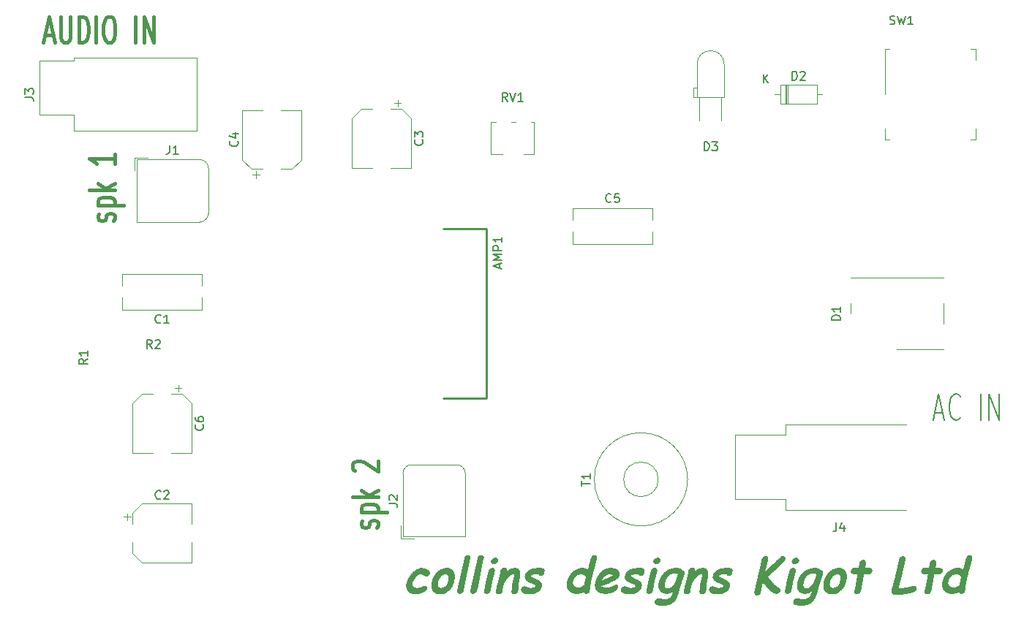
<source format=gbr>
%TF.GenerationSoftware,KiCad,Pcbnew,7.0.10*%
%TF.CreationDate,2024-05-14T18:08:25+03:00*%
%TF.ProjectId,Altamplifier,416c7461-6d70-46c6-9966-6965722e6b69,rev?*%
%TF.SameCoordinates,Original*%
%TF.FileFunction,Legend,Top*%
%TF.FilePolarity,Positive*%
%FSLAX46Y46*%
G04 Gerber Fmt 4.6, Leading zero omitted, Abs format (unit mm)*
G04 Created by KiCad (PCBNEW 7.0.10) date 2024-05-14 18:08:25*
%MOMM*%
%LPD*%
G01*
G04 APERTURE LIST*
%ADD10C,0.400000*%
%ADD11C,0.200000*%
%ADD12C,0.800000*%
%ADD13C,0.150000*%
%ADD14C,0.120000*%
%ADD15C,0.254000*%
G04 APERTURE END LIST*
D10*
X72804109Y-28684914D02*
X73756490Y-28684914D01*
X72613633Y-29542057D02*
X73280299Y-26542057D01*
X73280299Y-26542057D02*
X73946966Y-29542057D01*
X74613633Y-26542057D02*
X74613633Y-28970628D01*
X74613633Y-28970628D02*
X74708871Y-29256342D01*
X74708871Y-29256342D02*
X74804109Y-29399200D01*
X74804109Y-29399200D02*
X74994585Y-29542057D01*
X74994585Y-29542057D02*
X75375538Y-29542057D01*
X75375538Y-29542057D02*
X75566014Y-29399200D01*
X75566014Y-29399200D02*
X75661252Y-29256342D01*
X75661252Y-29256342D02*
X75756490Y-28970628D01*
X75756490Y-28970628D02*
X75756490Y-26542057D01*
X76708871Y-29542057D02*
X76708871Y-26542057D01*
X76708871Y-26542057D02*
X77185061Y-26542057D01*
X77185061Y-26542057D02*
X77470776Y-26684914D01*
X77470776Y-26684914D02*
X77661252Y-26970628D01*
X77661252Y-26970628D02*
X77756490Y-27256342D01*
X77756490Y-27256342D02*
X77851728Y-27827771D01*
X77851728Y-27827771D02*
X77851728Y-28256342D01*
X77851728Y-28256342D02*
X77756490Y-28827771D01*
X77756490Y-28827771D02*
X77661252Y-29113485D01*
X77661252Y-29113485D02*
X77470776Y-29399200D01*
X77470776Y-29399200D02*
X77185061Y-29542057D01*
X77185061Y-29542057D02*
X76708871Y-29542057D01*
X78708871Y-29542057D02*
X78708871Y-26542057D01*
X80042204Y-26542057D02*
X80423157Y-26542057D01*
X80423157Y-26542057D02*
X80613633Y-26684914D01*
X80613633Y-26684914D02*
X80804109Y-26970628D01*
X80804109Y-26970628D02*
X80899347Y-27542057D01*
X80899347Y-27542057D02*
X80899347Y-28542057D01*
X80899347Y-28542057D02*
X80804109Y-29113485D01*
X80804109Y-29113485D02*
X80613633Y-29399200D01*
X80613633Y-29399200D02*
X80423157Y-29542057D01*
X80423157Y-29542057D02*
X80042204Y-29542057D01*
X80042204Y-29542057D02*
X79851728Y-29399200D01*
X79851728Y-29399200D02*
X79661252Y-29113485D01*
X79661252Y-29113485D02*
X79566014Y-28542057D01*
X79566014Y-28542057D02*
X79566014Y-27542057D01*
X79566014Y-27542057D02*
X79661252Y-26970628D01*
X79661252Y-26970628D02*
X79851728Y-26684914D01*
X79851728Y-26684914D02*
X80042204Y-26542057D01*
X83280300Y-29542057D02*
X83280300Y-26542057D01*
X84232681Y-29542057D02*
X84232681Y-26542057D01*
X84232681Y-26542057D02*
X85375538Y-29542057D01*
X85375538Y-29542057D02*
X85375538Y-26542057D01*
D11*
X175772530Y-72425314D02*
X176724911Y-72425314D01*
X175582054Y-73282457D02*
X176248720Y-70282457D01*
X176248720Y-70282457D02*
X176915387Y-73282457D01*
X178724911Y-72996742D02*
X178629673Y-73139600D01*
X178629673Y-73139600D02*
X178343959Y-73282457D01*
X178343959Y-73282457D02*
X178153483Y-73282457D01*
X178153483Y-73282457D02*
X177867768Y-73139600D01*
X177867768Y-73139600D02*
X177677292Y-72853885D01*
X177677292Y-72853885D02*
X177582054Y-72568171D01*
X177582054Y-72568171D02*
X177486816Y-71996742D01*
X177486816Y-71996742D02*
X177486816Y-71568171D01*
X177486816Y-71568171D02*
X177582054Y-70996742D01*
X177582054Y-70996742D02*
X177677292Y-70711028D01*
X177677292Y-70711028D02*
X177867768Y-70425314D01*
X177867768Y-70425314D02*
X178153483Y-70282457D01*
X178153483Y-70282457D02*
X178343959Y-70282457D01*
X178343959Y-70282457D02*
X178629673Y-70425314D01*
X178629673Y-70425314D02*
X178724911Y-70568171D01*
X181105864Y-73282457D02*
X181105864Y-70282457D01*
X182058245Y-73282457D02*
X182058245Y-70282457D01*
X182058245Y-70282457D02*
X183201102Y-73282457D01*
X183201102Y-73282457D02*
X183201102Y-70282457D01*
D10*
X80749200Y-50155890D02*
X80892057Y-49965414D01*
X80892057Y-49965414D02*
X80892057Y-49584462D01*
X80892057Y-49584462D02*
X80749200Y-49393985D01*
X80749200Y-49393985D02*
X80463485Y-49298747D01*
X80463485Y-49298747D02*
X80320628Y-49298747D01*
X80320628Y-49298747D02*
X80034914Y-49393985D01*
X80034914Y-49393985D02*
X79892057Y-49584462D01*
X79892057Y-49584462D02*
X79892057Y-49870176D01*
X79892057Y-49870176D02*
X79749200Y-50060652D01*
X79749200Y-50060652D02*
X79463485Y-50155890D01*
X79463485Y-50155890D02*
X79320628Y-50155890D01*
X79320628Y-50155890D02*
X79034914Y-50060652D01*
X79034914Y-50060652D02*
X78892057Y-49870176D01*
X78892057Y-49870176D02*
X78892057Y-49584462D01*
X78892057Y-49584462D02*
X79034914Y-49393985D01*
X78892057Y-48441604D02*
X81892057Y-48441604D01*
X79034914Y-48441604D02*
X78892057Y-48251128D01*
X78892057Y-48251128D02*
X78892057Y-47870175D01*
X78892057Y-47870175D02*
X79034914Y-47679699D01*
X79034914Y-47679699D02*
X79177771Y-47584461D01*
X79177771Y-47584461D02*
X79463485Y-47489223D01*
X79463485Y-47489223D02*
X80320628Y-47489223D01*
X80320628Y-47489223D02*
X80606342Y-47584461D01*
X80606342Y-47584461D02*
X80749200Y-47679699D01*
X80749200Y-47679699D02*
X80892057Y-47870175D01*
X80892057Y-47870175D02*
X80892057Y-48251128D01*
X80892057Y-48251128D02*
X80749200Y-48441604D01*
X80892057Y-46632080D02*
X77892057Y-46632080D01*
X79749200Y-46441604D02*
X80892057Y-45870175D01*
X78892057Y-45870175D02*
X80034914Y-46632080D01*
X80892057Y-42441603D02*
X80892057Y-43584460D01*
X80892057Y-43013032D02*
X77892057Y-43013032D01*
X77892057Y-43013032D02*
X78320628Y-43203508D01*
X78320628Y-43203508D02*
X78606342Y-43393984D01*
X78606342Y-43393984D02*
X78749200Y-43584460D01*
X111229200Y-85715890D02*
X111372057Y-85525414D01*
X111372057Y-85525414D02*
X111372057Y-85144462D01*
X111372057Y-85144462D02*
X111229200Y-84953985D01*
X111229200Y-84953985D02*
X110943485Y-84858747D01*
X110943485Y-84858747D02*
X110800628Y-84858747D01*
X110800628Y-84858747D02*
X110514914Y-84953985D01*
X110514914Y-84953985D02*
X110372057Y-85144462D01*
X110372057Y-85144462D02*
X110372057Y-85430176D01*
X110372057Y-85430176D02*
X110229200Y-85620652D01*
X110229200Y-85620652D02*
X109943485Y-85715890D01*
X109943485Y-85715890D02*
X109800628Y-85715890D01*
X109800628Y-85715890D02*
X109514914Y-85620652D01*
X109514914Y-85620652D02*
X109372057Y-85430176D01*
X109372057Y-85430176D02*
X109372057Y-85144462D01*
X109372057Y-85144462D02*
X109514914Y-84953985D01*
X109372057Y-84001604D02*
X112372057Y-84001604D01*
X109514914Y-84001604D02*
X109372057Y-83811128D01*
X109372057Y-83811128D02*
X109372057Y-83430175D01*
X109372057Y-83430175D02*
X109514914Y-83239699D01*
X109514914Y-83239699D02*
X109657771Y-83144461D01*
X109657771Y-83144461D02*
X109943485Y-83049223D01*
X109943485Y-83049223D02*
X110800628Y-83049223D01*
X110800628Y-83049223D02*
X111086342Y-83144461D01*
X111086342Y-83144461D02*
X111229200Y-83239699D01*
X111229200Y-83239699D02*
X111372057Y-83430175D01*
X111372057Y-83430175D02*
X111372057Y-83811128D01*
X111372057Y-83811128D02*
X111229200Y-84001604D01*
X111372057Y-82192080D02*
X108372057Y-82192080D01*
X110229200Y-82001604D02*
X111372057Y-81430175D01*
X109372057Y-81430175D02*
X110514914Y-82192080D01*
X108657771Y-79144460D02*
X108514914Y-79049222D01*
X108514914Y-79049222D02*
X108372057Y-78858746D01*
X108372057Y-78858746D02*
X108372057Y-78382555D01*
X108372057Y-78382555D02*
X108514914Y-78192079D01*
X108514914Y-78192079D02*
X108657771Y-78096841D01*
X108657771Y-78096841D02*
X108943485Y-78001603D01*
X108943485Y-78001603D02*
X109229200Y-78001603D01*
X109229200Y-78001603D02*
X109657771Y-78096841D01*
X109657771Y-78096841D02*
X111372057Y-79239698D01*
X111372057Y-79239698D02*
X111372057Y-78001603D01*
D12*
G36*
X115770341Y-93487578D02*
G01*
X115697595Y-93486250D01*
X115626879Y-93482266D01*
X115558194Y-93475625D01*
X115491538Y-93466329D01*
X115426913Y-93454376D01*
X115364318Y-93439767D01*
X115303754Y-93422503D01*
X115245219Y-93402581D01*
X115188715Y-93380004D01*
X115134241Y-93354771D01*
X115081798Y-93326881D01*
X115031385Y-93296336D01*
X114983002Y-93263134D01*
X114936649Y-93227276D01*
X114892327Y-93188762D01*
X114850034Y-93147592D01*
X114808513Y-93101762D01*
X114770655Y-93054154D01*
X114736461Y-93004767D01*
X114705931Y-92953602D01*
X114679064Y-92900659D01*
X114655861Y-92845937D01*
X114636322Y-92789437D01*
X114620446Y-92731158D01*
X114608234Y-92671101D01*
X114599685Y-92609265D01*
X114594801Y-92545652D01*
X114593579Y-92480259D01*
X114596022Y-92413089D01*
X114602128Y-92344140D01*
X114611898Y-92273412D01*
X114625331Y-92200907D01*
X114640886Y-92132996D01*
X114659464Y-92064818D01*
X114681064Y-91996372D01*
X114705687Y-91927660D01*
X114733332Y-91858680D01*
X114764000Y-91789434D01*
X114797690Y-91719920D01*
X114815669Y-91685063D01*
X114834403Y-91650139D01*
X114853893Y-91615148D01*
X114874138Y-91580091D01*
X114895139Y-91544967D01*
X114916896Y-91509776D01*
X114939408Y-91474518D01*
X114962676Y-91439193D01*
X114986700Y-91403802D01*
X115011479Y-91368344D01*
X115037014Y-91332819D01*
X115063304Y-91297227D01*
X115090350Y-91261569D01*
X115118152Y-91225843D01*
X115146709Y-91190051D01*
X115176022Y-91154193D01*
X115206091Y-91118267D01*
X115236915Y-91082274D01*
X115272333Y-91041763D01*
X115307757Y-91002537D01*
X115343186Y-90964597D01*
X115378622Y-90927943D01*
X115414063Y-90892576D01*
X115449509Y-90858495D01*
X115484962Y-90825699D01*
X115520420Y-90794190D01*
X115555884Y-90763967D01*
X115591353Y-90735030D01*
X115626829Y-90707379D01*
X115662310Y-90681014D01*
X115697797Y-90655935D01*
X115733289Y-90632143D01*
X115768787Y-90609636D01*
X115804291Y-90588415D01*
X115839801Y-90568481D01*
X115875316Y-90549833D01*
X115910837Y-90532470D01*
X115981897Y-90501604D01*
X116052979Y-90475882D01*
X116124084Y-90455305D01*
X116195212Y-90439872D01*
X116266363Y-90429583D01*
X116337537Y-90424439D01*
X116373133Y-90423796D01*
X116426221Y-90425230D01*
X116480340Y-90429532D01*
X116535489Y-90436701D01*
X116591669Y-90446739D01*
X116648879Y-90459645D01*
X116687592Y-90469842D01*
X116726762Y-90481314D01*
X116766390Y-90494060D01*
X116806477Y-90508081D01*
X116847021Y-90523377D01*
X116888023Y-90539948D01*
X116929484Y-90557793D01*
X116971402Y-90576912D01*
X116992533Y-90586950D01*
X117042362Y-90612347D01*
X117088535Y-90638226D01*
X117131053Y-90664585D01*
X117169914Y-90691425D01*
X117205119Y-90718746D01*
X117236669Y-90746547D01*
X117264562Y-90774830D01*
X117299547Y-90818155D01*
X117326306Y-90862563D01*
X117344839Y-90908052D01*
X117355146Y-90954623D01*
X117357226Y-91002276D01*
X117351081Y-91051011D01*
X117339565Y-91094822D01*
X117323947Y-91137107D01*
X117304227Y-91177865D01*
X117280403Y-91217096D01*
X117252478Y-91254801D01*
X117220449Y-91290980D01*
X117206489Y-91305024D01*
X117175486Y-91332959D01*
X117143536Y-91357170D01*
X117102267Y-91382195D01*
X117059520Y-91401401D01*
X117015294Y-91414786D01*
X116969589Y-91422352D01*
X116931960Y-91424214D01*
X116887642Y-91419818D01*
X116849608Y-91409438D01*
X116810572Y-91392951D01*
X116770534Y-91370359D01*
X116737783Y-91347889D01*
X116704390Y-91321510D01*
X116678925Y-91299162D01*
X116641998Y-91269853D01*
X116599118Y-91244452D01*
X116563052Y-91227965D01*
X116523636Y-91213677D01*
X116480872Y-91201587D01*
X116434758Y-91191695D01*
X116385296Y-91184002D01*
X116332485Y-91178506D01*
X116276326Y-91175209D01*
X116237026Y-91174232D01*
X116216817Y-91174110D01*
X116177161Y-91177433D01*
X116135496Y-91187402D01*
X116091821Y-91204017D01*
X116046137Y-91227278D01*
X115998444Y-91257186D01*
X115965533Y-91280816D01*
X115931728Y-91307401D01*
X115897030Y-91336939D01*
X115861439Y-91369431D01*
X115824955Y-91404876D01*
X115787579Y-91443276D01*
X115749309Y-91484629D01*
X115710146Y-91528936D01*
X115690230Y-91552198D01*
X115652868Y-91597364D01*
X115617476Y-91641758D01*
X115584053Y-91685383D01*
X115552599Y-91728236D01*
X115523114Y-91770318D01*
X115495599Y-91811629D01*
X115470052Y-91852170D01*
X115446475Y-91891939D01*
X115424868Y-91930938D01*
X115405229Y-91969166D01*
X115387559Y-92006623D01*
X115371859Y-92043309D01*
X115352001Y-92096893D01*
X115336574Y-92148742D01*
X115328750Y-92182344D01*
X115320493Y-92230458D01*
X115316237Y-92276614D01*
X115315982Y-92320813D01*
X115319729Y-92363053D01*
X115327477Y-92403336D01*
X115339226Y-92441661D01*
X115354977Y-92478029D01*
X115374729Y-92512438D01*
X115398483Y-92544890D01*
X115426238Y-92575384D01*
X115446964Y-92594626D01*
X115479078Y-92620117D01*
X115513871Y-92643101D01*
X115551343Y-92663577D01*
X115591495Y-92681546D01*
X115634325Y-92697008D01*
X115679834Y-92709962D01*
X115728023Y-92720409D01*
X115778890Y-92728349D01*
X115832436Y-92733782D01*
X115888662Y-92736707D01*
X115927634Y-92737264D01*
X115974238Y-92735310D01*
X116024171Y-92729448D01*
X116063804Y-92722487D01*
X116105309Y-92713328D01*
X116148686Y-92701971D01*
X116193935Y-92688415D01*
X116241056Y-92672662D01*
X116290048Y-92654710D01*
X116340913Y-92634560D01*
X116393649Y-92612212D01*
X116445598Y-92589863D01*
X116493735Y-92569713D01*
X116538060Y-92551762D01*
X116578572Y-92536008D01*
X116615271Y-92522452D01*
X116658273Y-92507798D01*
X116702494Y-92494975D01*
X116741581Y-92487648D01*
X116751221Y-92487159D01*
X116794831Y-92489855D01*
X116835294Y-92497940D01*
X116872608Y-92511417D01*
X116913228Y-92534704D01*
X116943615Y-92560039D01*
X116970854Y-92590765D01*
X116975924Y-92597557D01*
X116998569Y-92632820D01*
X117015823Y-92669609D01*
X117027687Y-92707924D01*
X117034161Y-92747766D01*
X117035244Y-92789135D01*
X117030936Y-92832030D01*
X117027704Y-92849616D01*
X117015075Y-92891189D01*
X116994410Y-92932746D01*
X116965708Y-92974285D01*
X116928968Y-93015808D01*
X116900010Y-93043480D01*
X116867480Y-93071144D01*
X116831378Y-93098801D01*
X116791704Y-93126450D01*
X116748458Y-93154091D01*
X116701639Y-93181725D01*
X116651249Y-93209351D01*
X116597287Y-93236970D01*
X116539752Y-93264580D01*
X116478646Y-93292184D01*
X116423214Y-93315845D01*
X116369271Y-93337979D01*
X116316816Y-93358587D01*
X116265849Y-93377669D01*
X116216371Y-93395224D01*
X116168381Y-93411252D01*
X116121879Y-93425754D01*
X116076866Y-93438729D01*
X116033341Y-93450178D01*
X115991305Y-93460101D01*
X115950757Y-93468497D01*
X115911697Y-93475366D01*
X115855898Y-93482808D01*
X115803448Y-93486815D01*
X115770341Y-93487578D01*
G37*
G36*
X119417860Y-90425544D02*
G01*
X119481352Y-90430787D01*
X119542394Y-90439526D01*
X119600985Y-90451762D01*
X119657127Y-90467492D01*
X119710818Y-90486719D01*
X119762060Y-90509441D01*
X119810851Y-90535659D01*
X119857192Y-90565373D01*
X119901083Y-90598582D01*
X119942524Y-90635287D01*
X119981516Y-90675488D01*
X120018057Y-90719185D01*
X120052148Y-90766377D01*
X120083788Y-90817065D01*
X120112979Y-90871249D01*
X120136869Y-90922314D01*
X120158225Y-90974884D01*
X120177047Y-91028957D01*
X120193335Y-91084534D01*
X120207089Y-91141614D01*
X120218309Y-91200198D01*
X120226995Y-91260286D01*
X120233147Y-91321877D01*
X120236765Y-91384971D01*
X120237848Y-91449570D01*
X120236398Y-91515672D01*
X120232414Y-91583278D01*
X120225896Y-91652387D01*
X120216844Y-91723000D01*
X120205257Y-91795116D01*
X120191137Y-91868736D01*
X120182422Y-91909095D01*
X120173132Y-91949081D01*
X120163265Y-91988695D01*
X120152821Y-92027937D01*
X120141802Y-92066807D01*
X120130206Y-92105305D01*
X120118034Y-92143430D01*
X120105286Y-92181184D01*
X120091961Y-92218566D01*
X120078060Y-92255575D01*
X120063583Y-92292212D01*
X120048530Y-92328478D01*
X120032900Y-92364371D01*
X119999912Y-92435041D01*
X119964619Y-92504223D01*
X119927021Y-92571916D01*
X119887118Y-92638121D01*
X119844909Y-92702838D01*
X119800396Y-92766067D01*
X119753578Y-92827807D01*
X119704454Y-92888058D01*
X119653026Y-92946821D01*
X119626448Y-92975645D01*
X119596321Y-93007141D01*
X119565902Y-93037637D01*
X119535191Y-93067133D01*
X119504189Y-93095629D01*
X119472894Y-93123126D01*
X119441308Y-93149622D01*
X119409429Y-93175119D01*
X119377259Y-93199616D01*
X119344796Y-93223113D01*
X119312042Y-93245610D01*
X119278996Y-93267107D01*
X119245658Y-93287604D01*
X119178105Y-93325599D01*
X119109385Y-93359595D01*
X119039498Y-93389591D01*
X118968442Y-93415587D01*
X118896219Y-93437585D01*
X118822827Y-93455582D01*
X118748269Y-93469580D01*
X118672542Y-93479579D01*
X118595647Y-93485578D01*
X118517585Y-93487578D01*
X118456379Y-93486193D01*
X118396837Y-93482037D01*
X118338960Y-93475110D01*
X118282745Y-93465413D01*
X118228195Y-93452945D01*
X118175309Y-93437707D01*
X118124087Y-93419698D01*
X118074528Y-93398918D01*
X118026634Y-93375367D01*
X117980403Y-93349047D01*
X117935837Y-93319955D01*
X117892934Y-93288093D01*
X117851695Y-93253460D01*
X117812120Y-93216056D01*
X117774209Y-93175882D01*
X117737962Y-93132937D01*
X117700673Y-93083318D01*
X117666719Y-93031668D01*
X117636101Y-92977988D01*
X117608818Y-92922278D01*
X117584871Y-92864537D01*
X117564259Y-92804767D01*
X117546983Y-92742966D01*
X117533042Y-92679134D01*
X117522437Y-92613273D01*
X117515167Y-92545381D01*
X117511232Y-92475459D01*
X117510633Y-92403506D01*
X117513369Y-92329523D01*
X117517102Y-92282797D01*
X118265171Y-92282797D01*
X118266766Y-92334311D01*
X118272121Y-92383112D01*
X118281237Y-92429199D01*
X118294114Y-92472573D01*
X118310752Y-92513234D01*
X118331151Y-92551181D01*
X118355311Y-92586415D01*
X118364200Y-92597557D01*
X118394700Y-92630301D01*
X118427581Y-92658679D01*
X118462844Y-92682691D01*
X118500488Y-92702337D01*
X118540513Y-92717618D01*
X118582920Y-92728532D01*
X118627708Y-92735081D01*
X118674877Y-92737264D01*
X118718583Y-92735839D01*
X118761774Y-92731562D01*
X118804450Y-92724436D01*
X118846611Y-92714458D01*
X118888256Y-92701629D01*
X118929386Y-92685950D01*
X118970001Y-92667420D01*
X119010101Y-92646039D01*
X119049685Y-92621808D01*
X119088755Y-92594725D01*
X119114515Y-92575087D01*
X119157471Y-92538364D01*
X119197679Y-92499272D01*
X119235140Y-92457810D01*
X119269853Y-92413978D01*
X119301818Y-92367776D01*
X119331036Y-92319204D01*
X119357506Y-92268262D01*
X119381228Y-92214951D01*
X119395516Y-92178093D01*
X119408583Y-92140182D01*
X119420429Y-92101217D01*
X119431053Y-92061200D01*
X119444040Y-92006800D01*
X119455645Y-91954122D01*
X119465869Y-91903165D01*
X119474712Y-91853929D01*
X119482172Y-91806414D01*
X119488252Y-91760621D01*
X119492950Y-91716548D01*
X119496266Y-91674197D01*
X119498201Y-91633567D01*
X119497926Y-91557470D01*
X119492125Y-91488258D01*
X119480799Y-91425930D01*
X119463946Y-91370487D01*
X119441567Y-91321928D01*
X119413662Y-91280254D01*
X119380232Y-91245465D01*
X119341275Y-91217560D01*
X119296792Y-91196540D01*
X119246783Y-91182404D01*
X119191249Y-91175154D01*
X119161409Y-91174110D01*
X119120426Y-91174968D01*
X119080030Y-91178277D01*
X119040223Y-91184036D01*
X119001003Y-91192245D01*
X118962370Y-91202904D01*
X118924326Y-91216013D01*
X118886869Y-91231572D01*
X118850000Y-91249581D01*
X118813718Y-91270040D01*
X118778024Y-91292949D01*
X118742918Y-91318308D01*
X118708400Y-91346118D01*
X118674469Y-91376377D01*
X118641126Y-91409087D01*
X118608371Y-91444246D01*
X118576203Y-91481856D01*
X118549657Y-91514806D01*
X118524241Y-91548442D01*
X118499954Y-91582766D01*
X118476796Y-91617777D01*
X118454769Y-91653475D01*
X118433871Y-91689859D01*
X118414102Y-91726931D01*
X118395464Y-91764689D01*
X118377954Y-91803134D01*
X118361575Y-91842267D01*
X118346325Y-91882086D01*
X118332205Y-91922592D01*
X118319214Y-91963785D01*
X118307353Y-92005665D01*
X118296622Y-92048232D01*
X118287020Y-92091486D01*
X118279307Y-92132160D01*
X118273266Y-92171628D01*
X118267338Y-92228569D01*
X118265171Y-92282797D01*
X117517102Y-92282797D01*
X117519441Y-92253510D01*
X117528848Y-92175467D01*
X117534802Y-92135684D01*
X117541591Y-92095394D01*
X117548817Y-92056934D01*
X117565227Y-91980799D01*
X117584247Y-91905710D01*
X117605878Y-91831666D01*
X117630119Y-91758668D01*
X117656971Y-91686715D01*
X117686432Y-91615809D01*
X117718504Y-91545948D01*
X117753187Y-91477132D01*
X117790480Y-91409362D01*
X117830383Y-91342638D01*
X117872896Y-91276960D01*
X117895132Y-91244513D01*
X117918020Y-91212327D01*
X117941561Y-91180403D01*
X117965755Y-91148740D01*
X117990601Y-91117339D01*
X118016099Y-91086199D01*
X118042250Y-91055320D01*
X118069054Y-91024703D01*
X118096510Y-90994347D01*
X118129679Y-90959245D01*
X118163238Y-90925257D01*
X118197189Y-90892383D01*
X118231531Y-90860624D01*
X118266264Y-90829979D01*
X118301388Y-90800449D01*
X118336903Y-90772033D01*
X118372810Y-90744731D01*
X118409108Y-90718543D01*
X118445797Y-90693470D01*
X118482877Y-90669512D01*
X118520348Y-90646667D01*
X118558210Y-90624937D01*
X118596464Y-90604322D01*
X118635109Y-90584820D01*
X118674145Y-90566434D01*
X118713572Y-90549161D01*
X118753390Y-90533003D01*
X118793599Y-90517959D01*
X118834200Y-90504030D01*
X118875192Y-90491214D01*
X118916575Y-90479514D01*
X118958349Y-90468927D01*
X119000514Y-90459455D01*
X119043071Y-90451098D01*
X119086018Y-90443854D01*
X119129357Y-90437725D01*
X119173087Y-90432711D01*
X119217208Y-90428810D01*
X119261720Y-90426024D01*
X119306624Y-90424353D01*
X119351919Y-90423796D01*
X119417860Y-90425544D01*
G37*
G36*
X121302930Y-92906280D02*
G01*
X121288348Y-92969100D01*
X121271713Y-93027867D01*
X121253025Y-93082581D01*
X121232283Y-93133243D01*
X121209488Y-93179851D01*
X121184641Y-93222407D01*
X121157739Y-93260909D01*
X121128785Y-93295359D01*
X121097778Y-93325756D01*
X121064717Y-93352100D01*
X121029604Y-93374391D01*
X120992437Y-93392629D01*
X120953217Y-93406814D01*
X120911943Y-93416946D01*
X120868617Y-93423025D01*
X120823237Y-93425052D01*
X120784159Y-93423418D01*
X120738745Y-93416783D01*
X120697147Y-93405043D01*
X120659366Y-93388199D01*
X120625401Y-93366250D01*
X120595252Y-93339198D01*
X120578995Y-93320516D01*
X120556164Y-93286699D01*
X120538962Y-93249972D01*
X120527389Y-93210335D01*
X120521445Y-93167788D01*
X120521130Y-93122331D01*
X120526444Y-93073964D01*
X120530146Y-93053803D01*
X121315631Y-89275854D01*
X121325508Y-89237172D01*
X121338529Y-89200261D01*
X121359227Y-89156612D01*
X121384840Y-89115730D01*
X121415365Y-89077615D01*
X121443323Y-89049115D01*
X121474426Y-89022386D01*
X121482693Y-89015980D01*
X121523122Y-88989242D01*
X121565030Y-88967036D01*
X121608416Y-88949362D01*
X121653282Y-88936219D01*
X121699626Y-88927609D01*
X121747449Y-88923530D01*
X121766992Y-88923168D01*
X121814591Y-88925553D01*
X121858468Y-88932708D01*
X121898625Y-88944634D01*
X121935061Y-88961331D01*
X121967777Y-88982797D01*
X121996771Y-89009034D01*
X122007327Y-89020865D01*
X122030439Y-89052593D01*
X122050681Y-89094633D01*
X122061304Y-89132972D01*
X122066251Y-89174317D01*
X122065521Y-89218667D01*
X122059115Y-89266023D01*
X122057152Y-89275854D01*
X121302930Y-92906280D01*
G37*
G36*
X122834822Y-92906280D02*
G01*
X122820239Y-92969100D01*
X122803604Y-93027867D01*
X122784916Y-93082581D01*
X122764174Y-93133243D01*
X122741380Y-93179851D01*
X122716532Y-93222407D01*
X122689631Y-93260909D01*
X122660676Y-93295359D01*
X122629669Y-93325756D01*
X122596608Y-93352100D01*
X122561495Y-93374391D01*
X122524328Y-93392629D01*
X122485108Y-93406814D01*
X122443835Y-93416946D01*
X122400508Y-93423025D01*
X122355129Y-93425052D01*
X122316050Y-93423418D01*
X122270636Y-93416783D01*
X122229038Y-93405043D01*
X122191257Y-93388199D01*
X122157292Y-93366250D01*
X122127143Y-93339198D01*
X122110886Y-93320516D01*
X122088055Y-93286699D01*
X122070853Y-93249972D01*
X122059280Y-93210335D01*
X122053336Y-93167788D01*
X122053021Y-93122331D01*
X122058335Y-93073964D01*
X122062037Y-93053803D01*
X122847522Y-89275854D01*
X122857399Y-89237172D01*
X122870420Y-89200261D01*
X122891119Y-89156612D01*
X122916731Y-89115730D01*
X122947256Y-89077615D01*
X122975214Y-89049115D01*
X123006317Y-89022386D01*
X123014584Y-89015980D01*
X123055013Y-88989242D01*
X123096921Y-88967036D01*
X123140307Y-88949362D01*
X123185173Y-88936219D01*
X123231517Y-88927609D01*
X123279340Y-88923530D01*
X123298883Y-88923168D01*
X123346482Y-88925553D01*
X123390360Y-88932708D01*
X123430516Y-88944634D01*
X123466953Y-88961331D01*
X123499668Y-88982797D01*
X123528662Y-89009034D01*
X123539218Y-89020865D01*
X123562330Y-89052593D01*
X123582572Y-89094633D01*
X123593196Y-89132972D01*
X123598142Y-89174317D01*
X123597413Y-89218667D01*
X123591006Y-89266023D01*
X123589043Y-89275854D01*
X122834822Y-92906280D01*
G37*
G36*
X124758478Y-89986113D02*
G01*
X124716560Y-89984418D01*
X124676779Y-89979335D01*
X124630058Y-89968215D01*
X124586676Y-89951800D01*
X124546634Y-89930090D01*
X124509931Y-89903085D01*
X124482972Y-89877669D01*
X124453926Y-89842306D01*
X124431510Y-89804606D01*
X124415724Y-89764568D01*
X124406570Y-89722193D01*
X124404047Y-89677480D01*
X124408154Y-89630430D01*
X124411653Y-89610956D01*
X124421759Y-89572396D01*
X124435467Y-89535362D01*
X124452778Y-89499856D01*
X124473691Y-89465875D01*
X124498207Y-89433422D01*
X124526325Y-89402494D01*
X124558046Y-89373094D01*
X124593370Y-89345219D01*
X124631090Y-89319574D01*
X124669513Y-89297348D01*
X124708637Y-89278541D01*
X124748464Y-89263154D01*
X124788993Y-89251186D01*
X124830225Y-89242637D01*
X124872158Y-89237508D01*
X124914794Y-89235799D01*
X124956697Y-89237508D01*
X124996432Y-89242637D01*
X125043053Y-89253857D01*
X125086286Y-89270420D01*
X125126133Y-89292325D01*
X125162593Y-89319574D01*
X125189323Y-89345219D01*
X125218064Y-89380301D01*
X125240175Y-89417767D01*
X125255655Y-89457619D01*
X125264504Y-89499856D01*
X125266722Y-89544478D01*
X125262309Y-89591485D01*
X125258688Y-89610956D01*
X125248811Y-89649531D01*
X125235301Y-89686610D01*
X125218159Y-89722193D01*
X125197383Y-89756280D01*
X125172974Y-89788871D01*
X125144931Y-89819966D01*
X125113256Y-89849566D01*
X125077948Y-89877669D01*
X125040686Y-89903085D01*
X125002660Y-89925113D01*
X124963871Y-89943752D01*
X124924319Y-89959002D01*
X124884004Y-89970863D01*
X124842925Y-89979335D01*
X124801083Y-89984418D01*
X124758478Y-89986113D01*
G37*
G36*
X124560153Y-92035799D02*
G01*
X124551376Y-92078388D01*
X124541652Y-92127023D01*
X124533738Y-92167466D01*
X124525291Y-92211310D01*
X124516312Y-92258554D01*
X124506801Y-92309198D01*
X124496758Y-92363242D01*
X124486182Y-92420687D01*
X124478835Y-92460873D01*
X124471252Y-92502570D01*
X124463433Y-92545778D01*
X124455732Y-92588867D01*
X124448259Y-92630454D01*
X124441016Y-92670536D01*
X124434002Y-92709115D01*
X124423909Y-92764164D01*
X124414332Y-92815830D01*
X124405271Y-92864113D01*
X124396724Y-92909012D01*
X124388693Y-92950529D01*
X124378786Y-93000622D01*
X124369794Y-93044700D01*
X124367690Y-93054780D01*
X124357920Y-93094194D01*
X124345219Y-93131838D01*
X124329588Y-93167711D01*
X124305927Y-93210063D01*
X124277686Y-93249647D01*
X124251796Y-93279323D01*
X124222976Y-93307228D01*
X124207466Y-93320516D01*
X124175409Y-93345017D01*
X124142254Y-93366250D01*
X124099263Y-93388199D01*
X124054555Y-93405043D01*
X124008130Y-93416783D01*
X123959987Y-93423418D01*
X123920237Y-93425052D01*
X123880929Y-93423418D01*
X123835272Y-93416783D01*
X123793479Y-93405043D01*
X123755549Y-93388199D01*
X123721484Y-93366250D01*
X123691283Y-93339198D01*
X123675017Y-93320516D01*
X123652186Y-93286465D01*
X123634984Y-93249647D01*
X123623411Y-93210063D01*
X123617467Y-93167711D01*
X123617152Y-93122593D01*
X123622467Y-93074708D01*
X123626168Y-93054780D01*
X123634931Y-93012205D01*
X123644609Y-92963616D01*
X123652468Y-92923227D01*
X123660843Y-92879455D01*
X123669733Y-92832300D01*
X123679139Y-92781762D01*
X123689059Y-92727841D01*
X123699495Y-92670536D01*
X123706738Y-92630454D01*
X123714210Y-92588867D01*
X123721912Y-92545778D01*
X123729731Y-92502570D01*
X123737314Y-92460873D01*
X123744661Y-92420687D01*
X123751770Y-92382013D01*
X123761991Y-92326835D01*
X123771680Y-92275057D01*
X123780836Y-92226680D01*
X123789460Y-92181703D01*
X123797551Y-92140126D01*
X123807512Y-92089980D01*
X123816526Y-92045879D01*
X123818632Y-92035799D01*
X123828795Y-91988180D01*
X123839869Y-91938380D01*
X123851854Y-91886399D01*
X123864748Y-91832237D01*
X123878552Y-91775895D01*
X123888261Y-91737121D01*
X123898374Y-91697378D01*
X123908892Y-91656666D01*
X123919814Y-91614984D01*
X123931141Y-91572333D01*
X123942872Y-91528713D01*
X123955008Y-91484124D01*
X123967548Y-91438565D01*
X123973970Y-91415422D01*
X123986831Y-91369260D01*
X123999280Y-91324075D01*
X124011316Y-91279867D01*
X124022941Y-91236636D01*
X124034153Y-91194382D01*
X124044953Y-91153105D01*
X124055341Y-91112805D01*
X124065317Y-91073482D01*
X124074881Y-91035136D01*
X124088453Y-90979448D01*
X124101099Y-90925959D01*
X124112817Y-90874668D01*
X124123607Y-90825575D01*
X124130286Y-90794068D01*
X124140269Y-90754653D01*
X124153122Y-90717009D01*
X124168845Y-90681136D01*
X124192535Y-90638785D01*
X124220709Y-90599200D01*
X124246477Y-90569525D01*
X124275114Y-90541620D01*
X124290509Y-90528332D01*
X124322581Y-90503831D01*
X124355783Y-90482597D01*
X124398874Y-90460649D01*
X124443729Y-90443805D01*
X124490350Y-90432065D01*
X124538736Y-90425429D01*
X124578715Y-90423796D01*
X124617794Y-90425429D01*
X124663208Y-90432065D01*
X124704806Y-90443805D01*
X124742587Y-90460649D01*
X124776552Y-90482597D01*
X124806701Y-90509650D01*
X124822958Y-90528332D01*
X124846047Y-90562383D01*
X124863411Y-90599200D01*
X124875051Y-90638785D01*
X124880966Y-90681136D01*
X124881157Y-90726254D01*
X124875623Y-90774139D01*
X124871807Y-90794068D01*
X124861635Y-90841695D01*
X124850535Y-90891521D01*
X124838508Y-90943545D01*
X124825553Y-90997766D01*
X124811672Y-91054187D01*
X124801902Y-91093021D01*
X124791720Y-91132833D01*
X124781126Y-91173621D01*
X124770120Y-91215387D01*
X124758701Y-91258129D01*
X124746871Y-91301849D01*
X124734628Y-91346545D01*
X124721973Y-91392219D01*
X124715491Y-91415422D01*
X124702749Y-91461465D01*
X124690411Y-91506540D01*
X124678477Y-91550644D01*
X124666948Y-91593780D01*
X124655824Y-91635946D01*
X124645104Y-91677143D01*
X124634788Y-91717371D01*
X124624877Y-91756629D01*
X124615371Y-91794918D01*
X124601870Y-91850534D01*
X124589279Y-91903968D01*
X124577598Y-91955222D01*
X124566828Y-92004295D01*
X124560153Y-92035799D01*
G37*
G36*
X127102233Y-93487578D02*
G01*
X127062360Y-93486334D01*
X127007817Y-93479802D01*
X126959595Y-93467672D01*
X126917692Y-93449944D01*
X126882109Y-93426617D01*
X126852845Y-93397691D01*
X126829902Y-93363167D01*
X126813278Y-93323044D01*
X126802974Y-93277323D01*
X126798990Y-93226003D01*
X126801325Y-93169085D01*
X126804972Y-93118135D01*
X126808584Y-93067133D01*
X126812162Y-93016080D01*
X126815705Y-92964975D01*
X126819214Y-92913818D01*
X126822689Y-92862610D01*
X126826129Y-92811351D01*
X126829535Y-92760040D01*
X126832907Y-92708677D01*
X126836244Y-92657263D01*
X126838450Y-92622958D01*
X126842580Y-92569028D01*
X126847277Y-92515682D01*
X126852541Y-92462920D01*
X126858371Y-92410742D01*
X126864768Y-92359147D01*
X126871732Y-92308137D01*
X126879263Y-92257710D01*
X126887360Y-92207868D01*
X126896024Y-92158609D01*
X126905255Y-92109934D01*
X126911723Y-92077808D01*
X126920882Y-92037508D01*
X126930156Y-91999269D01*
X126941490Y-91954160D01*
X126952510Y-91911322D01*
X126964960Y-91863714D01*
X126970341Y-91843335D01*
X126980874Y-91803340D01*
X126992753Y-91757640D01*
X127003200Y-91716711D01*
X127013847Y-91673892D01*
X127023665Y-91632618D01*
X127028960Y-91608862D01*
X127038611Y-91570050D01*
X127049683Y-91528680D01*
X127053384Y-91515073D01*
X127064547Y-91474999D01*
X127074774Y-91435729D01*
X127084025Y-91395910D01*
X127084647Y-91392951D01*
X127091657Y-91353842D01*
X127096595Y-91307680D01*
X127096496Y-91268357D01*
X127089288Y-91228820D01*
X127065973Y-91191420D01*
X127027231Y-91174965D01*
X127013328Y-91174110D01*
X126966537Y-91176660D01*
X126918852Y-91184311D01*
X126870274Y-91197062D01*
X126820804Y-91214914D01*
X126770440Y-91237866D01*
X126719183Y-91265918D01*
X126684516Y-91287454D01*
X126649452Y-91311256D01*
X126613991Y-91337325D01*
X126578133Y-91365661D01*
X126541878Y-91396264D01*
X126505227Y-91429134D01*
X126468178Y-91464270D01*
X126431324Y-91501147D01*
X126395012Y-91539238D01*
X126359242Y-91578542D01*
X126324014Y-91619059D01*
X126289328Y-91660790D01*
X126255183Y-91703735D01*
X126221581Y-91747893D01*
X126188520Y-91793265D01*
X126156001Y-91839851D01*
X126124025Y-91887650D01*
X126092590Y-91936663D01*
X126061697Y-91986889D01*
X126031346Y-92038329D01*
X126001537Y-92090982D01*
X125972270Y-92144849D01*
X125943545Y-92199930D01*
X125932024Y-92241677D01*
X125920140Y-92282000D01*
X125906401Y-92326513D01*
X125893536Y-92366809D01*
X125879382Y-92410014D01*
X125870272Y-92437334D01*
X125857854Y-92475072D01*
X125846248Y-92512572D01*
X125833391Y-92557257D01*
X125821702Y-92601599D01*
X125811180Y-92645597D01*
X125804815Y-92674738D01*
X125797060Y-92717602D01*
X125790375Y-92762923D01*
X125784719Y-92807573D01*
X125780058Y-92848875D01*
X125775445Y-92893898D01*
X125774528Y-92903349D01*
X125769925Y-92949092D01*
X125765274Y-92991067D01*
X125759630Y-93036461D01*
X125753917Y-93076430D01*
X125747165Y-93116200D01*
X125744242Y-93130983D01*
X125731854Y-93177910D01*
X125714838Y-93222212D01*
X125693195Y-93263891D01*
X125666924Y-93302946D01*
X125636027Y-93339377D01*
X125607977Y-93366633D01*
X125584996Y-93385973D01*
X125552710Y-93409787D01*
X125519356Y-93430425D01*
X125476160Y-93451758D01*
X125431295Y-93468130D01*
X125384760Y-93479541D01*
X125336555Y-93485990D01*
X125296789Y-93487578D01*
X125257482Y-93485975D01*
X125211824Y-93479464D01*
X125170031Y-93467943D01*
X125132102Y-93451414D01*
X125098037Y-93429876D01*
X125067836Y-93403329D01*
X125051570Y-93384996D01*
X125028433Y-93351627D01*
X125010926Y-93315635D01*
X124999048Y-93277019D01*
X124992799Y-93235779D01*
X124992179Y-93191915D01*
X124997187Y-93145428D01*
X125000767Y-93126099D01*
X125008583Y-93083112D01*
X125014445Y-93044460D01*
X125020307Y-93000314D01*
X125025191Y-92959327D01*
X125030076Y-92914523D01*
X125032030Y-92895533D01*
X125037197Y-92848922D01*
X125042315Y-92806175D01*
X125047386Y-92767292D01*
X125053408Y-92725732D01*
X125060347Y-92684279D01*
X125064270Y-92663991D01*
X125075233Y-92612912D01*
X125087603Y-92558226D01*
X125096632Y-92519766D01*
X125106288Y-92479702D01*
X125116569Y-92438036D01*
X125127476Y-92394767D01*
X125139009Y-92349895D01*
X125151167Y-92303420D01*
X125163952Y-92255342D01*
X125177362Y-92205662D01*
X125191399Y-92154378D01*
X125206061Y-92101492D01*
X125221349Y-92047003D01*
X125237263Y-91990911D01*
X125253803Y-91933217D01*
X125270461Y-91875403D01*
X125286485Y-91819201D01*
X125301877Y-91764609D01*
X125316634Y-91711627D01*
X125330758Y-91660256D01*
X125344249Y-91610495D01*
X125357106Y-91562345D01*
X125369330Y-91515806D01*
X125380920Y-91470876D01*
X125391876Y-91427558D01*
X125402199Y-91385849D01*
X125411889Y-91345751D01*
X125420945Y-91307264D01*
X125433341Y-91252553D01*
X125444312Y-91201465D01*
X125451952Y-91161728D01*
X125459096Y-91121565D01*
X125466790Y-91075770D01*
X125473621Y-91033304D01*
X125480834Y-90986926D01*
X125485345Y-90957222D01*
X125491329Y-90917731D01*
X125498465Y-90872017D01*
X125505220Y-90830357D01*
X125512822Y-90785718D01*
X125519875Y-90746918D01*
X125526378Y-90713956D01*
X125538814Y-90667617D01*
X125555973Y-90623854D01*
X125577855Y-90582666D01*
X125604459Y-90544055D01*
X125635786Y-90508019D01*
X125664248Y-90481046D01*
X125687578Y-90461898D01*
X125720505Y-90438313D01*
X125754317Y-90417873D01*
X125797828Y-90396745D01*
X125842722Y-90380530D01*
X125888999Y-90369229D01*
X125936660Y-90362842D01*
X125975785Y-90361270D01*
X126018233Y-90362972D01*
X126057407Y-90368078D01*
X126110029Y-90382120D01*
X126155284Y-90403821D01*
X126193171Y-90433182D01*
X126223691Y-90470202D01*
X126246844Y-90514881D01*
X126262629Y-90567220D01*
X126269059Y-90606367D01*
X126272215Y-90648919D01*
X126272097Y-90694875D01*
X126268704Y-90744235D01*
X126262037Y-90796999D01*
X126258129Y-90827285D01*
X126317560Y-90778425D01*
X126376663Y-90732717D01*
X126435438Y-90690162D01*
X126493885Y-90650758D01*
X126552003Y-90614507D01*
X126609793Y-90581409D01*
X126667255Y-90551462D01*
X126724389Y-90524668D01*
X126781194Y-90501026D01*
X126837672Y-90480536D01*
X126893821Y-90463199D01*
X126949642Y-90449014D01*
X127005135Y-90437981D01*
X127060299Y-90430100D01*
X127115135Y-90425372D01*
X127169644Y-90423796D01*
X127231689Y-90425452D01*
X127290574Y-90430421D01*
X127346300Y-90438702D01*
X127398866Y-90450296D01*
X127448271Y-90465203D01*
X127494517Y-90483422D01*
X127537603Y-90504953D01*
X127577529Y-90529797D01*
X127614295Y-90557954D01*
X127647902Y-90589423D01*
X127678348Y-90624205D01*
X127705635Y-90662299D01*
X127729761Y-90703706D01*
X127750728Y-90748425D01*
X127768535Y-90796457D01*
X127783182Y-90847801D01*
X127794548Y-90903580D01*
X127800302Y-90943514D01*
X127804600Y-90985646D01*
X127807439Y-91029976D01*
X127808820Y-91076504D01*
X127808744Y-91125231D01*
X127807210Y-91176155D01*
X127804218Y-91229278D01*
X127799768Y-91284599D01*
X127793861Y-91342118D01*
X127786495Y-91401836D01*
X127777672Y-91463751D01*
X127767391Y-91527865D01*
X127755652Y-91594177D01*
X127742455Y-91662687D01*
X127735310Y-91697766D01*
X127695254Y-91888276D01*
X127685248Y-91932228D01*
X127676478Y-91971028D01*
X127667809Y-92009784D01*
X127659137Y-92049308D01*
X127656175Y-92063154D01*
X127648399Y-92103419D01*
X127641189Y-92145815D01*
X127634546Y-92190339D01*
X127628469Y-92236994D01*
X127622959Y-92285777D01*
X127618016Y-92336690D01*
X127613640Y-92389733D01*
X127609830Y-92444905D01*
X127606587Y-92502207D01*
X127604740Y-92541591D01*
X127603145Y-92581922D01*
X127602442Y-92602442D01*
X127600973Y-92643234D01*
X127599252Y-92683057D01*
X127596198Y-92740974D01*
X127592577Y-92796710D01*
X127588389Y-92850265D01*
X127583635Y-92901639D01*
X127578314Y-92950832D01*
X127572427Y-92997844D01*
X127565972Y-93042675D01*
X127558951Y-93085325D01*
X127551364Y-93125794D01*
X127548709Y-93138799D01*
X127536577Y-93184552D01*
X127519724Y-93227776D01*
X127498147Y-93268472D01*
X127471848Y-93306640D01*
X127440827Y-93342279D01*
X127405082Y-93375390D01*
X127389462Y-93387927D01*
X127356978Y-93411283D01*
X127323517Y-93431524D01*
X127280316Y-93452447D01*
X127235589Y-93468504D01*
X127189336Y-93479695D01*
X127141556Y-93486021D01*
X127102233Y-93487578D01*
G37*
G36*
X130249057Y-91361688D02*
G01*
X130201413Y-91360168D01*
X130158130Y-91355609D01*
X130119210Y-91348010D01*
X130074101Y-91333149D01*
X130036747Y-91312885D01*
X130007148Y-91287216D01*
X129981054Y-91247531D01*
X129968903Y-91209704D01*
X129965736Y-91188764D01*
X129926226Y-91183784D01*
X129886097Y-91179834D01*
X129845351Y-91176915D01*
X129803986Y-91175026D01*
X129762003Y-91174167D01*
X129747871Y-91174110D01*
X129708048Y-91174269D01*
X129631997Y-91175544D01*
X129560739Y-91178093D01*
X129494275Y-91181917D01*
X129432603Y-91187016D01*
X129375725Y-91193389D01*
X129323640Y-91201037D01*
X129276349Y-91209959D01*
X129233851Y-91220156D01*
X129196146Y-91231628D01*
X129148575Y-91251226D01*
X129111790Y-91273691D01*
X129079520Y-91308107D01*
X129067899Y-91337264D01*
X129077015Y-91382144D01*
X129105680Y-91417864D01*
X129141905Y-91448639D01*
X129176827Y-91473002D01*
X129218395Y-91498464D01*
X129266609Y-91525026D01*
X129302444Y-91543344D01*
X129341233Y-91562151D01*
X129382975Y-91581446D01*
X129404954Y-91591277D01*
X129464385Y-91618017D01*
X129521290Y-91644018D01*
X129575668Y-91669278D01*
X129627520Y-91693797D01*
X129676846Y-91717577D01*
X129723645Y-91740616D01*
X129767918Y-91762914D01*
X129809665Y-91784473D01*
X129848885Y-91805291D01*
X129885578Y-91825368D01*
X129919746Y-91844705D01*
X129966260Y-91872323D01*
X130007089Y-91898275D01*
X130042234Y-91922560D01*
X130052686Y-91930286D01*
X130093318Y-91962140D01*
X130130706Y-91994934D01*
X130164851Y-92028666D01*
X130195751Y-92063337D01*
X130223408Y-92098947D01*
X130247821Y-92135495D01*
X130268990Y-92172983D01*
X130286915Y-92211409D01*
X130301596Y-92250774D01*
X130313034Y-92291078D01*
X130321227Y-92332321D01*
X130326177Y-92374502D01*
X130327883Y-92417623D01*
X130326345Y-92461682D01*
X130321563Y-92506680D01*
X130313538Y-92552616D01*
X130299471Y-92612273D01*
X130282427Y-92670097D01*
X130262407Y-92726090D01*
X130239410Y-92780251D01*
X130213436Y-92832580D01*
X130184486Y-92883077D01*
X130152559Y-92931742D01*
X130117655Y-92978576D01*
X130079774Y-93023578D01*
X130038917Y-93066748D01*
X129995083Y-93108086D01*
X129948272Y-93147592D01*
X129898485Y-93185266D01*
X129845721Y-93221109D01*
X129789980Y-93255120D01*
X129731263Y-93287299D01*
X129682204Y-93311551D01*
X129632237Y-93334239D01*
X129581362Y-93355362D01*
X129529579Y-93374921D01*
X129476887Y-93392915D01*
X129423288Y-93409344D01*
X129368779Y-93424208D01*
X129313363Y-93437508D01*
X129257038Y-93449243D01*
X129199805Y-93459414D01*
X129141664Y-93468019D01*
X129082615Y-93475061D01*
X129022657Y-93480537D01*
X128961791Y-93484449D01*
X128900016Y-93486796D01*
X128837334Y-93487578D01*
X128792985Y-93487086D01*
X128749330Y-93485609D01*
X128706370Y-93483147D01*
X128664105Y-93479701D01*
X128622534Y-93475270D01*
X128581657Y-93469855D01*
X128541476Y-93463455D01*
X128501988Y-93456071D01*
X128463196Y-93447702D01*
X128425098Y-93438348D01*
X128369253Y-93422471D01*
X128314971Y-93404379D01*
X128262252Y-93384072D01*
X128211095Y-93361549D01*
X128166765Y-93339540D01*
X128125854Y-93316257D01*
X128088363Y-93291699D01*
X128054291Y-93265867D01*
X128023639Y-93238759D01*
X127996406Y-93210378D01*
X127961967Y-93165415D01*
X127935223Y-93117584D01*
X127916172Y-93066886D01*
X127904815Y-93013319D01*
X127901151Y-92956885D01*
X127902983Y-92917669D01*
X127908234Y-92877178D01*
X127912142Y-92856454D01*
X127926473Y-92801632D01*
X127945286Y-92752201D01*
X127968582Y-92708163D01*
X127996360Y-92669517D01*
X128028620Y-92636264D01*
X128065362Y-92608403D01*
X128106587Y-92585935D01*
X128152294Y-92568859D01*
X128202483Y-92557175D01*
X128257154Y-92550884D01*
X128296092Y-92549685D01*
X128337060Y-92551975D01*
X128382416Y-92558845D01*
X128421861Y-92567637D01*
X128464115Y-92579361D01*
X128509178Y-92594016D01*
X128557050Y-92611601D01*
X128594797Y-92626714D01*
X128634124Y-92643475D01*
X128673642Y-92660236D01*
X128711598Y-92675348D01*
X128759775Y-92692934D01*
X128805174Y-92707588D01*
X128847794Y-92719312D01*
X128887636Y-92728105D01*
X128933532Y-92734974D01*
X128975087Y-92737264D01*
X129041395Y-92736474D01*
X129103787Y-92734104D01*
X129162265Y-92730154D01*
X129216826Y-92724624D01*
X129267472Y-92717515D01*
X129314203Y-92708825D01*
X129357018Y-92698555D01*
X129395917Y-92686706D01*
X129446925Y-92665969D01*
X129489123Y-92641677D01*
X129522510Y-92613831D01*
X129547088Y-92582429D01*
X129566154Y-92535031D01*
X129565215Y-92495146D01*
X129545909Y-92454259D01*
X129517241Y-92420828D01*
X129476819Y-92386756D01*
X129438788Y-92360782D01*
X129394146Y-92334446D01*
X129342893Y-92307751D01*
X129305050Y-92289753D01*
X129264269Y-92271595D01*
X129242777Y-92262456D01*
X129180724Y-92236059D01*
X129121571Y-92210600D01*
X129065319Y-92186080D01*
X129011967Y-92162500D01*
X128961516Y-92139857D01*
X128913965Y-92118154D01*
X128869314Y-92097390D01*
X128827564Y-92077564D01*
X128788714Y-92058677D01*
X128752765Y-92040729D01*
X128704279Y-92015567D01*
X128662318Y-91992518D01*
X128626884Y-91971581D01*
X128597976Y-91952756D01*
X128558202Y-91922897D01*
X128521680Y-91891695D01*
X128488410Y-91859150D01*
X128458391Y-91825261D01*
X128431623Y-91790029D01*
X128408107Y-91753454D01*
X128387843Y-91715535D01*
X128370830Y-91676273D01*
X128357068Y-91635668D01*
X128346558Y-91593719D01*
X128339300Y-91550427D01*
X128335293Y-91505792D01*
X128334537Y-91459813D01*
X128337033Y-91412491D01*
X128342780Y-91363825D01*
X128351779Y-91313817D01*
X128368609Y-91243593D01*
X128389301Y-91176293D01*
X128413855Y-91111916D01*
X128442271Y-91050462D01*
X128474549Y-90991931D01*
X128510689Y-90936324D01*
X128550692Y-90883640D01*
X128594556Y-90833879D01*
X128642283Y-90787042D01*
X128693872Y-90743128D01*
X128749322Y-90702137D01*
X128808635Y-90664070D01*
X128871810Y-90628925D01*
X128938847Y-90596704D01*
X129009746Y-90567407D01*
X129046644Y-90553854D01*
X129084508Y-90541032D01*
X129130841Y-90526836D01*
X129179716Y-90513555D01*
X129231133Y-90501190D01*
X129285092Y-90489741D01*
X129341592Y-90479208D01*
X129400634Y-90469591D01*
X129462218Y-90460890D01*
X129526343Y-90453105D01*
X129593010Y-90446236D01*
X129662218Y-90440282D01*
X129733968Y-90435245D01*
X129808260Y-90431123D01*
X129885094Y-90427917D01*
X129924463Y-90426658D01*
X129964469Y-90425628D01*
X130005109Y-90424826D01*
X130046385Y-90424254D01*
X130088297Y-90423910D01*
X130130844Y-90423796D01*
X130179688Y-90424440D01*
X130225835Y-90426372D01*
X130269287Y-90429592D01*
X130310042Y-90434100D01*
X130360188Y-90442114D01*
X130405541Y-90452418D01*
X130446100Y-90465012D01*
X130490059Y-90483974D01*
X130512840Y-90497069D01*
X130548850Y-90524073D01*
X130578236Y-90556236D01*
X130600996Y-90593560D01*
X130617131Y-90636043D01*
X130626642Y-90683685D01*
X130629427Y-90722803D01*
X130628485Y-90764824D01*
X130623817Y-90809746D01*
X130615422Y-90857571D01*
X130601626Y-90918616D01*
X130586616Y-90975724D01*
X130570393Y-91028892D01*
X130552957Y-91078122D01*
X130534306Y-91123414D01*
X130514443Y-91164767D01*
X130493365Y-91202182D01*
X130471074Y-91235659D01*
X130435362Y-91278489D01*
X130396920Y-91312458D01*
X130355747Y-91337565D01*
X130311843Y-91353811D01*
X130265209Y-91361196D01*
X130249057Y-91361688D01*
G37*
G36*
X136463109Y-88925744D02*
G01*
X136506414Y-88933472D01*
X136545617Y-88946352D01*
X136580717Y-88964384D01*
X136617423Y-88992823D01*
X136643497Y-89022189D01*
X136648220Y-89028681D01*
X136669129Y-89062798D01*
X136684837Y-89099206D01*
X136695346Y-89137903D01*
X136700656Y-89178890D01*
X136700766Y-89222167D01*
X136695676Y-89267733D01*
X136692184Y-89286601D01*
X136681242Y-89338335D01*
X136669179Y-89393152D01*
X136655994Y-89451053D01*
X136641687Y-89512037D01*
X136626257Y-89576105D01*
X136609706Y-89643257D01*
X136592033Y-89713492D01*
X136573237Y-89786810D01*
X136553320Y-89863213D01*
X136542941Y-89902570D01*
X136532281Y-89942698D01*
X136521341Y-89983598D01*
X136510120Y-90025268D01*
X136498618Y-90067709D01*
X136486837Y-90110921D01*
X136474774Y-90154903D01*
X136462431Y-90199657D01*
X136449808Y-90245182D01*
X136436904Y-90291477D01*
X136423720Y-90338544D01*
X136410255Y-90386381D01*
X136396510Y-90434989D01*
X136382484Y-90484368D01*
X136368517Y-90533687D01*
X136354827Y-90582237D01*
X136341414Y-90630018D01*
X136328277Y-90677030D01*
X136315417Y-90723273D01*
X136302834Y-90768747D01*
X136290527Y-90813452D01*
X136278497Y-90857388D01*
X136266744Y-90900555D01*
X136255268Y-90942953D01*
X136244068Y-90984582D01*
X136233145Y-91025442D01*
X136222498Y-91065533D01*
X136212128Y-91104855D01*
X136202035Y-91143409D01*
X136182679Y-91218208D01*
X136164429Y-91289931D01*
X136147287Y-91358579D01*
X136131250Y-91424151D01*
X136116321Y-91486646D01*
X136102498Y-91546066D01*
X136089783Y-91602410D01*
X136078173Y-91655677D01*
X136072784Y-91681158D01*
X136060274Y-91741889D01*
X136048146Y-91801352D01*
X136036399Y-91859546D01*
X136025034Y-91916471D01*
X136014051Y-91972127D01*
X136003449Y-92026513D01*
X135993229Y-92079632D01*
X135983391Y-92131481D01*
X135973934Y-92182061D01*
X135964859Y-92231372D01*
X135956166Y-92279415D01*
X135947854Y-92326188D01*
X135939923Y-92371693D01*
X135932375Y-92415928D01*
X135925208Y-92458895D01*
X135918422Y-92500593D01*
X135912019Y-92541022D01*
X135905997Y-92580181D01*
X135895097Y-92654695D01*
X135885724Y-92724132D01*
X135877878Y-92788494D01*
X135871558Y-92847780D01*
X135866765Y-92901991D01*
X135863498Y-92951125D01*
X135861758Y-92995184D01*
X135858853Y-93035170D01*
X135852965Y-93075296D01*
X135840553Y-93121869D01*
X135823465Y-93165723D01*
X135801703Y-93206858D01*
X135775266Y-93245274D01*
X135744153Y-93280971D01*
X135708366Y-93313948D01*
X135692742Y-93326378D01*
X135660517Y-93349504D01*
X135619592Y-93374077D01*
X135577952Y-93393831D01*
X135535596Y-93408767D01*
X135492524Y-93418885D01*
X135448737Y-93424185D01*
X135422121Y-93425052D01*
X135374723Y-93422228D01*
X135331690Y-93413756D01*
X135293023Y-93399635D01*
X135258722Y-93379867D01*
X135228787Y-93354450D01*
X135203218Y-93323386D01*
X135182015Y-93286673D01*
X135165177Y-93244312D01*
X135126377Y-93264691D01*
X135087646Y-93283696D01*
X135048983Y-93301328D01*
X135010389Y-93317585D01*
X134971863Y-93332469D01*
X134933406Y-93345978D01*
X134895018Y-93358114D01*
X134856699Y-93368876D01*
X134818448Y-93378264D01*
X134767554Y-93388644D01*
X134754849Y-93390858D01*
X134703955Y-93398872D01*
X134652878Y-93405818D01*
X134601618Y-93411695D01*
X134550174Y-93416503D01*
X134498547Y-93420243D01*
X134446737Y-93422915D01*
X134394744Y-93424518D01*
X134355629Y-93425018D01*
X134342568Y-93425052D01*
X134268451Y-93423548D01*
X134196556Y-93419037D01*
X134126882Y-93411519D01*
X134059429Y-93400994D01*
X133994197Y-93387461D01*
X133931186Y-93370922D01*
X133870397Y-93351374D01*
X133811828Y-93328820D01*
X133755480Y-93303259D01*
X133701354Y-93274690D01*
X133649448Y-93243114D01*
X133599764Y-93208531D01*
X133552301Y-93170940D01*
X133507059Y-93130342D01*
X133464037Y-93086737D01*
X133423237Y-93040125D01*
X133384452Y-92990189D01*
X133349186Y-92938566D01*
X133317438Y-92885256D01*
X133289209Y-92830259D01*
X133264499Y-92773576D01*
X133243307Y-92715206D01*
X133225634Y-92655149D01*
X133211479Y-92593405D01*
X133200843Y-92529974D01*
X133193726Y-92464857D01*
X133190127Y-92398053D01*
X133190047Y-92329562D01*
X133193485Y-92259384D01*
X133200442Y-92187519D01*
X133203133Y-92168623D01*
X133906453Y-92168623D01*
X133910197Y-92214126D01*
X133917993Y-92258290D01*
X133929843Y-92301115D01*
X133945745Y-92342600D01*
X133965701Y-92382745D01*
X133989709Y-92421551D01*
X134017770Y-92459018D01*
X134038729Y-92483251D01*
X134072489Y-92517472D01*
X134108190Y-92548327D01*
X134145831Y-92575816D01*
X134185413Y-92599938D01*
X134226935Y-92620695D01*
X134270398Y-92638086D01*
X134315801Y-92652111D01*
X134363145Y-92662770D01*
X134412430Y-92670063D01*
X134463655Y-92673990D01*
X134498883Y-92674738D01*
X134549044Y-92674036D01*
X134596458Y-92671929D01*
X134641124Y-92668418D01*
X134683042Y-92663503D01*
X134722213Y-92657183D01*
X134767312Y-92647308D01*
X134808117Y-92635239D01*
X134823237Y-92629797D01*
X134863322Y-92612159D01*
X134899166Y-92593664D01*
X134941022Y-92570256D01*
X134978834Y-92547992D01*
X135020492Y-92522583D01*
X135054261Y-92501463D01*
X135090193Y-92478574D01*
X135102651Y-92470551D01*
X135135529Y-92448416D01*
X135168215Y-92424755D01*
X135200711Y-92399568D01*
X135207187Y-92394347D01*
X135214194Y-92354062D01*
X135222554Y-92310084D01*
X135233577Y-92254308D01*
X135242404Y-92210570D01*
X135252414Y-92161587D01*
X135263607Y-92107362D01*
X135275984Y-92047892D01*
X135289543Y-91983179D01*
X135304285Y-91913223D01*
X135320211Y-91838023D01*
X135328617Y-91798456D01*
X135337319Y-91757579D01*
X135346317Y-91715391D01*
X135355611Y-91671892D01*
X135365200Y-91627082D01*
X135375085Y-91580961D01*
X135385266Y-91533529D01*
X135395743Y-91484787D01*
X135380706Y-91446944D01*
X135363442Y-91411575D01*
X135338726Y-91370841D01*
X135310529Y-91333971D01*
X135278849Y-91300964D01*
X135243686Y-91271822D01*
X135213049Y-91251290D01*
X135171690Y-91229056D01*
X135126992Y-91210590D01*
X135088829Y-91198530D01*
X135048529Y-91188883D01*
X135006091Y-91181647D01*
X134961517Y-91176823D01*
X134914806Y-91174411D01*
X134890648Y-91174110D01*
X134841548Y-91174942D01*
X134793654Y-91177438D01*
X134746965Y-91181597D01*
X134701482Y-91187421D01*
X134657206Y-91194909D01*
X134614135Y-91204060D01*
X134572270Y-91214875D01*
X134531612Y-91227355D01*
X134492159Y-91241498D01*
X134453912Y-91257305D01*
X134416871Y-91274776D01*
X134381036Y-91293911D01*
X134346407Y-91314710D01*
X134312984Y-91337172D01*
X134280766Y-91361299D01*
X134249755Y-91387090D01*
X134220072Y-91414422D01*
X134191595Y-91443418D01*
X134164324Y-91474078D01*
X134138258Y-91506402D01*
X134113399Y-91540390D01*
X134089746Y-91576042D01*
X134067298Y-91613358D01*
X134046057Y-91652337D01*
X134026021Y-91692981D01*
X134007192Y-91735288D01*
X133989568Y-91779260D01*
X133973150Y-91824895D01*
X133957938Y-91872194D01*
X133943933Y-91921157D01*
X133931133Y-91971784D01*
X133919539Y-92024075D01*
X133911124Y-92073597D01*
X133906762Y-92121780D01*
X133906453Y-92168623D01*
X133203133Y-92168623D01*
X133210918Y-92113968D01*
X133224912Y-92038729D01*
X133234658Y-91993755D01*
X133245089Y-91949325D01*
X133256205Y-91905439D01*
X133268006Y-91862096D01*
X133280492Y-91819297D01*
X133293663Y-91777042D01*
X133307519Y-91735331D01*
X133322060Y-91694164D01*
X133337286Y-91653540D01*
X133353197Y-91613461D01*
X133369793Y-91573925D01*
X133387074Y-91534933D01*
X133405040Y-91496485D01*
X133423692Y-91458580D01*
X133443028Y-91421220D01*
X133463049Y-91384403D01*
X133483755Y-91348130D01*
X133505147Y-91312401D01*
X133527223Y-91277216D01*
X133549984Y-91242574D01*
X133573431Y-91208476D01*
X133597562Y-91174923D01*
X133622378Y-91141913D01*
X133647880Y-91109446D01*
X133674066Y-91077524D01*
X133700938Y-91046146D01*
X133728494Y-91015311D01*
X133756736Y-90985020D01*
X133785662Y-90955273D01*
X133815274Y-90926070D01*
X133845571Y-90897410D01*
X133876552Y-90869295D01*
X133908030Y-90841886D01*
X133939815Y-90815348D01*
X133971907Y-90789679D01*
X134004306Y-90764881D01*
X134037013Y-90740953D01*
X134070027Y-90717895D01*
X134103348Y-90695707D01*
X134136976Y-90674389D01*
X134170912Y-90653941D01*
X134205154Y-90634364D01*
X134239704Y-90615656D01*
X134274561Y-90597819D01*
X134345197Y-90564754D01*
X134417062Y-90535170D01*
X134490155Y-90509067D01*
X134564477Y-90486444D01*
X134640029Y-90467301D01*
X134678265Y-90459035D01*
X134716809Y-90451639D01*
X134755659Y-90445114D01*
X134794818Y-90439458D01*
X134834283Y-90434672D01*
X134874055Y-90430757D01*
X134914135Y-90427711D01*
X134954522Y-90425536D01*
X134995216Y-90424231D01*
X135036217Y-90423796D01*
X135085936Y-90424483D01*
X135133975Y-90426543D01*
X135180336Y-90429978D01*
X135225017Y-90434787D01*
X135268019Y-90440969D01*
X135309342Y-90448525D01*
X135348985Y-90457455D01*
X135386950Y-90467759D01*
X135432421Y-90482571D01*
X135475412Y-90499530D01*
X135515922Y-90518635D01*
X135553951Y-90539887D01*
X135589500Y-90563286D01*
X135622568Y-90588831D01*
X135635101Y-90599651D01*
X135649650Y-90539782D01*
X135663990Y-90481074D01*
X135678120Y-90423530D01*
X135692040Y-90367147D01*
X135705750Y-90311926D01*
X135719250Y-90257867D01*
X135732540Y-90204970D01*
X135745621Y-90153236D01*
X135758491Y-90102663D01*
X135771152Y-90053253D01*
X135783602Y-90005004D01*
X135795843Y-89957918D01*
X135807874Y-89911993D01*
X135819695Y-89867231D01*
X135831306Y-89823631D01*
X135842707Y-89781193D01*
X135853898Y-89739917D01*
X135864880Y-89699803D01*
X135875651Y-89660851D01*
X135886213Y-89623061D01*
X135906706Y-89550967D01*
X135926360Y-89483522D01*
X135945175Y-89420725D01*
X135963149Y-89362576D01*
X135980285Y-89309075D01*
X135996580Y-89260223D01*
X136011727Y-89219408D01*
X136028347Y-89181226D01*
X136046440Y-89145677D01*
X136076342Y-89097291D01*
X136109558Y-89054830D01*
X136146088Y-89018294D01*
X136185933Y-88987682D01*
X136229093Y-88962995D01*
X136275566Y-88944234D01*
X136325355Y-88931397D01*
X136378458Y-88924484D01*
X136415701Y-88923168D01*
X136463109Y-88925744D01*
G37*
G36*
X138328825Y-90424464D02*
G01*
X138385153Y-90426467D01*
X138439955Y-90429806D01*
X138493230Y-90434481D01*
X138544979Y-90440492D01*
X138595202Y-90447838D01*
X138643898Y-90456520D01*
X138691067Y-90466538D01*
X138736710Y-90477892D01*
X138780826Y-90490581D01*
X138823416Y-90504606D01*
X138864480Y-90519966D01*
X138904016Y-90536663D01*
X138942027Y-90554695D01*
X138978510Y-90574062D01*
X139013468Y-90594766D01*
X139056496Y-90623953D01*
X139095946Y-90655094D01*
X139131815Y-90688189D01*
X139164105Y-90723237D01*
X139192815Y-90760240D01*
X139217945Y-90799197D01*
X139239495Y-90840108D01*
X139257466Y-90882972D01*
X139271858Y-90927791D01*
X139282669Y-90974563D01*
X139289901Y-91023290D01*
X139293553Y-91073970D01*
X139293626Y-91126605D01*
X139290119Y-91181193D01*
X139283032Y-91237735D01*
X139272365Y-91296231D01*
X139257868Y-91352050D01*
X139237824Y-91406667D01*
X139221379Y-91442411D01*
X139202470Y-91477620D01*
X139181095Y-91512295D01*
X139157254Y-91546435D01*
X139130949Y-91580041D01*
X139102178Y-91613113D01*
X139070941Y-91645651D01*
X139037239Y-91677655D01*
X139001072Y-91709124D01*
X138962440Y-91740059D01*
X138921342Y-91770459D01*
X138877779Y-91800326D01*
X138831751Y-91829658D01*
X138796311Y-91850666D01*
X138755204Y-91873392D01*
X138708429Y-91897836D01*
X138655988Y-91923996D01*
X138617878Y-91942391D01*
X138577250Y-91961549D01*
X138534103Y-91981470D01*
X138488437Y-92002154D01*
X138440253Y-92023602D01*
X138389549Y-92045812D01*
X138336327Y-92068787D01*
X138280587Y-92092524D01*
X138222327Y-92117025D01*
X138161549Y-92142288D01*
X137170900Y-92549685D01*
X137208686Y-92568462D01*
X137249382Y-92585711D01*
X137292988Y-92601434D01*
X137339504Y-92615631D01*
X137378811Y-92625889D01*
X137419982Y-92635170D01*
X137463014Y-92643475D01*
X137508153Y-92650802D01*
X137555155Y-92657152D01*
X137604019Y-92662526D01*
X137654745Y-92666922D01*
X137694012Y-92669578D01*
X137734326Y-92671685D01*
X137775688Y-92673242D01*
X137818097Y-92674249D01*
X137861555Y-92674707D01*
X137876273Y-92674738D01*
X137920920Y-92674093D01*
X137964979Y-92672158D01*
X138008450Y-92668933D01*
X138051334Y-92664419D01*
X138093630Y-92658614D01*
X138135338Y-92651519D01*
X138176459Y-92643135D01*
X138216992Y-92633461D01*
X138256937Y-92622497D01*
X138296294Y-92610242D01*
X138335064Y-92596698D01*
X138373246Y-92581864D01*
X138410841Y-92565741D01*
X138447847Y-92548327D01*
X138484266Y-92529623D01*
X138520097Y-92509630D01*
X138566852Y-92483266D01*
X138611494Y-92459495D01*
X138654023Y-92438317D01*
X138694441Y-92419733D01*
X138732746Y-92403742D01*
X138780534Y-92386454D01*
X138824566Y-92373776D01*
X138864843Y-92365709D01*
X138909909Y-92362107D01*
X138959102Y-92364829D01*
X139002267Y-92372995D01*
X139039404Y-92386605D01*
X139079544Y-92413220D01*
X139108968Y-92449513D01*
X139127675Y-92495484D01*
X139134673Y-92536313D01*
X139135644Y-92582587D01*
X139130586Y-92634304D01*
X139123866Y-92671807D01*
X139113058Y-92714904D01*
X139098953Y-92757002D01*
X139081550Y-92798100D01*
X139060851Y-92838197D01*
X139036854Y-92877295D01*
X139009560Y-92915393D01*
X138978968Y-92952492D01*
X138945080Y-92988590D01*
X138907894Y-93023688D01*
X138867411Y-93057787D01*
X138823630Y-93090886D01*
X138776552Y-93122984D01*
X138726177Y-93154083D01*
X138672505Y-93184183D01*
X138615535Y-93213282D01*
X138555268Y-93241381D01*
X138503576Y-93263623D01*
X138451816Y-93284429D01*
X138399987Y-93303801D01*
X138348089Y-93321737D01*
X138296123Y-93338239D01*
X138244088Y-93353306D01*
X138191984Y-93366937D01*
X138139811Y-93379134D01*
X138087570Y-93389896D01*
X138035260Y-93399223D01*
X137982881Y-93407115D01*
X137930434Y-93413572D01*
X137877918Y-93418595D01*
X137825333Y-93422182D01*
X137772680Y-93424334D01*
X137719958Y-93425052D01*
X137680073Y-93424746D01*
X137640773Y-93423827D01*
X137563932Y-93420152D01*
X137489434Y-93414027D01*
X137417280Y-93405451D01*
X137347468Y-93394426D01*
X137280000Y-93380951D01*
X137214875Y-93365025D01*
X137152093Y-93346650D01*
X137091654Y-93325824D01*
X137033559Y-93302549D01*
X136977807Y-93276823D01*
X136924398Y-93248647D01*
X136873332Y-93218022D01*
X136824609Y-93184946D01*
X136778230Y-93149420D01*
X136734193Y-93111444D01*
X136688802Y-93066984D01*
X136647396Y-93020311D01*
X136609973Y-92971424D01*
X136576535Y-92920324D01*
X136547081Y-92867010D01*
X136521611Y-92811483D01*
X136500125Y-92753743D01*
X136482623Y-92693789D01*
X136469106Y-92631621D01*
X136459573Y-92567240D01*
X136454024Y-92500646D01*
X136452459Y-92431838D01*
X136454879Y-92360817D01*
X136461283Y-92287582D01*
X136471671Y-92212134D01*
X136478359Y-92173580D01*
X136486043Y-92134473D01*
X136495386Y-92091206D01*
X136505342Y-92048358D01*
X136515910Y-92005927D01*
X136527091Y-91963915D01*
X136538884Y-91922320D01*
X136551290Y-91881143D01*
X136557437Y-91861898D01*
X137260781Y-91861898D01*
X137302287Y-91844934D01*
X137343763Y-91827994D01*
X137385208Y-91811076D01*
X137426622Y-91794181D01*
X137468006Y-91777309D01*
X137509359Y-91760461D01*
X137550682Y-91743634D01*
X137591974Y-91726831D01*
X137633236Y-91710051D01*
X137674467Y-91693294D01*
X137715668Y-91676559D01*
X137756838Y-91659848D01*
X137797978Y-91643159D01*
X137839087Y-91626493D01*
X137880166Y-91609850D01*
X137921214Y-91593230D01*
X137970440Y-91572199D01*
X138018468Y-91551358D01*
X138065298Y-91530708D01*
X138110929Y-91510249D01*
X138155362Y-91489981D01*
X138198597Y-91469903D01*
X138240634Y-91450016D01*
X138281472Y-91430321D01*
X138321112Y-91410815D01*
X138359553Y-91391501D01*
X138396797Y-91372378D01*
X138432841Y-91353445D01*
X138467688Y-91334703D01*
X138517711Y-91306948D01*
X138565038Y-91279623D01*
X138523181Y-91254893D01*
X138477233Y-91233461D01*
X138440087Y-91219550D01*
X138400640Y-91207495D01*
X138358891Y-91197294D01*
X138314842Y-91188948D01*
X138268491Y-91182456D01*
X138219839Y-91177819D01*
X138168886Y-91175037D01*
X138115631Y-91174110D01*
X138069063Y-91175621D01*
X138023147Y-91180155D01*
X137977884Y-91187711D01*
X137933273Y-91198290D01*
X137889315Y-91211891D01*
X137846010Y-91228515D01*
X137803357Y-91248161D01*
X137761357Y-91270830D01*
X137720009Y-91296521D01*
X137679314Y-91325235D01*
X137652547Y-91346057D01*
X137612913Y-91379808D01*
X137573881Y-91416582D01*
X137535450Y-91456378D01*
X137497620Y-91499197D01*
X137472734Y-91529422D01*
X137448115Y-91560990D01*
X137423764Y-91593902D01*
X137399679Y-91628157D01*
X137375861Y-91663756D01*
X137352311Y-91700697D01*
X137329028Y-91738982D01*
X137306012Y-91778611D01*
X137283263Y-91819583D01*
X137260781Y-91861898D01*
X136557437Y-91861898D01*
X136564308Y-91840384D01*
X136577939Y-91800043D01*
X136592183Y-91760120D01*
X136607038Y-91720615D01*
X136622507Y-91681527D01*
X136638588Y-91642858D01*
X136655281Y-91604606D01*
X136672587Y-91566772D01*
X136690506Y-91529356D01*
X136709036Y-91492358D01*
X136728180Y-91455778D01*
X136747936Y-91419616D01*
X136768304Y-91383871D01*
X136789286Y-91348545D01*
X136810879Y-91313636D01*
X136833085Y-91279146D01*
X136855904Y-91245073D01*
X136879335Y-91211418D01*
X136903378Y-91178181D01*
X136928035Y-91145362D01*
X136953303Y-91112960D01*
X136979184Y-91080977D01*
X137005678Y-91049411D01*
X137032784Y-91018264D01*
X137060503Y-90987534D01*
X137088834Y-90957222D01*
X137120748Y-90924404D01*
X137152986Y-90892628D01*
X137185549Y-90861893D01*
X137218435Y-90832200D01*
X137251647Y-90803549D01*
X137285182Y-90775940D01*
X137319043Y-90749373D01*
X137353227Y-90723848D01*
X137387736Y-90699365D01*
X137422569Y-90675923D01*
X137457727Y-90653523D01*
X137493209Y-90632165D01*
X137529015Y-90611849D01*
X137565146Y-90592575D01*
X137601601Y-90574343D01*
X137638381Y-90557152D01*
X137675484Y-90541004D01*
X137712913Y-90525897D01*
X137750665Y-90511832D01*
X137788743Y-90498809D01*
X137827144Y-90486828D01*
X137865870Y-90475888D01*
X137904920Y-90465991D01*
X137944295Y-90457135D01*
X137983994Y-90449321D01*
X138024017Y-90442549D01*
X138064365Y-90436819D01*
X138105037Y-90432131D01*
X138146034Y-90428484D01*
X138187354Y-90425879D01*
X138229000Y-90424317D01*
X138270969Y-90423796D01*
X138328825Y-90424464D01*
G37*
G36*
X141816399Y-91361688D02*
G01*
X141768754Y-91360168D01*
X141725472Y-91355609D01*
X141686551Y-91348010D01*
X141641443Y-91333149D01*
X141604089Y-91312885D01*
X141574489Y-91287216D01*
X141548396Y-91247531D01*
X141536244Y-91209704D01*
X141533077Y-91188764D01*
X141493567Y-91183784D01*
X141453439Y-91179834D01*
X141412692Y-91176915D01*
X141371327Y-91175026D01*
X141329344Y-91174167D01*
X141315212Y-91174110D01*
X141275389Y-91174269D01*
X141199338Y-91175544D01*
X141128080Y-91178093D01*
X141061616Y-91181917D01*
X140999944Y-91187016D01*
X140943066Y-91193389D01*
X140890982Y-91201037D01*
X140843690Y-91209959D01*
X140801192Y-91220156D01*
X140763487Y-91231628D01*
X140715917Y-91251226D01*
X140679131Y-91273691D01*
X140646861Y-91308107D01*
X140635240Y-91337264D01*
X140644356Y-91382144D01*
X140673022Y-91417864D01*
X140709246Y-91448639D01*
X140744168Y-91473002D01*
X140785736Y-91498464D01*
X140833950Y-91525026D01*
X140869785Y-91543344D01*
X140908574Y-91562151D01*
X140950316Y-91581446D01*
X140972295Y-91591277D01*
X141031727Y-91618017D01*
X141088631Y-91644018D01*
X141143010Y-91669278D01*
X141194862Y-91693797D01*
X141244187Y-91717577D01*
X141290987Y-91740616D01*
X141335259Y-91762914D01*
X141377006Y-91784473D01*
X141416226Y-91805291D01*
X141452920Y-91825368D01*
X141487087Y-91844705D01*
X141533601Y-91872323D01*
X141574430Y-91898275D01*
X141609576Y-91922560D01*
X141620027Y-91930286D01*
X141660660Y-91962140D01*
X141698048Y-91994934D01*
X141732192Y-92028666D01*
X141763093Y-92063337D01*
X141790749Y-92098947D01*
X141815162Y-92135495D01*
X141836331Y-92172983D01*
X141854256Y-92211409D01*
X141868938Y-92250774D01*
X141880375Y-92291078D01*
X141888569Y-92332321D01*
X141893518Y-92374502D01*
X141895224Y-92417623D01*
X141893686Y-92461682D01*
X141888904Y-92506680D01*
X141880879Y-92552616D01*
X141866812Y-92612273D01*
X141849768Y-92670097D01*
X141829748Y-92726090D01*
X141806751Y-92780251D01*
X141780777Y-92832580D01*
X141751827Y-92883077D01*
X141719900Y-92931742D01*
X141684996Y-92978576D01*
X141647115Y-93023578D01*
X141606258Y-93066748D01*
X141562424Y-93108086D01*
X141515614Y-93147592D01*
X141465826Y-93185266D01*
X141413062Y-93221109D01*
X141357321Y-93255120D01*
X141298604Y-93287299D01*
X141249545Y-93311551D01*
X141199579Y-93334239D01*
X141148704Y-93355362D01*
X141096920Y-93374921D01*
X141044229Y-93392915D01*
X140990629Y-93409344D01*
X140936121Y-93424208D01*
X140880704Y-93437508D01*
X140824380Y-93449243D01*
X140767147Y-93459414D01*
X140709005Y-93468019D01*
X140649956Y-93475061D01*
X140589998Y-93480537D01*
X140529132Y-93484449D01*
X140467358Y-93486796D01*
X140404675Y-93487578D01*
X140360326Y-93487086D01*
X140316671Y-93485609D01*
X140273711Y-93483147D01*
X140231446Y-93479701D01*
X140189875Y-93475270D01*
X140148999Y-93469855D01*
X140108817Y-93463455D01*
X140069330Y-93456071D01*
X140030537Y-93447702D01*
X139992439Y-93438348D01*
X139936594Y-93422471D01*
X139882312Y-93404379D01*
X139829593Y-93384072D01*
X139778436Y-93361549D01*
X139734106Y-93339540D01*
X139693196Y-93316257D01*
X139655704Y-93291699D01*
X139621632Y-93265867D01*
X139590980Y-93238759D01*
X139563747Y-93210378D01*
X139529309Y-93165415D01*
X139502564Y-93117584D01*
X139483513Y-93066886D01*
X139472156Y-93013319D01*
X139468492Y-92956885D01*
X139470324Y-92917669D01*
X139475575Y-92877178D01*
X139479483Y-92856454D01*
X139493814Y-92801632D01*
X139512628Y-92752201D01*
X139535923Y-92708163D01*
X139563701Y-92669517D01*
X139595961Y-92636264D01*
X139632704Y-92608403D01*
X139673928Y-92585935D01*
X139719635Y-92568859D01*
X139769824Y-92557175D01*
X139824495Y-92550884D01*
X139863433Y-92549685D01*
X139904401Y-92551975D01*
X139949757Y-92558845D01*
X139989203Y-92567637D01*
X140031457Y-92579361D01*
X140076519Y-92594016D01*
X140124391Y-92611601D01*
X140162138Y-92626714D01*
X140201465Y-92643475D01*
X140240984Y-92660236D01*
X140278940Y-92675348D01*
X140327116Y-92692934D01*
X140372515Y-92707588D01*
X140415135Y-92719312D01*
X140454978Y-92728105D01*
X140500873Y-92734974D01*
X140542428Y-92737264D01*
X140608736Y-92736474D01*
X140671129Y-92734104D01*
X140729606Y-92730154D01*
X140784167Y-92724624D01*
X140834813Y-92717515D01*
X140881544Y-92708825D01*
X140924359Y-92698555D01*
X140963258Y-92686706D01*
X141014266Y-92665969D01*
X141056464Y-92641677D01*
X141089852Y-92613831D01*
X141114429Y-92582429D01*
X141133496Y-92535031D01*
X141132556Y-92495146D01*
X141113250Y-92454259D01*
X141084582Y-92420828D01*
X141044160Y-92386756D01*
X141006130Y-92360782D01*
X140961488Y-92334446D01*
X140910234Y-92307751D01*
X140872391Y-92289753D01*
X140831611Y-92271595D01*
X140810118Y-92262456D01*
X140748065Y-92236059D01*
X140688913Y-92210600D01*
X140632660Y-92186080D01*
X140579309Y-92162500D01*
X140528857Y-92139857D01*
X140481306Y-92118154D01*
X140436656Y-92097390D01*
X140394905Y-92077564D01*
X140356055Y-92058677D01*
X140320106Y-92040729D01*
X140271620Y-92015567D01*
X140229660Y-91992518D01*
X140194225Y-91971581D01*
X140165317Y-91952756D01*
X140125544Y-91922897D01*
X140089022Y-91891695D01*
X140055751Y-91859150D01*
X140025732Y-91825261D01*
X139998965Y-91790029D01*
X139975449Y-91753454D01*
X139955184Y-91715535D01*
X139938171Y-91676273D01*
X139924410Y-91635668D01*
X139913900Y-91593719D01*
X139906641Y-91550427D01*
X139902634Y-91505792D01*
X139901878Y-91459813D01*
X139904374Y-91412491D01*
X139910121Y-91363825D01*
X139919120Y-91313817D01*
X139935950Y-91243593D01*
X139956642Y-91176293D01*
X139981196Y-91111916D01*
X140009612Y-91050462D01*
X140041890Y-90991931D01*
X140078031Y-90936324D01*
X140118033Y-90883640D01*
X140161898Y-90833879D01*
X140209624Y-90787042D01*
X140261213Y-90743128D01*
X140316664Y-90702137D01*
X140375976Y-90664070D01*
X140439151Y-90628925D01*
X140506188Y-90596704D01*
X140577088Y-90567407D01*
X140613985Y-90553854D01*
X140651849Y-90541032D01*
X140698182Y-90526836D01*
X140747058Y-90513555D01*
X140798475Y-90501190D01*
X140852433Y-90489741D01*
X140908933Y-90479208D01*
X140967975Y-90469591D01*
X141029559Y-90460890D01*
X141093684Y-90453105D01*
X141160351Y-90446236D01*
X141229559Y-90440282D01*
X141301310Y-90435245D01*
X141375601Y-90431123D01*
X141452435Y-90427917D01*
X141491805Y-90426658D01*
X141531810Y-90425628D01*
X141572451Y-90424826D01*
X141613727Y-90424254D01*
X141655638Y-90423910D01*
X141698185Y-90423796D01*
X141747029Y-90424440D01*
X141793177Y-90426372D01*
X141836628Y-90429592D01*
X141877383Y-90434100D01*
X141927529Y-90442114D01*
X141972882Y-90452418D01*
X142013442Y-90465012D01*
X142057401Y-90483974D01*
X142080181Y-90497069D01*
X142116191Y-90524073D01*
X142145577Y-90556236D01*
X142168337Y-90593560D01*
X142184473Y-90636043D01*
X142193983Y-90683685D01*
X142196768Y-90722803D01*
X142195826Y-90764824D01*
X142191158Y-90809746D01*
X142182763Y-90857571D01*
X142168967Y-90918616D01*
X142153958Y-90975724D01*
X142137734Y-91028892D01*
X142120298Y-91078122D01*
X142101648Y-91123414D01*
X142081784Y-91164767D01*
X142060706Y-91202182D01*
X142038415Y-91235659D01*
X142002703Y-91278489D01*
X141964261Y-91312458D01*
X141923088Y-91337565D01*
X141879184Y-91353811D01*
X141832550Y-91361196D01*
X141816399Y-91361688D01*
G37*
G36*
X143547592Y-89986113D02*
G01*
X143505674Y-89984418D01*
X143465893Y-89979335D01*
X143419172Y-89968215D01*
X143375790Y-89951800D01*
X143335748Y-89930090D01*
X143299044Y-89903085D01*
X143272086Y-89877669D01*
X143243039Y-89842306D01*
X143220623Y-89804606D01*
X143204838Y-89764568D01*
X143195684Y-89722193D01*
X143193160Y-89677480D01*
X143197268Y-89630430D01*
X143200767Y-89610956D01*
X143210873Y-89572396D01*
X143224581Y-89535362D01*
X143241892Y-89499856D01*
X143262805Y-89465875D01*
X143287321Y-89433422D01*
X143315439Y-89402494D01*
X143347160Y-89373094D01*
X143382484Y-89345219D01*
X143420204Y-89319574D01*
X143458627Y-89297348D01*
X143497751Y-89278541D01*
X143537578Y-89263154D01*
X143578107Y-89251186D01*
X143619338Y-89242637D01*
X143661272Y-89237508D01*
X143703907Y-89235799D01*
X143745810Y-89237508D01*
X143785546Y-89242637D01*
X143832166Y-89253857D01*
X143875400Y-89270420D01*
X143915247Y-89292325D01*
X143951707Y-89319574D01*
X143978436Y-89345219D01*
X144007178Y-89380301D01*
X144029288Y-89417767D01*
X144044768Y-89457619D01*
X144053617Y-89499856D01*
X144055836Y-89544478D01*
X144051423Y-89591485D01*
X144047801Y-89610956D01*
X144037925Y-89649531D01*
X144024415Y-89686610D01*
X144007272Y-89722193D01*
X143986496Y-89756280D01*
X143962087Y-89788871D01*
X143934045Y-89819966D01*
X143902370Y-89849566D01*
X143867062Y-89877669D01*
X143829799Y-89903085D01*
X143791774Y-89925113D01*
X143752985Y-89943752D01*
X143713433Y-89959002D01*
X143673118Y-89970863D01*
X143632039Y-89979335D01*
X143590197Y-89984418D01*
X143547592Y-89986113D01*
G37*
G36*
X143349267Y-92035799D02*
G01*
X143340489Y-92078388D01*
X143330765Y-92127023D01*
X143322851Y-92167466D01*
X143314405Y-92211310D01*
X143305426Y-92258554D01*
X143295915Y-92309198D01*
X143285871Y-92363242D01*
X143275296Y-92420687D01*
X143267949Y-92460873D01*
X143260366Y-92502570D01*
X143252547Y-92545778D01*
X143244845Y-92588867D01*
X143237373Y-92630454D01*
X143230130Y-92670536D01*
X143223115Y-92709115D01*
X143213023Y-92764164D01*
X143203446Y-92815830D01*
X143194384Y-92864113D01*
X143185838Y-92909012D01*
X143177806Y-92950529D01*
X143167899Y-93000622D01*
X143158908Y-93044700D01*
X143156803Y-93054780D01*
X143147034Y-93094194D01*
X143134333Y-93131838D01*
X143118702Y-93167711D01*
X143095040Y-93210063D01*
X143066800Y-93249647D01*
X143040910Y-93279323D01*
X143012090Y-93307228D01*
X142996580Y-93320516D01*
X142964523Y-93345017D01*
X142931367Y-93366250D01*
X142888377Y-93388199D01*
X142843669Y-93405043D01*
X142797244Y-93416783D01*
X142749101Y-93423418D01*
X142709351Y-93425052D01*
X142670043Y-93423418D01*
X142624385Y-93416783D01*
X142582592Y-93405043D01*
X142544663Y-93388199D01*
X142510598Y-93366250D01*
X142480397Y-93339198D01*
X142464131Y-93320516D01*
X142441300Y-93286465D01*
X142424098Y-93249647D01*
X142412525Y-93210063D01*
X142406581Y-93167711D01*
X142406266Y-93122593D01*
X142411580Y-93074708D01*
X142415282Y-93054780D01*
X142424044Y-93012205D01*
X142433722Y-92963616D01*
X142441582Y-92923227D01*
X142449957Y-92879455D01*
X142458847Y-92832300D01*
X142468252Y-92781762D01*
X142478173Y-92727841D01*
X142488608Y-92670536D01*
X142495852Y-92630454D01*
X142503324Y-92588867D01*
X142511025Y-92545778D01*
X142518845Y-92502570D01*
X142526428Y-92460873D01*
X142533774Y-92420687D01*
X142540884Y-92382013D01*
X142551105Y-92326835D01*
X142560794Y-92275057D01*
X142569950Y-92226680D01*
X142578574Y-92181703D01*
X142586665Y-92140126D01*
X142596626Y-92089980D01*
X142605640Y-92045879D01*
X142607745Y-92035799D01*
X142617909Y-91988180D01*
X142628983Y-91938380D01*
X142640967Y-91886399D01*
X142653862Y-91832237D01*
X142667666Y-91775895D01*
X142677375Y-91737121D01*
X142687488Y-91697378D01*
X142698006Y-91656666D01*
X142708928Y-91614984D01*
X142720255Y-91572333D01*
X142731986Y-91528713D01*
X142744122Y-91484124D01*
X142756662Y-91438565D01*
X142763084Y-91415422D01*
X142775945Y-91369260D01*
X142788394Y-91324075D01*
X142800430Y-91279867D01*
X142812055Y-91236636D01*
X142823267Y-91194382D01*
X142834067Y-91153105D01*
X142844455Y-91112805D01*
X142854431Y-91073482D01*
X142863994Y-91035136D01*
X142877567Y-90979448D01*
X142890212Y-90925959D01*
X142901930Y-90874668D01*
X142912721Y-90825575D01*
X142919399Y-90794068D01*
X142929383Y-90754653D01*
X142942236Y-90717009D01*
X142957959Y-90681136D01*
X142981649Y-90638785D01*
X143009823Y-90599200D01*
X143035590Y-90569525D01*
X143064228Y-90541620D01*
X143079623Y-90528332D01*
X143111695Y-90503831D01*
X143144897Y-90482597D01*
X143187987Y-90460649D01*
X143232843Y-90443805D01*
X143279464Y-90432065D01*
X143327850Y-90425429D01*
X143367829Y-90423796D01*
X143406908Y-90425429D01*
X143452322Y-90432065D01*
X143493920Y-90443805D01*
X143531701Y-90460649D01*
X143565666Y-90482597D01*
X143595815Y-90509650D01*
X143612072Y-90528332D01*
X143635161Y-90562383D01*
X143652525Y-90599200D01*
X143664164Y-90638785D01*
X143670080Y-90681136D01*
X143670271Y-90726254D01*
X143664737Y-90774139D01*
X143660921Y-90794068D01*
X143650748Y-90841695D01*
X143639649Y-90891521D01*
X143627622Y-90943545D01*
X143614667Y-90997766D01*
X143600785Y-91054187D01*
X143591016Y-91093021D01*
X143580834Y-91132833D01*
X143570240Y-91173621D01*
X143559234Y-91215387D01*
X143547815Y-91258129D01*
X143535985Y-91301849D01*
X143523742Y-91346545D01*
X143511087Y-91392219D01*
X143504605Y-91415422D01*
X143491863Y-91461465D01*
X143479525Y-91506540D01*
X143467591Y-91550644D01*
X143456062Y-91593780D01*
X143444937Y-91635946D01*
X143434217Y-91677143D01*
X143423902Y-91717371D01*
X143413991Y-91756629D01*
X143404485Y-91794918D01*
X143390984Y-91850534D01*
X143378393Y-91903968D01*
X143366712Y-91955222D01*
X143355941Y-92004295D01*
X143349267Y-92035799D01*
G37*
G36*
X145933001Y-90424354D02*
G01*
X145978098Y-90426028D01*
X146021753Y-90428819D01*
X146063965Y-90432726D01*
X146104734Y-90437749D01*
X146144061Y-90443889D01*
X146194253Y-90453811D01*
X146241881Y-90465718D01*
X146286943Y-90479609D01*
X146308513Y-90487299D01*
X146349699Y-90504197D01*
X146388258Y-90523142D01*
X146424193Y-90544131D01*
X146457501Y-90567166D01*
X146488184Y-90592247D01*
X146522846Y-90626474D01*
X146553405Y-90663898D01*
X146564480Y-90679762D01*
X146604398Y-90686303D01*
X146658265Y-90700952D01*
X146704919Y-90721406D01*
X146744361Y-90747664D01*
X146776589Y-90779726D01*
X146801605Y-90817593D01*
X146819408Y-90861265D01*
X146829998Y-90910742D01*
X146833376Y-90966022D01*
X146831620Y-91006101D01*
X146826659Y-91048760D01*
X146818492Y-91093998D01*
X146807639Y-91142343D01*
X146797755Y-91181467D01*
X146786378Y-91223046D01*
X146773507Y-91267081D01*
X146759141Y-91313572D01*
X146743282Y-91362519D01*
X146725928Y-91413922D01*
X146707080Y-91467780D01*
X146693685Y-91505050D01*
X146679626Y-91543412D01*
X146664903Y-91582864D01*
X146657292Y-91603000D01*
X146641858Y-91643554D01*
X146626575Y-91684249D01*
X146611442Y-91725085D01*
X146596460Y-91766063D01*
X146581629Y-91807181D01*
X146566949Y-91848441D01*
X146552419Y-91889842D01*
X146538040Y-91931385D01*
X146523812Y-91973068D01*
X146509735Y-92014893D01*
X146495808Y-92056859D01*
X146482032Y-92098966D01*
X146468407Y-92141214D01*
X146454933Y-92183604D01*
X146441609Y-92226134D01*
X146428436Y-92268806D01*
X146415414Y-92311619D01*
X146402543Y-92354574D01*
X146389822Y-92397669D01*
X146377252Y-92440906D01*
X146364833Y-92484284D01*
X146352565Y-92527803D01*
X146340447Y-92571463D01*
X146328480Y-92615265D01*
X146316664Y-92659207D01*
X146304998Y-92703291D01*
X146293484Y-92747516D01*
X146282120Y-92791883D01*
X146270906Y-92836390D01*
X146259844Y-92881039D01*
X146248932Y-92925829D01*
X146238171Y-92970760D01*
X146224788Y-93025910D01*
X146211140Y-93080108D01*
X146197227Y-93133354D01*
X146183049Y-93185648D01*
X146168605Y-93236990D01*
X146153896Y-93287379D01*
X146138922Y-93336816D01*
X146123682Y-93385301D01*
X146108178Y-93432834D01*
X146092408Y-93479415D01*
X146076373Y-93525044D01*
X146060072Y-93569720D01*
X146043507Y-93613444D01*
X146026676Y-93656216D01*
X146009580Y-93698036D01*
X145992219Y-93738904D01*
X145974592Y-93778819D01*
X145956700Y-93817783D01*
X145938543Y-93855794D01*
X145920121Y-93892853D01*
X145901434Y-93928960D01*
X145882481Y-93964115D01*
X145863263Y-93998317D01*
X145824032Y-94063866D01*
X145783739Y-94125606D01*
X145742386Y-94183538D01*
X145699972Y-94237660D01*
X145678367Y-94263293D01*
X145649003Y-94296352D01*
X145618798Y-94328361D01*
X145587752Y-94359321D01*
X145555864Y-94389231D01*
X145523134Y-94418092D01*
X145489563Y-94445903D01*
X145455151Y-94472665D01*
X145419897Y-94498377D01*
X145383801Y-94523040D01*
X145346864Y-94546653D01*
X145309086Y-94569217D01*
X145270466Y-94590731D01*
X145231004Y-94611196D01*
X145190701Y-94630612D01*
X145149557Y-94648978D01*
X145107571Y-94666294D01*
X145064744Y-94682561D01*
X145021075Y-94697778D01*
X144976564Y-94711946D01*
X144931212Y-94725065D01*
X144885019Y-94737134D01*
X144837984Y-94748154D01*
X144790108Y-94758124D01*
X144741390Y-94767044D01*
X144691831Y-94774915D01*
X144641430Y-94781737D01*
X144590187Y-94787509D01*
X144538104Y-94792232D01*
X144485178Y-94795905D01*
X144431411Y-94798529D01*
X144376803Y-94800103D01*
X144321353Y-94800628D01*
X144257137Y-94800152D01*
X144195160Y-94798727D01*
X144135421Y-94796351D01*
X144077920Y-94793025D01*
X144022657Y-94788749D01*
X143969632Y-94783523D01*
X143918846Y-94777346D01*
X143870298Y-94770219D01*
X143823988Y-94762142D01*
X143779917Y-94753115D01*
X143738083Y-94743137D01*
X143698488Y-94732209D01*
X143661131Y-94720331D01*
X143593133Y-94693724D01*
X143534087Y-94663315D01*
X143483994Y-94629106D01*
X143442855Y-94591096D01*
X143410668Y-94549284D01*
X143387434Y-94503672D01*
X143373154Y-94454259D01*
X143367826Y-94401044D01*
X143371452Y-94344029D01*
X143376622Y-94314096D01*
X143386926Y-94271659D01*
X143399764Y-94231297D01*
X143415136Y-94193012D01*
X143433042Y-94156803D01*
X143453482Y-94122670D01*
X143476456Y-94090614D01*
X143501964Y-94060633D01*
X143530006Y-94032728D01*
X143567220Y-94001768D01*
X143606199Y-93976056D01*
X143646943Y-93955591D01*
X143689451Y-93940374D01*
X143733725Y-93930404D01*
X143779764Y-93925681D01*
X143798674Y-93925261D01*
X143838749Y-93926788D01*
X143883262Y-93931367D01*
X143922066Y-93937229D01*
X143963709Y-93945045D01*
X144008192Y-93954815D01*
X144055514Y-93966538D01*
X144105675Y-93980216D01*
X144131821Y-93987787D01*
X144171420Y-93998961D01*
X144210349Y-94009036D01*
X144248608Y-94018012D01*
X144298579Y-94028271D01*
X144347358Y-94036575D01*
X144394948Y-94042925D01*
X144441346Y-94047322D01*
X144486554Y-94049764D01*
X144519678Y-94050314D01*
X144568981Y-94049489D01*
X144616994Y-94047016D01*
X144663717Y-94042895D01*
X144709150Y-94037124D01*
X144753293Y-94029706D01*
X144796146Y-94020638D01*
X144837709Y-94009922D01*
X144877983Y-93997557D01*
X144916966Y-93983544D01*
X144954660Y-93967882D01*
X144991063Y-93950571D01*
X145026177Y-93931612D01*
X145060001Y-93911004D01*
X145092535Y-93888747D01*
X145123779Y-93864842D01*
X145153733Y-93839288D01*
X145195258Y-93798112D01*
X145222064Y-93767856D01*
X145248167Y-93735357D01*
X145273568Y-93700613D01*
X145298267Y-93663626D01*
X145322264Y-93624394D01*
X145345559Y-93582919D01*
X145368151Y-93539199D01*
X145390042Y-93493236D01*
X145411230Y-93445028D01*
X145431716Y-93394577D01*
X145451499Y-93341881D01*
X145470581Y-93286942D01*
X145488960Y-93229759D01*
X145506637Y-93170331D01*
X145515212Y-93139776D01*
X145483882Y-93165894D01*
X145452175Y-93190758D01*
X145420089Y-93214369D01*
X145387626Y-93236725D01*
X145343754Y-93264584D01*
X145299210Y-93290215D01*
X145253995Y-93313616D01*
X145208107Y-93334789D01*
X145161549Y-93353733D01*
X145114608Y-93370448D01*
X145067088Y-93384935D01*
X145018987Y-93397193D01*
X144970307Y-93407222D01*
X144921046Y-93415023D01*
X144871205Y-93420594D01*
X144820784Y-93423937D01*
X144769783Y-93425052D01*
X144703941Y-93423640D01*
X144640258Y-93419404D01*
X144578736Y-93412344D01*
X144519373Y-93402459D01*
X144462171Y-93389751D01*
X144407128Y-93374219D01*
X144354246Y-93355862D01*
X144303524Y-93334682D01*
X144254961Y-93310677D01*
X144208559Y-93283849D01*
X144164317Y-93254196D01*
X144122234Y-93221720D01*
X144082312Y-93186419D01*
X144044550Y-93148294D01*
X144008948Y-93107345D01*
X143975505Y-93063572D01*
X143944613Y-93017598D01*
X143916658Y-92970043D01*
X143891642Y-92920908D01*
X143869565Y-92870193D01*
X143850426Y-92817898D01*
X143834226Y-92764024D01*
X143820965Y-92708569D01*
X143810642Y-92651535D01*
X143803257Y-92592920D01*
X143798811Y-92532726D01*
X143797304Y-92470952D01*
X143798735Y-92407597D01*
X143799352Y-92398426D01*
X144542851Y-92398426D01*
X144544591Y-92446016D01*
X144549079Y-92490635D01*
X144556315Y-92532283D01*
X144566298Y-92570960D01*
X144583884Y-92617908D01*
X144589043Y-92628820D01*
X144612750Y-92668891D01*
X144641372Y-92703620D01*
X144674910Y-92733005D01*
X144713363Y-92757048D01*
X144756731Y-92775747D01*
X144805015Y-92789105D01*
X144844454Y-92795616D01*
X144886657Y-92799122D01*
X144916329Y-92799790D01*
X144958243Y-92797403D01*
X145001188Y-92790242D01*
X145045163Y-92778306D01*
X145090169Y-92761597D01*
X145136205Y-92740113D01*
X145183271Y-92713855D01*
X145231368Y-92682823D01*
X145264005Y-92659482D01*
X145297100Y-92634020D01*
X145330653Y-92606436D01*
X145364663Y-92576730D01*
X145399132Y-92544902D01*
X145416538Y-92528192D01*
X145448683Y-92495979D01*
X145479415Y-92463819D01*
X145508736Y-92431712D01*
X145536645Y-92399659D01*
X145563141Y-92367660D01*
X145588226Y-92335713D01*
X145611898Y-92303821D01*
X145644759Y-92256082D01*
X145674443Y-92208463D01*
X145700950Y-92160964D01*
X145724280Y-92113586D01*
X145744433Y-92066328D01*
X145761409Y-92019190D01*
X145782446Y-91965020D01*
X145797254Y-91925910D01*
X145812687Y-91884404D01*
X145828746Y-91840502D01*
X145845431Y-91794202D01*
X145862741Y-91745506D01*
X145880678Y-91694414D01*
X145899240Y-91640925D01*
X145918429Y-91585039D01*
X145938243Y-91526756D01*
X145958683Y-91466077D01*
X145979749Y-91403002D01*
X146001441Y-91337529D01*
X146023758Y-91269660D01*
X146046702Y-91199395D01*
X146058408Y-91163363D01*
X146023219Y-91139928D01*
X145987750Y-91119205D01*
X145952000Y-91101193D01*
X145915969Y-91085892D01*
X145895254Y-91078367D01*
X145854160Y-91065544D01*
X145812944Y-91056385D01*
X145771606Y-91050889D01*
X145730146Y-91049057D01*
X145673772Y-91050298D01*
X145618466Y-91054019D01*
X145564229Y-91060220D01*
X145511060Y-91068902D01*
X145458960Y-91080065D01*
X145407929Y-91093708D01*
X145357966Y-91109832D01*
X145309071Y-91128436D01*
X145261246Y-91149521D01*
X145214488Y-91173087D01*
X145168800Y-91199133D01*
X145124180Y-91227660D01*
X145080628Y-91258667D01*
X145038145Y-91292155D01*
X144996731Y-91328124D01*
X144956385Y-91366573D01*
X144921466Y-91403389D01*
X144888027Y-91441540D01*
X144856070Y-91481028D01*
X144825593Y-91521851D01*
X144796596Y-91564009D01*
X144769081Y-91607503D01*
X144743046Y-91652333D01*
X144718492Y-91698499D01*
X144695419Y-91746001D01*
X144673826Y-91794838D01*
X144653714Y-91845011D01*
X144635083Y-91896519D01*
X144617933Y-91949363D01*
X144602263Y-92003543D01*
X144588074Y-92059059D01*
X144575366Y-92115910D01*
X144567062Y-92157870D01*
X144559979Y-92198510D01*
X144554117Y-92237829D01*
X144547614Y-92294332D01*
X144543859Y-92347865D01*
X144542851Y-92398426D01*
X143799352Y-92398426D01*
X143803104Y-92342663D01*
X143810413Y-92276149D01*
X143820659Y-92208055D01*
X143833845Y-92138381D01*
X143844113Y-92091160D01*
X143855136Y-92044507D01*
X143866912Y-91998424D01*
X143879442Y-91952909D01*
X143892725Y-91907962D01*
X143906763Y-91863584D01*
X143921554Y-91819775D01*
X143937098Y-91776535D01*
X143953397Y-91733863D01*
X143970449Y-91691760D01*
X143988255Y-91650225D01*
X144006814Y-91609259D01*
X144026128Y-91568862D01*
X144046195Y-91529033D01*
X144067015Y-91489773D01*
X144088590Y-91451081D01*
X144110918Y-91412958D01*
X144134000Y-91375404D01*
X144157836Y-91338418D01*
X144182425Y-91302001D01*
X144207768Y-91266153D01*
X144233865Y-91230873D01*
X144260715Y-91196162D01*
X144288319Y-91162020D01*
X144316677Y-91128446D01*
X144345789Y-91095441D01*
X144375654Y-91063004D01*
X144406273Y-91031136D01*
X144437646Y-90999837D01*
X144469773Y-90969106D01*
X144502653Y-90938944D01*
X144536287Y-90909351D01*
X144571677Y-90879478D01*
X144607507Y-90850553D01*
X144643775Y-90822577D01*
X144680482Y-90795549D01*
X144717628Y-90769469D01*
X144755213Y-90744338D01*
X144793236Y-90720155D01*
X144831699Y-90696920D01*
X144870600Y-90674634D01*
X144909940Y-90653296D01*
X144949720Y-90632907D01*
X144989938Y-90613466D01*
X145030594Y-90594973D01*
X145071690Y-90577428D01*
X145113225Y-90560832D01*
X145155198Y-90545184D01*
X145197611Y-90530485D01*
X145240462Y-90516734D01*
X145283752Y-90503931D01*
X145327481Y-90492077D01*
X145371649Y-90481171D01*
X145416256Y-90471213D01*
X145461301Y-90462204D01*
X145506786Y-90454143D01*
X145552709Y-90447030D01*
X145599072Y-90440866D01*
X145645873Y-90435650D01*
X145693113Y-90431383D01*
X145740792Y-90428063D01*
X145788909Y-90425692D01*
X145837466Y-90424270D01*
X145886461Y-90423796D01*
X145933001Y-90424354D01*
G37*
G36*
X148861339Y-93487578D02*
G01*
X148821467Y-93486334D01*
X148766924Y-93479802D01*
X148718702Y-93467672D01*
X148676799Y-93449944D01*
X148641215Y-93426617D01*
X148611952Y-93397691D01*
X148589009Y-93363167D01*
X148572385Y-93323044D01*
X148562081Y-93277323D01*
X148558097Y-93226003D01*
X148560432Y-93169085D01*
X148564079Y-93118135D01*
X148567691Y-93067133D01*
X148571269Y-93016080D01*
X148574812Y-92964975D01*
X148578321Y-92913818D01*
X148581796Y-92862610D01*
X148585236Y-92811351D01*
X148588642Y-92760040D01*
X148592014Y-92708677D01*
X148595351Y-92657263D01*
X148597557Y-92622958D01*
X148601687Y-92569028D01*
X148606384Y-92515682D01*
X148611648Y-92462920D01*
X148617478Y-92410742D01*
X148623875Y-92359147D01*
X148630839Y-92308137D01*
X148638369Y-92257710D01*
X148646467Y-92207868D01*
X148655131Y-92158609D01*
X148664361Y-92109934D01*
X148670830Y-92077808D01*
X148679989Y-92037508D01*
X148689263Y-91999269D01*
X148700597Y-91954160D01*
X148711617Y-91911322D01*
X148724067Y-91863714D01*
X148729448Y-91843335D01*
X148739981Y-91803340D01*
X148751859Y-91757640D01*
X148762307Y-91716711D01*
X148772954Y-91673892D01*
X148782771Y-91632618D01*
X148788066Y-91608862D01*
X148797718Y-91570050D01*
X148808790Y-91528680D01*
X148812491Y-91515073D01*
X148823653Y-91474999D01*
X148833881Y-91435729D01*
X148843132Y-91395910D01*
X148843754Y-91392951D01*
X148850763Y-91353842D01*
X148855702Y-91307680D01*
X148855603Y-91268357D01*
X148848394Y-91228820D01*
X148825080Y-91191420D01*
X148786338Y-91174965D01*
X148772435Y-91174110D01*
X148725643Y-91176660D01*
X148677959Y-91184311D01*
X148629381Y-91197062D01*
X148579911Y-91214914D01*
X148529547Y-91237866D01*
X148478290Y-91265918D01*
X148443623Y-91287454D01*
X148408559Y-91311256D01*
X148373098Y-91337325D01*
X148337240Y-91365661D01*
X148300985Y-91396264D01*
X148264334Y-91429134D01*
X148227285Y-91464270D01*
X148190431Y-91501147D01*
X148154119Y-91539238D01*
X148118349Y-91578542D01*
X148083121Y-91619059D01*
X148048434Y-91660790D01*
X148014290Y-91703735D01*
X147980687Y-91747893D01*
X147947627Y-91793265D01*
X147915108Y-91839851D01*
X147883131Y-91887650D01*
X147851697Y-91936663D01*
X147820804Y-91986889D01*
X147790453Y-92038329D01*
X147760644Y-92090982D01*
X147731377Y-92144849D01*
X147702651Y-92199930D01*
X147691131Y-92241677D01*
X147679247Y-92282000D01*
X147665508Y-92326513D01*
X147652643Y-92366809D01*
X147638489Y-92410014D01*
X147629378Y-92437334D01*
X147616961Y-92475072D01*
X147605355Y-92512572D01*
X147592498Y-92557257D01*
X147580808Y-92601599D01*
X147570287Y-92645597D01*
X147563921Y-92674738D01*
X147556167Y-92717602D01*
X147549481Y-92762923D01*
X147543826Y-92807573D01*
X147539165Y-92848875D01*
X147534552Y-92893898D01*
X147533635Y-92903349D01*
X147529032Y-92949092D01*
X147524381Y-92991067D01*
X147518736Y-93036461D01*
X147513023Y-93076430D01*
X147506271Y-93116200D01*
X147503349Y-93130983D01*
X147490960Y-93177910D01*
X147473945Y-93222212D01*
X147452301Y-93263891D01*
X147426031Y-93302946D01*
X147395133Y-93339377D01*
X147367084Y-93366633D01*
X147344103Y-93385973D01*
X147311817Y-93409787D01*
X147278463Y-93430425D01*
X147235267Y-93451758D01*
X147190402Y-93468130D01*
X147143867Y-93479541D01*
X147095662Y-93485990D01*
X147055896Y-93487578D01*
X147016588Y-93485975D01*
X146970931Y-93479464D01*
X146929138Y-93467943D01*
X146891209Y-93451414D01*
X146857144Y-93429876D01*
X146826942Y-93403329D01*
X146810676Y-93384996D01*
X146787540Y-93351627D01*
X146770033Y-93315635D01*
X146758155Y-93277019D01*
X146751905Y-93235779D01*
X146751285Y-93191915D01*
X146756294Y-93145428D01*
X146759874Y-93126099D01*
X146767690Y-93083112D01*
X146773551Y-93044460D01*
X146779413Y-93000314D01*
X146784298Y-92959327D01*
X146789183Y-92914523D01*
X146791137Y-92895533D01*
X146796303Y-92848922D01*
X146801422Y-92806175D01*
X146806493Y-92767292D01*
X146812515Y-92725732D01*
X146819454Y-92684279D01*
X146823377Y-92663991D01*
X146834339Y-92612912D01*
X146846710Y-92558226D01*
X146855739Y-92519766D01*
X146865394Y-92479702D01*
X146875676Y-92438036D01*
X146886582Y-92394767D01*
X146898115Y-92349895D01*
X146910274Y-92303420D01*
X146923059Y-92255342D01*
X146936469Y-92205662D01*
X146950505Y-92154378D01*
X146965168Y-92101492D01*
X146980456Y-92047003D01*
X146996370Y-91990911D01*
X147012909Y-91933217D01*
X147029568Y-91875403D01*
X147045592Y-91819201D01*
X147060983Y-91764609D01*
X147075741Y-91711627D01*
X147089865Y-91660256D01*
X147103356Y-91610495D01*
X147116213Y-91562345D01*
X147128436Y-91515806D01*
X147140026Y-91470876D01*
X147150983Y-91427558D01*
X147161306Y-91385849D01*
X147170996Y-91345751D01*
X147180052Y-91307264D01*
X147192448Y-91252553D01*
X147203419Y-91201465D01*
X147211059Y-91161728D01*
X147218203Y-91121565D01*
X147225897Y-91075770D01*
X147232728Y-91033304D01*
X147239941Y-90986926D01*
X147244452Y-90957222D01*
X147250436Y-90917731D01*
X147257572Y-90872017D01*
X147264327Y-90830357D01*
X147271929Y-90785718D01*
X147278982Y-90746918D01*
X147285484Y-90713956D01*
X147297921Y-90667617D01*
X147315080Y-90623854D01*
X147336962Y-90582666D01*
X147363566Y-90544055D01*
X147394893Y-90508019D01*
X147423355Y-90481046D01*
X147446685Y-90461898D01*
X147479612Y-90438313D01*
X147513424Y-90417873D01*
X147556935Y-90396745D01*
X147601829Y-90380530D01*
X147648106Y-90369229D01*
X147695767Y-90362842D01*
X147734891Y-90361270D01*
X147777340Y-90362972D01*
X147816514Y-90368078D01*
X147869136Y-90382120D01*
X147914391Y-90403821D01*
X147952278Y-90433182D01*
X147982798Y-90470202D01*
X148005950Y-90514881D01*
X148021735Y-90567220D01*
X148028166Y-90606367D01*
X148031322Y-90648919D01*
X148031204Y-90694875D01*
X148027811Y-90744235D01*
X148021144Y-90796999D01*
X148017236Y-90827285D01*
X148076667Y-90778425D01*
X148135770Y-90732717D01*
X148194545Y-90690162D01*
X148252991Y-90650758D01*
X148311110Y-90614507D01*
X148368900Y-90581409D01*
X148426362Y-90551462D01*
X148483496Y-90524668D01*
X148540301Y-90501026D01*
X148596779Y-90480536D01*
X148652928Y-90463199D01*
X148708749Y-90449014D01*
X148764241Y-90437981D01*
X148819406Y-90430100D01*
X148874242Y-90425372D01*
X148928750Y-90423796D01*
X148990796Y-90425452D01*
X149049681Y-90430421D01*
X149105407Y-90438702D01*
X149157972Y-90450296D01*
X149207378Y-90465203D01*
X149253624Y-90483422D01*
X149296710Y-90504953D01*
X149336636Y-90529797D01*
X149373402Y-90557954D01*
X149407008Y-90589423D01*
X149437455Y-90624205D01*
X149464741Y-90662299D01*
X149488868Y-90703706D01*
X149509835Y-90748425D01*
X149527641Y-90796457D01*
X149542288Y-90847801D01*
X149553654Y-90903580D01*
X149559409Y-90943514D01*
X149563706Y-90985646D01*
X149566546Y-91029976D01*
X149567927Y-91076504D01*
X149567851Y-91125231D01*
X149566317Y-91176155D01*
X149563325Y-91229278D01*
X149558875Y-91284599D01*
X149552967Y-91342118D01*
X149545602Y-91401836D01*
X149536779Y-91463751D01*
X149526498Y-91527865D01*
X149514759Y-91594177D01*
X149501562Y-91662687D01*
X149494417Y-91697766D01*
X149454361Y-91888276D01*
X149444355Y-91932228D01*
X149435585Y-91971028D01*
X149426916Y-92009784D01*
X149418244Y-92049308D01*
X149415282Y-92063154D01*
X149407505Y-92103419D01*
X149400296Y-92145815D01*
X149393652Y-92190339D01*
X149387576Y-92236994D01*
X149382066Y-92285777D01*
X149377123Y-92336690D01*
X149372747Y-92389733D01*
X149368937Y-92444905D01*
X149365694Y-92502207D01*
X149363847Y-92541591D01*
X149362252Y-92581922D01*
X149361549Y-92602442D01*
X149360079Y-92643234D01*
X149358358Y-92683057D01*
X149355304Y-92740974D01*
X149351684Y-92796710D01*
X149347496Y-92850265D01*
X149342742Y-92901639D01*
X149337421Y-92950832D01*
X149331534Y-92997844D01*
X149325079Y-93042675D01*
X149318058Y-93085325D01*
X149310470Y-93125794D01*
X149307815Y-93138799D01*
X149295684Y-93184552D01*
X149278831Y-93227776D01*
X149257254Y-93268472D01*
X149230955Y-93306640D01*
X149199933Y-93342279D01*
X149164189Y-93375390D01*
X149148569Y-93387927D01*
X149116085Y-93411283D01*
X149082623Y-93431524D01*
X149039423Y-93452447D01*
X148994696Y-93468504D01*
X148948442Y-93479695D01*
X148900662Y-93486021D01*
X148861339Y-93487578D01*
G37*
G36*
X152008164Y-91361688D02*
G01*
X151960520Y-91360168D01*
X151917237Y-91355609D01*
X151878317Y-91348010D01*
X151833208Y-91333149D01*
X151795854Y-91312885D01*
X151766255Y-91287216D01*
X151740161Y-91247531D01*
X151728010Y-91209704D01*
X151724842Y-91188764D01*
X151685332Y-91183784D01*
X151645204Y-91179834D01*
X151604457Y-91176915D01*
X151563093Y-91175026D01*
X151521110Y-91174167D01*
X151506978Y-91174110D01*
X151467155Y-91174269D01*
X151391104Y-91175544D01*
X151319846Y-91178093D01*
X151253381Y-91181917D01*
X151191710Y-91187016D01*
X151134832Y-91193389D01*
X151082747Y-91201037D01*
X151035456Y-91209959D01*
X150992957Y-91220156D01*
X150955252Y-91231628D01*
X150907682Y-91251226D01*
X150870897Y-91273691D01*
X150838626Y-91308107D01*
X150827006Y-91337264D01*
X150836122Y-91382144D01*
X150864787Y-91417864D01*
X150901011Y-91448639D01*
X150935933Y-91473002D01*
X150977501Y-91498464D01*
X151025715Y-91525026D01*
X151061550Y-91543344D01*
X151100339Y-91562151D01*
X151142082Y-91581446D01*
X151164061Y-91591277D01*
X151223492Y-91618017D01*
X151280397Y-91644018D01*
X151334775Y-91669278D01*
X151386627Y-91693797D01*
X151435953Y-91717577D01*
X151482752Y-91740616D01*
X151527025Y-91762914D01*
X151568771Y-91784473D01*
X151607991Y-91805291D01*
X151644685Y-91825368D01*
X151678852Y-91844705D01*
X151725366Y-91872323D01*
X151766196Y-91898275D01*
X151801341Y-91922560D01*
X151811793Y-91930286D01*
X151852425Y-91962140D01*
X151889813Y-91994934D01*
X151923958Y-92028666D01*
X151954858Y-92063337D01*
X151982515Y-92098947D01*
X152006928Y-92135495D01*
X152028097Y-92172983D01*
X152046022Y-92211409D01*
X152060703Y-92250774D01*
X152072141Y-92291078D01*
X152080334Y-92332321D01*
X152085284Y-92374502D01*
X152086990Y-92417623D01*
X152085452Y-92461682D01*
X152080670Y-92506680D01*
X152072644Y-92552616D01*
X152058577Y-92612273D01*
X152041534Y-92670097D01*
X152021514Y-92726090D01*
X151998517Y-92780251D01*
X151972543Y-92832580D01*
X151943592Y-92883077D01*
X151911665Y-92931742D01*
X151876762Y-92978576D01*
X151838881Y-93023578D01*
X151798024Y-93066748D01*
X151754190Y-93108086D01*
X151707379Y-93147592D01*
X151657592Y-93185266D01*
X151604828Y-93221109D01*
X151549087Y-93255120D01*
X151490369Y-93287299D01*
X151441311Y-93311551D01*
X151391344Y-93334239D01*
X151340469Y-93355362D01*
X151288686Y-93374921D01*
X151235994Y-93392915D01*
X151182394Y-93409344D01*
X151127886Y-93424208D01*
X151072470Y-93437508D01*
X151016145Y-93449243D01*
X150958912Y-93459414D01*
X150900771Y-93468019D01*
X150841721Y-93475061D01*
X150781764Y-93480537D01*
X150720898Y-93484449D01*
X150659123Y-93486796D01*
X150596441Y-93487578D01*
X150552091Y-93487086D01*
X150508437Y-93485609D01*
X150465477Y-93483147D01*
X150423211Y-93479701D01*
X150381640Y-93475270D01*
X150340764Y-93469855D01*
X150300582Y-93463455D01*
X150261095Y-93456071D01*
X150222302Y-93447702D01*
X150184204Y-93438348D01*
X150128360Y-93422471D01*
X150074078Y-93404379D01*
X150021358Y-93384072D01*
X149970202Y-93361549D01*
X149925872Y-93339540D01*
X149884961Y-93316257D01*
X149847470Y-93291699D01*
X149813398Y-93265867D01*
X149782745Y-93238759D01*
X149755512Y-93210378D01*
X149721074Y-93165415D01*
X149694330Y-93117584D01*
X149675279Y-93066886D01*
X149663921Y-93013319D01*
X149660258Y-92956885D01*
X149662090Y-92917669D01*
X149667341Y-92877178D01*
X149671249Y-92856454D01*
X149685580Y-92801632D01*
X149704393Y-92752201D01*
X149727689Y-92708163D01*
X149755467Y-92669517D01*
X149787727Y-92636264D01*
X149824469Y-92608403D01*
X149865694Y-92585935D01*
X149911400Y-92568859D01*
X149961589Y-92557175D01*
X150016261Y-92550884D01*
X150055198Y-92549685D01*
X150096166Y-92551975D01*
X150141523Y-92558845D01*
X150180968Y-92567637D01*
X150223222Y-92579361D01*
X150268285Y-92594016D01*
X150316157Y-92611601D01*
X150353904Y-92626714D01*
X150393230Y-92643475D01*
X150432749Y-92660236D01*
X150470705Y-92675348D01*
X150518882Y-92692934D01*
X150564281Y-92707588D01*
X150606901Y-92719312D01*
X150646743Y-92728105D01*
X150692639Y-92734974D01*
X150734193Y-92737264D01*
X150800502Y-92736474D01*
X150862894Y-92734104D01*
X150921371Y-92730154D01*
X150975933Y-92724624D01*
X151026579Y-92717515D01*
X151073309Y-92708825D01*
X151116124Y-92698555D01*
X151155024Y-92686706D01*
X151206032Y-92665969D01*
X151248229Y-92641677D01*
X151281617Y-92613831D01*
X151306195Y-92582429D01*
X151325261Y-92535031D01*
X151324321Y-92495146D01*
X151305016Y-92454259D01*
X151276348Y-92420828D01*
X151235926Y-92386756D01*
X151197895Y-92360782D01*
X151153253Y-92334446D01*
X151101999Y-92307751D01*
X151064157Y-92289753D01*
X151023376Y-92271595D01*
X151001884Y-92262456D01*
X150939831Y-92236059D01*
X150880678Y-92210600D01*
X150824426Y-92186080D01*
X150771074Y-92162500D01*
X150720623Y-92139857D01*
X150673072Y-92118154D01*
X150628421Y-92097390D01*
X150586671Y-92077564D01*
X150547821Y-92058677D01*
X150511871Y-92040729D01*
X150463385Y-92015567D01*
X150421425Y-91992518D01*
X150385991Y-91971581D01*
X150357083Y-91952756D01*
X150317309Y-91922897D01*
X150280787Y-91891695D01*
X150247517Y-91859150D01*
X150217498Y-91825261D01*
X150190730Y-91790029D01*
X150167214Y-91753454D01*
X150146950Y-91715535D01*
X150129937Y-91676273D01*
X150116175Y-91635668D01*
X150105665Y-91593719D01*
X150098406Y-91550427D01*
X150094399Y-91505792D01*
X150093644Y-91459813D01*
X150096140Y-91412491D01*
X150101887Y-91363825D01*
X150110886Y-91313817D01*
X150127716Y-91243593D01*
X150148408Y-91176293D01*
X150172962Y-91111916D01*
X150201378Y-91050462D01*
X150233656Y-90991931D01*
X150269796Y-90936324D01*
X150309799Y-90883640D01*
X150353663Y-90833879D01*
X150401390Y-90787042D01*
X150452978Y-90743128D01*
X150508429Y-90702137D01*
X150567742Y-90664070D01*
X150630917Y-90628925D01*
X150697954Y-90596704D01*
X150768853Y-90567407D01*
X150805751Y-90553854D01*
X150843614Y-90541032D01*
X150889948Y-90526836D01*
X150938823Y-90513555D01*
X150990240Y-90501190D01*
X151044199Y-90489741D01*
X151100699Y-90479208D01*
X151159741Y-90469591D01*
X151221324Y-90460890D01*
X151285450Y-90453105D01*
X151352116Y-90446236D01*
X151421325Y-90440282D01*
X151493075Y-90435245D01*
X151567367Y-90431123D01*
X151644200Y-90427917D01*
X151683570Y-90426658D01*
X151723575Y-90425628D01*
X151764216Y-90424826D01*
X151805492Y-90424254D01*
X151847404Y-90423910D01*
X151889951Y-90423796D01*
X151938794Y-90424440D01*
X151984942Y-90426372D01*
X152028393Y-90429592D01*
X152069149Y-90434100D01*
X152119295Y-90442114D01*
X152164648Y-90452418D01*
X152205207Y-90465012D01*
X152249166Y-90483974D01*
X152271946Y-90497069D01*
X152307957Y-90524073D01*
X152337342Y-90556236D01*
X152360103Y-90593560D01*
X152376238Y-90636043D01*
X152385748Y-90683685D01*
X152388533Y-90722803D01*
X152387592Y-90764824D01*
X152382923Y-90809746D01*
X152374528Y-90857571D01*
X152360733Y-90918616D01*
X152345723Y-90975724D01*
X152329500Y-91028892D01*
X152312063Y-91078122D01*
X152293413Y-91123414D01*
X152273549Y-91164767D01*
X152252472Y-91202182D01*
X152230181Y-91235659D01*
X152194469Y-91278489D01*
X152156027Y-91312458D01*
X152114853Y-91337565D01*
X152070950Y-91353811D01*
X152024316Y-91361196D01*
X152008164Y-91361688D01*
G37*
G36*
X155907257Y-92074877D02*
G01*
X155661060Y-93245289D01*
X155651314Y-93283256D01*
X155638563Y-93320222D01*
X155622807Y-93356186D01*
X155604045Y-93391148D01*
X155582278Y-93425108D01*
X155557505Y-93458067D01*
X155546755Y-93470969D01*
X155514652Y-93504171D01*
X155480870Y-93532946D01*
X155445409Y-93557294D01*
X155408269Y-93577215D01*
X155369450Y-93592709D01*
X155328951Y-93603777D01*
X155286773Y-93610417D01*
X155242916Y-93612630D01*
X155191687Y-93609852D01*
X155144487Y-93601517D01*
X155101317Y-93587626D01*
X155062177Y-93568178D01*
X155027067Y-93543174D01*
X154995987Y-93512613D01*
X154968937Y-93476495D01*
X154945917Y-93434822D01*
X154928152Y-93390710D01*
X154915158Y-93345692D01*
X154906934Y-93299768D01*
X154903480Y-93252937D01*
X154904797Y-93205200D01*
X154909285Y-93166358D01*
X154914654Y-93136845D01*
X154922816Y-93097649D01*
X154931305Y-93057241D01*
X154940119Y-93015622D01*
X154949260Y-92972790D01*
X154958728Y-92928748D01*
X154968521Y-92883493D01*
X154978641Y-92837027D01*
X154989087Y-92789349D01*
X154999860Y-92740459D01*
X155010958Y-92690358D01*
X155022383Y-92639045D01*
X155034135Y-92586520D01*
X155046212Y-92532784D01*
X155058616Y-92477836D01*
X155071346Y-92421676D01*
X155084403Y-92364305D01*
X155097786Y-92305722D01*
X155111495Y-92245928D01*
X155125530Y-92184921D01*
X155139892Y-92122703D01*
X155154580Y-92059274D01*
X155169594Y-91994632D01*
X155184935Y-91928779D01*
X155200601Y-91861714D01*
X155216595Y-91793438D01*
X155232914Y-91723950D01*
X155249560Y-91653250D01*
X155266532Y-91581339D01*
X155283830Y-91508216D01*
X155301455Y-91433881D01*
X155319405Y-91358335D01*
X155337683Y-91281577D01*
X155356020Y-91204819D01*
X155374029Y-91129272D01*
X155391710Y-91054937D01*
X155409063Y-90981814D01*
X155426087Y-90909903D01*
X155442783Y-90839203D01*
X155459152Y-90769715D01*
X155475191Y-90701439D01*
X155490903Y-90634374D01*
X155506287Y-90568521D01*
X155521342Y-90503880D01*
X155536069Y-90440450D01*
X155550468Y-90378232D01*
X155564538Y-90317226D01*
X155578281Y-90257431D01*
X155591695Y-90198848D01*
X155604781Y-90141477D01*
X155617539Y-90085317D01*
X155629969Y-90030369D01*
X155642070Y-89976633D01*
X155653844Y-89924108D01*
X155665289Y-89872795D01*
X155676406Y-89822694D01*
X155687194Y-89773804D01*
X155697655Y-89726127D01*
X155707787Y-89679660D01*
X155717591Y-89634406D01*
X155727067Y-89590363D01*
X155736214Y-89547532D01*
X155745034Y-89505912D01*
X155753525Y-89465504D01*
X155761688Y-89426308D01*
X155771290Y-89388160D01*
X155787629Y-89342408D01*
X155808785Y-89298802D01*
X155829179Y-89265463D01*
X155852657Y-89233497D01*
X155879219Y-89202906D01*
X155908864Y-89173688D01*
X155924842Y-89159595D01*
X155958029Y-89133491D01*
X155992131Y-89110868D01*
X156027150Y-89091726D01*
X156063084Y-89076064D01*
X156109290Y-89061381D01*
X156156927Y-89052136D01*
X156196067Y-89048655D01*
X156215980Y-89048220D01*
X156255044Y-89049960D01*
X156300395Y-89057030D01*
X156341883Y-89069538D01*
X156379507Y-89087484D01*
X156413267Y-89110868D01*
X156443163Y-89139691D01*
X156459246Y-89159595D01*
X156482382Y-89195473D01*
X156499889Y-89233497D01*
X156511768Y-89273669D01*
X156518017Y-89315987D01*
X156518637Y-89360451D01*
X156513628Y-89407062D01*
X156510048Y-89426308D01*
X156499807Y-89474748D01*
X156488502Y-89526280D01*
X156476131Y-89580902D01*
X156467292Y-89619035D01*
X156457981Y-89658541D01*
X156448196Y-89699421D01*
X156437938Y-89741675D01*
X156427206Y-89785303D01*
X156416001Y-89830305D01*
X156404324Y-89876680D01*
X156392173Y-89924430D01*
X156379548Y-89973553D01*
X156366451Y-90024050D01*
X156352880Y-90075921D01*
X156345917Y-90102372D01*
X156329778Y-90163059D01*
X156314334Y-90221288D01*
X156299584Y-90277059D01*
X156285528Y-90330373D01*
X156272167Y-90381229D01*
X156259501Y-90429627D01*
X156247529Y-90475568D01*
X156236252Y-90519050D01*
X156225670Y-90560076D01*
X156215782Y-90598643D01*
X156202252Y-90651886D01*
X156190285Y-90699599D01*
X156179881Y-90741783D01*
X156171039Y-90778436D01*
X156204451Y-90750139D01*
X156247777Y-90712384D01*
X156301018Y-90665173D01*
X156331357Y-90638021D01*
X156364174Y-90608504D01*
X156399470Y-90576624D01*
X156437245Y-90542379D01*
X156477498Y-90505771D01*
X156520230Y-90466798D01*
X156565441Y-90425461D01*
X156613130Y-90381759D01*
X156663298Y-90335694D01*
X156715945Y-90287264D01*
X156771070Y-90236470D01*
X156828675Y-90183312D01*
X156888757Y-90127790D01*
X156951319Y-90069903D01*
X157016359Y-90009652D01*
X157083878Y-89947038D01*
X157153875Y-89882058D01*
X157226352Y-89814715D01*
X157301306Y-89745008D01*
X157378740Y-89672936D01*
X157458652Y-89598500D01*
X157541043Y-89521700D01*
X157625913Y-89442536D01*
X157713261Y-89361007D01*
X157803088Y-89277115D01*
X157895394Y-89190858D01*
X157934076Y-89157427D01*
X157972941Y-89128454D01*
X158011989Y-89103938D01*
X158051221Y-89083879D01*
X158090635Y-89068278D01*
X158130233Y-89057135D01*
X158170014Y-89050449D01*
X158209979Y-89048220D01*
X158256666Y-89050915D01*
X158300253Y-89059001D01*
X158340739Y-89072477D01*
X158378125Y-89091344D01*
X158412409Y-89115601D01*
X158443593Y-89145249D01*
X158455198Y-89158618D01*
X158480868Y-89193981D01*
X158500479Y-89231681D01*
X158514031Y-89271718D01*
X158521526Y-89314094D01*
X158522961Y-89358806D01*
X158518339Y-89405856D01*
X158514794Y-89425331D01*
X158501344Y-89462254D01*
X158474551Y-89509274D01*
X158449275Y-89546231D01*
X158418070Y-89587676D01*
X158380933Y-89633609D01*
X158337866Y-89684030D01*
X158288869Y-89738939D01*
X158262146Y-89768076D01*
X158233941Y-89798336D01*
X158204253Y-89829717D01*
X158173083Y-89862220D01*
X158140429Y-89895846D01*
X158106294Y-89930593D01*
X158070675Y-89966462D01*
X158033574Y-90003454D01*
X157994990Y-90041567D01*
X157954924Y-90080802D01*
X157913375Y-90121160D01*
X157870344Y-90162639D01*
X157825829Y-90205240D01*
X157779833Y-90248964D01*
X157732353Y-90293809D01*
X157683391Y-90339776D01*
X157646707Y-90373896D01*
X157609927Y-90407989D01*
X157573052Y-90442055D01*
X157536082Y-90476094D01*
X157499016Y-90510107D01*
X157461855Y-90544093D01*
X157424599Y-90578052D01*
X157387247Y-90611985D01*
X157349799Y-90645891D01*
X157312256Y-90679770D01*
X157274618Y-90713622D01*
X157236885Y-90747448D01*
X157199056Y-90781247D01*
X157161131Y-90815019D01*
X157123111Y-90848765D01*
X157084996Y-90882484D01*
X157046785Y-90916176D01*
X157008479Y-90949841D01*
X156970078Y-90983480D01*
X156931581Y-91017092D01*
X156892989Y-91050677D01*
X156854301Y-91084236D01*
X156815518Y-91117768D01*
X156776639Y-91151273D01*
X156737666Y-91184751D01*
X156698596Y-91218203D01*
X156659431Y-91251628D01*
X156620171Y-91285027D01*
X156580816Y-91318398D01*
X156541365Y-91351743D01*
X156501819Y-91385061D01*
X156462177Y-91418353D01*
X156491379Y-91454134D01*
X156520612Y-91489916D01*
X156549875Y-91525697D01*
X156579169Y-91561479D01*
X156608493Y-91597260D01*
X156637848Y-91633042D01*
X156667234Y-91668824D01*
X156696650Y-91704605D01*
X156726096Y-91740387D01*
X156755573Y-91776168D01*
X156785081Y-91811950D01*
X156814619Y-91847732D01*
X156844188Y-91883513D01*
X156873787Y-91919295D01*
X156903417Y-91955076D01*
X156933077Y-91990858D01*
X156967336Y-92031436D01*
X157001236Y-92071107D01*
X157034777Y-92109869D01*
X157067960Y-92147723D01*
X157100784Y-92184668D01*
X157133249Y-92220706D01*
X157165356Y-92255835D01*
X157197103Y-92290055D01*
X157228492Y-92323368D01*
X157259523Y-92355772D01*
X157290194Y-92387268D01*
X157320507Y-92417855D01*
X157350461Y-92447535D01*
X157380057Y-92476306D01*
X157409293Y-92504169D01*
X157438171Y-92531123D01*
X157475008Y-92561963D01*
X157513467Y-92590371D01*
X157553547Y-92616346D01*
X157595250Y-92639887D01*
X157638574Y-92660996D01*
X157683521Y-92679672D01*
X157701953Y-92686461D01*
X157749137Y-92705741D01*
X157790671Y-92728044D01*
X157826555Y-92753369D01*
X157856788Y-92781716D01*
X157881372Y-92813086D01*
X157900305Y-92847479D01*
X157913589Y-92884894D01*
X157921222Y-92925331D01*
X157923206Y-92968791D01*
X157919539Y-93015273D01*
X157913956Y-93047941D01*
X157901992Y-93091996D01*
X157885151Y-93135502D01*
X157867391Y-93171337D01*
X157846244Y-93206790D01*
X157821710Y-93241862D01*
X157793789Y-93276552D01*
X157760327Y-93311357D01*
X157725401Y-93341521D01*
X157689009Y-93367044D01*
X157651151Y-93387927D01*
X157611828Y-93404169D01*
X157571039Y-93415771D01*
X157528785Y-93422732D01*
X157485066Y-93425052D01*
X157436603Y-93423029D01*
X157387201Y-93416961D01*
X157336860Y-93406848D01*
X157285580Y-93392690D01*
X157233362Y-93374486D01*
X157180205Y-93352237D01*
X157126109Y-93325943D01*
X157071074Y-93295603D01*
X157015101Y-93261218D01*
X156958188Y-93222788D01*
X156900337Y-93180313D01*
X156841547Y-93133792D01*
X156781818Y-93083226D01*
X156751602Y-93056426D01*
X156721150Y-93028615D01*
X156690465Y-92999793D01*
X156659544Y-92969959D01*
X156628389Y-92939114D01*
X156596999Y-92907257D01*
X156565205Y-92873712D01*
X156526611Y-92830962D01*
X156497103Y-92797348D01*
X156464573Y-92759643D01*
X156429021Y-92717847D01*
X156390446Y-92671960D01*
X156348848Y-92621981D01*
X156304228Y-92567912D01*
X156256585Y-92509752D01*
X156231631Y-92479137D01*
X156205920Y-92447500D01*
X156179454Y-92414841D01*
X156152233Y-92381158D01*
X156124255Y-92346453D01*
X156095522Y-92310724D01*
X156066034Y-92273973D01*
X156035790Y-92236200D01*
X156004790Y-92197403D01*
X155973035Y-92157584D01*
X155940524Y-92116742D01*
X155907257Y-92074877D01*
G37*
G36*
X159585554Y-89986113D02*
G01*
X159543636Y-89984418D01*
X159503855Y-89979335D01*
X159457134Y-89968215D01*
X159413752Y-89951800D01*
X159373710Y-89930090D01*
X159337007Y-89903085D01*
X159310048Y-89877669D01*
X159281002Y-89842306D01*
X159258586Y-89804606D01*
X159242800Y-89764568D01*
X159233646Y-89722193D01*
X159231123Y-89677480D01*
X159235230Y-89630430D01*
X159238729Y-89610956D01*
X159248835Y-89572396D01*
X159262543Y-89535362D01*
X159279854Y-89499856D01*
X159300767Y-89465875D01*
X159325283Y-89433422D01*
X159353401Y-89402494D01*
X159385122Y-89373094D01*
X159420446Y-89345219D01*
X159458166Y-89319574D01*
X159496589Y-89297348D01*
X159535713Y-89278541D01*
X159575540Y-89263154D01*
X159616069Y-89251186D01*
X159657301Y-89242637D01*
X159699234Y-89237508D01*
X159741870Y-89235799D01*
X159783773Y-89237508D01*
X159823508Y-89242637D01*
X159870129Y-89253857D01*
X159913363Y-89270420D01*
X159953209Y-89292325D01*
X159989669Y-89319574D01*
X160016399Y-89345219D01*
X160045140Y-89380301D01*
X160067251Y-89417767D01*
X160082731Y-89457619D01*
X160091580Y-89499856D01*
X160093798Y-89544478D01*
X160089385Y-89591485D01*
X160085764Y-89610956D01*
X160075887Y-89649531D01*
X160062377Y-89686610D01*
X160045235Y-89722193D01*
X160024459Y-89756280D01*
X160000050Y-89788871D01*
X159972008Y-89819966D01*
X159940332Y-89849566D01*
X159905024Y-89877669D01*
X159867762Y-89903085D01*
X159829736Y-89925113D01*
X159790947Y-89943752D01*
X159751395Y-89959002D01*
X159711080Y-89970863D01*
X159670001Y-89979335D01*
X159628159Y-89984418D01*
X159585554Y-89986113D01*
G37*
G36*
X159387229Y-92035799D02*
G01*
X159378452Y-92078388D01*
X159368728Y-92127023D01*
X159360814Y-92167466D01*
X159352367Y-92211310D01*
X159343388Y-92258554D01*
X159333877Y-92309198D01*
X159323834Y-92363242D01*
X159313258Y-92420687D01*
X159305911Y-92460873D01*
X159298329Y-92502570D01*
X159290509Y-92545778D01*
X159282808Y-92588867D01*
X159275335Y-92630454D01*
X159268092Y-92670536D01*
X159261078Y-92709115D01*
X159250985Y-92764164D01*
X159241408Y-92815830D01*
X159232347Y-92864113D01*
X159223800Y-92909012D01*
X159215769Y-92950529D01*
X159205862Y-93000622D01*
X159196870Y-93044700D01*
X159194766Y-93054780D01*
X159184996Y-93094194D01*
X159172295Y-93131838D01*
X159156664Y-93167711D01*
X159133003Y-93210063D01*
X159104762Y-93249647D01*
X159078872Y-93279323D01*
X159050052Y-93307228D01*
X159034542Y-93320516D01*
X159002486Y-93345017D01*
X158969330Y-93366250D01*
X158926339Y-93388199D01*
X158881631Y-93405043D01*
X158835206Y-93416783D01*
X158787063Y-93423418D01*
X158747313Y-93425052D01*
X158708005Y-93423418D01*
X158662348Y-93416783D01*
X158620555Y-93405043D01*
X158582625Y-93388199D01*
X158548560Y-93366250D01*
X158518359Y-93339198D01*
X158502093Y-93320516D01*
X158479262Y-93286465D01*
X158462060Y-93249647D01*
X158450487Y-93210063D01*
X158444543Y-93167711D01*
X158444228Y-93122593D01*
X158449543Y-93074708D01*
X158453244Y-93054780D01*
X158462007Y-93012205D01*
X158471685Y-92963616D01*
X158479544Y-92923227D01*
X158487919Y-92879455D01*
X158496809Y-92832300D01*
X158506215Y-92781762D01*
X158516135Y-92727841D01*
X158526571Y-92670536D01*
X158533814Y-92630454D01*
X158541286Y-92588867D01*
X158548988Y-92545778D01*
X158556807Y-92502570D01*
X158564390Y-92460873D01*
X158571737Y-92420687D01*
X158578846Y-92382013D01*
X158589067Y-92326835D01*
X158598756Y-92275057D01*
X158607912Y-92226680D01*
X158616536Y-92181703D01*
X158624628Y-92140126D01*
X158634588Y-92089980D01*
X158643602Y-92045879D01*
X158645708Y-92035799D01*
X158655872Y-91988180D01*
X158666945Y-91938380D01*
X158678930Y-91886399D01*
X158691824Y-91832237D01*
X158705628Y-91775895D01*
X158715337Y-91737121D01*
X158725450Y-91697378D01*
X158735968Y-91656666D01*
X158746890Y-91614984D01*
X158758217Y-91572333D01*
X158769948Y-91528713D01*
X158782084Y-91484124D01*
X158794624Y-91438565D01*
X158801046Y-91415422D01*
X158813907Y-91369260D01*
X158826356Y-91324075D01*
X158838393Y-91279867D01*
X158850017Y-91236636D01*
X158861229Y-91194382D01*
X158872029Y-91153105D01*
X158882417Y-91112805D01*
X158892393Y-91073482D01*
X158901957Y-91035136D01*
X158915529Y-90979448D01*
X158928175Y-90925959D01*
X158939893Y-90874668D01*
X158950683Y-90825575D01*
X158957362Y-90794068D01*
X158967345Y-90754653D01*
X158980198Y-90717009D01*
X158995922Y-90681136D01*
X159019611Y-90638785D01*
X159047785Y-90599200D01*
X159073553Y-90569525D01*
X159102190Y-90541620D01*
X159117585Y-90528332D01*
X159149657Y-90503831D01*
X159182859Y-90482597D01*
X159225950Y-90460649D01*
X159270805Y-90443805D01*
X159317426Y-90432065D01*
X159365812Y-90425429D01*
X159405792Y-90423796D01*
X159444870Y-90425429D01*
X159490284Y-90432065D01*
X159531882Y-90443805D01*
X159569663Y-90460649D01*
X159603628Y-90482597D01*
X159633777Y-90509650D01*
X159650034Y-90528332D01*
X159673123Y-90562383D01*
X159690487Y-90599200D01*
X159702127Y-90638785D01*
X159708042Y-90681136D01*
X159708233Y-90726254D01*
X159702699Y-90774139D01*
X159698883Y-90794068D01*
X159688711Y-90841695D01*
X159677611Y-90891521D01*
X159665584Y-90943545D01*
X159652629Y-90997766D01*
X159638748Y-91054187D01*
X159628978Y-91093021D01*
X159618796Y-91132833D01*
X159608202Y-91173621D01*
X159597196Y-91215387D01*
X159585778Y-91258129D01*
X159573947Y-91301849D01*
X159561704Y-91346545D01*
X159549050Y-91392219D01*
X159542568Y-91415422D01*
X159529825Y-91461465D01*
X159517487Y-91506540D01*
X159505553Y-91550644D01*
X159494024Y-91593780D01*
X159482900Y-91635946D01*
X159472180Y-91677143D01*
X159461864Y-91717371D01*
X159451953Y-91756629D01*
X159442447Y-91794918D01*
X159428946Y-91850534D01*
X159416355Y-91903968D01*
X159404674Y-91955222D01*
X159393904Y-92004295D01*
X159387229Y-92035799D01*
G37*
G36*
X161970963Y-90424354D02*
G01*
X162016061Y-90426028D01*
X162059715Y-90428819D01*
X162101927Y-90432726D01*
X162142697Y-90437749D01*
X162182024Y-90443889D01*
X162232216Y-90453811D01*
X162279843Y-90465718D01*
X162324906Y-90479609D01*
X162346475Y-90487299D01*
X162387661Y-90504197D01*
X162426221Y-90523142D01*
X162462155Y-90544131D01*
X162495464Y-90567166D01*
X162526147Y-90592247D01*
X162560808Y-90626474D01*
X162591367Y-90663898D01*
X162602442Y-90679762D01*
X162642360Y-90686303D01*
X162696227Y-90700952D01*
X162742882Y-90721406D01*
X162782323Y-90747664D01*
X162814552Y-90779726D01*
X162839567Y-90817593D01*
X162857370Y-90861265D01*
X162867961Y-90910742D01*
X162871338Y-90966022D01*
X162869583Y-91006101D01*
X162864621Y-91048760D01*
X162856454Y-91093998D01*
X162845601Y-91142343D01*
X162835718Y-91181467D01*
X162824340Y-91223046D01*
X162811469Y-91267081D01*
X162797103Y-91313572D01*
X162781244Y-91362519D01*
X162763890Y-91413922D01*
X162745043Y-91467780D01*
X162731647Y-91505050D01*
X162717588Y-91543412D01*
X162702865Y-91582864D01*
X162695254Y-91603000D01*
X162679820Y-91643554D01*
X162664537Y-91684249D01*
X162649404Y-91725085D01*
X162634422Y-91766063D01*
X162619591Y-91807181D01*
X162604911Y-91848441D01*
X162590381Y-91889842D01*
X162576003Y-91931385D01*
X162561775Y-91973068D01*
X162547697Y-92014893D01*
X162533771Y-92056859D01*
X162519995Y-92098966D01*
X162506370Y-92141214D01*
X162492895Y-92183604D01*
X162479572Y-92226134D01*
X162466399Y-92268806D01*
X162453377Y-92311619D01*
X162440505Y-92354574D01*
X162427784Y-92397669D01*
X162415215Y-92440906D01*
X162402795Y-92484284D01*
X162390527Y-92527803D01*
X162378409Y-92571463D01*
X162366442Y-92615265D01*
X162354626Y-92659207D01*
X162342961Y-92703291D01*
X162331446Y-92747516D01*
X162320082Y-92791883D01*
X162308869Y-92836390D01*
X162297806Y-92881039D01*
X162286894Y-92925829D01*
X162276133Y-92970760D01*
X162262751Y-93025910D01*
X162249103Y-93080108D01*
X162235189Y-93133354D01*
X162221011Y-93185648D01*
X162206567Y-93236990D01*
X162191858Y-93287379D01*
X162176884Y-93336816D01*
X162161645Y-93385301D01*
X162146140Y-93432834D01*
X162130370Y-93479415D01*
X162114335Y-93525044D01*
X162098035Y-93569720D01*
X162081469Y-93613444D01*
X162064638Y-93656216D01*
X162047542Y-93698036D01*
X162030181Y-93738904D01*
X162012554Y-93778819D01*
X161994663Y-93817783D01*
X161976506Y-93855794D01*
X161958084Y-93892853D01*
X161939396Y-93928960D01*
X161920443Y-93964115D01*
X161901225Y-93998317D01*
X161861994Y-94063866D01*
X161821702Y-94125606D01*
X161780348Y-94183538D01*
X161737934Y-94237660D01*
X161716329Y-94263293D01*
X161686965Y-94296352D01*
X161656760Y-94328361D01*
X161625714Y-94359321D01*
X161593826Y-94389231D01*
X161561096Y-94418092D01*
X161527525Y-94445903D01*
X161493113Y-94472665D01*
X161457859Y-94498377D01*
X161421763Y-94523040D01*
X161384826Y-94546653D01*
X161347048Y-94569217D01*
X161308428Y-94590731D01*
X161268967Y-94611196D01*
X161228664Y-94630612D01*
X161187519Y-94648978D01*
X161145533Y-94666294D01*
X161102706Y-94682561D01*
X161059037Y-94697778D01*
X161014527Y-94711946D01*
X160969175Y-94725065D01*
X160922981Y-94737134D01*
X160875946Y-94748154D01*
X160828070Y-94758124D01*
X160779352Y-94767044D01*
X160729793Y-94774915D01*
X160679392Y-94781737D01*
X160628150Y-94787509D01*
X160576066Y-94792232D01*
X160523141Y-94795905D01*
X160469374Y-94798529D01*
X160414765Y-94800103D01*
X160359316Y-94800628D01*
X160295100Y-94800152D01*
X160233122Y-94798727D01*
X160173383Y-94796351D01*
X160115882Y-94793025D01*
X160060619Y-94788749D01*
X160007594Y-94783523D01*
X159956808Y-94777346D01*
X159908260Y-94770219D01*
X159861950Y-94762142D01*
X159817879Y-94753115D01*
X159776046Y-94743137D01*
X159736451Y-94732209D01*
X159699094Y-94720331D01*
X159631095Y-94693724D01*
X159572049Y-94663315D01*
X159521957Y-94629106D01*
X159480817Y-94591096D01*
X159448630Y-94549284D01*
X159425397Y-94503672D01*
X159411116Y-94454259D01*
X159405789Y-94401044D01*
X159409414Y-94344029D01*
X159414584Y-94314096D01*
X159424888Y-94271659D01*
X159437726Y-94231297D01*
X159453098Y-94193012D01*
X159471004Y-94156803D01*
X159491444Y-94122670D01*
X159514419Y-94090614D01*
X159539927Y-94060633D01*
X159567969Y-94032728D01*
X159605182Y-94001768D01*
X159644161Y-93976056D01*
X159684905Y-93955591D01*
X159727414Y-93940374D01*
X159771687Y-93930404D01*
X159817726Y-93925681D01*
X159836636Y-93925261D01*
X159876712Y-93926788D01*
X159921224Y-93931367D01*
X159960028Y-93937229D01*
X160001672Y-93945045D01*
X160046154Y-93954815D01*
X160093476Y-93966538D01*
X160143638Y-93980216D01*
X160169783Y-93987787D01*
X160209382Y-93998961D01*
X160248311Y-94009036D01*
X160286570Y-94018012D01*
X160336541Y-94028271D01*
X160385321Y-94036575D01*
X160432910Y-94042925D01*
X160479309Y-94047322D01*
X160524516Y-94049764D01*
X160557641Y-94050314D01*
X160606944Y-94049489D01*
X160654956Y-94047016D01*
X160701679Y-94042895D01*
X160747112Y-94037124D01*
X160791255Y-94029706D01*
X160834108Y-94020638D01*
X160875672Y-94009922D01*
X160915945Y-93997557D01*
X160954929Y-93983544D01*
X160992622Y-93967882D01*
X161029026Y-93950571D01*
X161064139Y-93931612D01*
X161097963Y-93911004D01*
X161130497Y-93888747D01*
X161161741Y-93864842D01*
X161191695Y-93839288D01*
X161233220Y-93798112D01*
X161260026Y-93767856D01*
X161286129Y-93735357D01*
X161311531Y-93700613D01*
X161336230Y-93663626D01*
X161360227Y-93624394D01*
X161383521Y-93582919D01*
X161406114Y-93539199D01*
X161428004Y-93493236D01*
X161449192Y-93445028D01*
X161469678Y-93394577D01*
X161489462Y-93341881D01*
X161508543Y-93286942D01*
X161526922Y-93229759D01*
X161544599Y-93170331D01*
X161553175Y-93139776D01*
X161521845Y-93165894D01*
X161490137Y-93190758D01*
X161458052Y-93214369D01*
X161425588Y-93236725D01*
X161381716Y-93264584D01*
X161337172Y-93290215D01*
X161291957Y-93313616D01*
X161246070Y-93334789D01*
X161199511Y-93353733D01*
X161152571Y-93370448D01*
X161105050Y-93384935D01*
X161056950Y-93397193D01*
X161008269Y-93407222D01*
X160959008Y-93415023D01*
X160909167Y-93420594D01*
X160858746Y-93423937D01*
X160807745Y-93425052D01*
X160741903Y-93423640D01*
X160678220Y-93419404D01*
X160616698Y-93412344D01*
X160557336Y-93402459D01*
X160500133Y-93389751D01*
X160445091Y-93374219D01*
X160392208Y-93355862D01*
X160341486Y-93334682D01*
X160292924Y-93310677D01*
X160246521Y-93283849D01*
X160202279Y-93254196D01*
X160160197Y-93221720D01*
X160120274Y-93186419D01*
X160082512Y-93148294D01*
X160046910Y-93107345D01*
X160013468Y-93063572D01*
X159982575Y-93017598D01*
X159954620Y-92970043D01*
X159929605Y-92920908D01*
X159907527Y-92870193D01*
X159888389Y-92817898D01*
X159872189Y-92764024D01*
X159858927Y-92708569D01*
X159848604Y-92651535D01*
X159841219Y-92592920D01*
X159836773Y-92532726D01*
X159835266Y-92470952D01*
X159836697Y-92407597D01*
X159837314Y-92398426D01*
X160580813Y-92398426D01*
X160582554Y-92446016D01*
X160587042Y-92490635D01*
X160594277Y-92532283D01*
X160604261Y-92570960D01*
X160621846Y-92617908D01*
X160627006Y-92628820D01*
X160650713Y-92668891D01*
X160679335Y-92703620D01*
X160712872Y-92733005D01*
X160751325Y-92757048D01*
X160794694Y-92775747D01*
X160842978Y-92789105D01*
X160882416Y-92795616D01*
X160924620Y-92799122D01*
X160954291Y-92799790D01*
X160996206Y-92797403D01*
X161039150Y-92790242D01*
X161083125Y-92778306D01*
X161128131Y-92761597D01*
X161174167Y-92740113D01*
X161221233Y-92713855D01*
X161269330Y-92682823D01*
X161301967Y-92659482D01*
X161335062Y-92634020D01*
X161368615Y-92606436D01*
X161402626Y-92576730D01*
X161437094Y-92544902D01*
X161454501Y-92528192D01*
X161486645Y-92495979D01*
X161517378Y-92463819D01*
X161546698Y-92431712D01*
X161574607Y-92399659D01*
X161601103Y-92367660D01*
X161626188Y-92335713D01*
X161649860Y-92303821D01*
X161682722Y-92256082D01*
X161712406Y-92208463D01*
X161738913Y-92160964D01*
X161762243Y-92113586D01*
X161782396Y-92066328D01*
X161799371Y-92019190D01*
X161820409Y-91965020D01*
X161835216Y-91925910D01*
X161850649Y-91884404D01*
X161866708Y-91840502D01*
X161883393Y-91794202D01*
X161900704Y-91745506D01*
X161918640Y-91694414D01*
X161937203Y-91640925D01*
X161956391Y-91585039D01*
X161976205Y-91526756D01*
X161996645Y-91466077D01*
X162017711Y-91403002D01*
X162039403Y-91337529D01*
X162061721Y-91269660D01*
X162084664Y-91199395D01*
X162096371Y-91163363D01*
X162061182Y-91139928D01*
X162025712Y-91119205D01*
X161989962Y-91101193D01*
X161953931Y-91085892D01*
X161933217Y-91078367D01*
X161892123Y-91065544D01*
X161850907Y-91056385D01*
X161809569Y-91050889D01*
X161768108Y-91049057D01*
X161711734Y-91050298D01*
X161656428Y-91054019D01*
X161602191Y-91060220D01*
X161549023Y-91068902D01*
X161496922Y-91080065D01*
X161445891Y-91093708D01*
X161395928Y-91109832D01*
X161347034Y-91128436D01*
X161299208Y-91149521D01*
X161252451Y-91173087D01*
X161206762Y-91199133D01*
X161162142Y-91227660D01*
X161118590Y-91258667D01*
X161076107Y-91292155D01*
X161034693Y-91328124D01*
X160994347Y-91366573D01*
X160959428Y-91403389D01*
X160925990Y-91441540D01*
X160894032Y-91481028D01*
X160863555Y-91521851D01*
X160834559Y-91564009D01*
X160807043Y-91607503D01*
X160781009Y-91652333D01*
X160756454Y-91698499D01*
X160733381Y-91746001D01*
X160711789Y-91794838D01*
X160691677Y-91845011D01*
X160673046Y-91896519D01*
X160655895Y-91949363D01*
X160640225Y-92003543D01*
X160626036Y-92059059D01*
X160613328Y-92115910D01*
X160605024Y-92157870D01*
X160597941Y-92198510D01*
X160592079Y-92237829D01*
X160585576Y-92294332D01*
X160581821Y-92347865D01*
X160580813Y-92398426D01*
X159837314Y-92398426D01*
X159841067Y-92342663D01*
X159848375Y-92276149D01*
X159858622Y-92208055D01*
X159871807Y-92138381D01*
X159882076Y-92091160D01*
X159893098Y-92044507D01*
X159904874Y-91998424D01*
X159917404Y-91952909D01*
X159930688Y-91907962D01*
X159944725Y-91863584D01*
X159959516Y-91819775D01*
X159975061Y-91776535D01*
X159991359Y-91733863D01*
X160008411Y-91691760D01*
X160026217Y-91650225D01*
X160044777Y-91609259D01*
X160064090Y-91568862D01*
X160084157Y-91529033D01*
X160104978Y-91489773D01*
X160126552Y-91451081D01*
X160148880Y-91412958D01*
X160171962Y-91375404D01*
X160195798Y-91338418D01*
X160220387Y-91302001D01*
X160245730Y-91266153D01*
X160271827Y-91230873D01*
X160298678Y-91196162D01*
X160326282Y-91162020D01*
X160354640Y-91128446D01*
X160383751Y-91095441D01*
X160413617Y-91063004D01*
X160444236Y-91031136D01*
X160475609Y-90999837D01*
X160507735Y-90969106D01*
X160540615Y-90938944D01*
X160574249Y-90909351D01*
X160609640Y-90879478D01*
X160645469Y-90850553D01*
X160681737Y-90822577D01*
X160718444Y-90795549D01*
X160755590Y-90769469D01*
X160793175Y-90744338D01*
X160831199Y-90720155D01*
X160869661Y-90696920D01*
X160908562Y-90674634D01*
X160947903Y-90653296D01*
X160987682Y-90632907D01*
X161027900Y-90613466D01*
X161068557Y-90594973D01*
X161109653Y-90577428D01*
X161151187Y-90560832D01*
X161193161Y-90545184D01*
X161235573Y-90530485D01*
X161278424Y-90516734D01*
X161321714Y-90503931D01*
X161365443Y-90492077D01*
X161409611Y-90481171D01*
X161454218Y-90471213D01*
X161499264Y-90462204D01*
X161544748Y-90454143D01*
X161590672Y-90447030D01*
X161637034Y-90440866D01*
X161683835Y-90435650D01*
X161731075Y-90431383D01*
X161778754Y-90428063D01*
X161826872Y-90425692D01*
X161875428Y-90424270D01*
X161924424Y-90423796D01*
X161970963Y-90424354D01*
G37*
G36*
X164788412Y-90425544D02*
G01*
X164851903Y-90430787D01*
X164912945Y-90439526D01*
X164971536Y-90451762D01*
X165027678Y-90467492D01*
X165081369Y-90486719D01*
X165132611Y-90509441D01*
X165181402Y-90535659D01*
X165227743Y-90565373D01*
X165271635Y-90598582D01*
X165313076Y-90635287D01*
X165352067Y-90675488D01*
X165388608Y-90719185D01*
X165422699Y-90766377D01*
X165454340Y-90817065D01*
X165483531Y-90871249D01*
X165507421Y-90922314D01*
X165528777Y-90974884D01*
X165547599Y-91028957D01*
X165563886Y-91084534D01*
X165577640Y-91141614D01*
X165588860Y-91200198D01*
X165597546Y-91260286D01*
X165603698Y-91321877D01*
X165607316Y-91384971D01*
X165608400Y-91449570D01*
X165606950Y-91515672D01*
X165602965Y-91583278D01*
X165596447Y-91652387D01*
X165587395Y-91723000D01*
X165575809Y-91795116D01*
X165561688Y-91868736D01*
X165552974Y-91909095D01*
X165543683Y-91949081D01*
X165533816Y-91988695D01*
X165523373Y-92027937D01*
X165512353Y-92066807D01*
X165500757Y-92105305D01*
X165488585Y-92143430D01*
X165475837Y-92181184D01*
X165462512Y-92218566D01*
X165448611Y-92255575D01*
X165434134Y-92292212D01*
X165419081Y-92328478D01*
X165403451Y-92364371D01*
X165370463Y-92435041D01*
X165335170Y-92504223D01*
X165297572Y-92571916D01*
X165257669Y-92638121D01*
X165215461Y-92702838D01*
X165170947Y-92766067D01*
X165124129Y-92827807D01*
X165075006Y-92888058D01*
X165023577Y-92946821D01*
X164996999Y-92975645D01*
X164966872Y-93007141D01*
X164936453Y-93037637D01*
X164905743Y-93067133D01*
X164874740Y-93095629D01*
X164843445Y-93123126D01*
X164811859Y-93149622D01*
X164779980Y-93175119D01*
X164747810Y-93199616D01*
X164715348Y-93223113D01*
X164682593Y-93245610D01*
X164649547Y-93267107D01*
X164616209Y-93287604D01*
X164548657Y-93325599D01*
X164479937Y-93359595D01*
X164410049Y-93389591D01*
X164338993Y-93415587D01*
X164266770Y-93437585D01*
X164193379Y-93455582D01*
X164118820Y-93469580D01*
X164043093Y-93479579D01*
X163966199Y-93485578D01*
X163888136Y-93487578D01*
X163826931Y-93486193D01*
X163767389Y-93482037D01*
X163709511Y-93475110D01*
X163653297Y-93465413D01*
X163598747Y-93452945D01*
X163545860Y-93437707D01*
X163494638Y-93419698D01*
X163445080Y-93398918D01*
X163397185Y-93375367D01*
X163350955Y-93349047D01*
X163306388Y-93319955D01*
X163263485Y-93288093D01*
X163222246Y-93253460D01*
X163182671Y-93216056D01*
X163144760Y-93175882D01*
X163108513Y-93132937D01*
X163071224Y-93083318D01*
X163037271Y-93031668D01*
X163006652Y-92977988D01*
X162979370Y-92922278D01*
X162955422Y-92864537D01*
X162934811Y-92804767D01*
X162917534Y-92742966D01*
X162903593Y-92679134D01*
X162892988Y-92613273D01*
X162885718Y-92545381D01*
X162881783Y-92475459D01*
X162881184Y-92403506D01*
X162883920Y-92329523D01*
X162887653Y-92282797D01*
X163635723Y-92282797D01*
X163637317Y-92334311D01*
X163642672Y-92383112D01*
X163651788Y-92429199D01*
X163664666Y-92472573D01*
X163681304Y-92513234D01*
X163701703Y-92551181D01*
X163725863Y-92586415D01*
X163734752Y-92597557D01*
X163765252Y-92630301D01*
X163798133Y-92658679D01*
X163833395Y-92682691D01*
X163871039Y-92702337D01*
X163911065Y-92717618D01*
X163953471Y-92728532D01*
X163998259Y-92735081D01*
X164045429Y-92737264D01*
X164089135Y-92735839D01*
X164132326Y-92731562D01*
X164175001Y-92724436D01*
X164217162Y-92714458D01*
X164258807Y-92701629D01*
X164299937Y-92685950D01*
X164340552Y-92667420D01*
X164380652Y-92646039D01*
X164420236Y-92621808D01*
X164459306Y-92594725D01*
X164485066Y-92575087D01*
X164528022Y-92538364D01*
X164568230Y-92499272D01*
X164605691Y-92457810D01*
X164640404Y-92413978D01*
X164672370Y-92367776D01*
X164701587Y-92319204D01*
X164728057Y-92268262D01*
X164751779Y-92214951D01*
X164766067Y-92178093D01*
X164779134Y-92140182D01*
X164790980Y-92101217D01*
X164801605Y-92061200D01*
X164814591Y-92006800D01*
X164826197Y-91954122D01*
X164836421Y-91903165D01*
X164845263Y-91853929D01*
X164852724Y-91806414D01*
X164858803Y-91760621D01*
X164863501Y-91716548D01*
X164866817Y-91674197D01*
X164868752Y-91633567D01*
X164868477Y-91557470D01*
X164862677Y-91488258D01*
X164851350Y-91425930D01*
X164834497Y-91370487D01*
X164812118Y-91321928D01*
X164784214Y-91280254D01*
X164750783Y-91245465D01*
X164711826Y-91217560D01*
X164667343Y-91196540D01*
X164617335Y-91182404D01*
X164561800Y-91175154D01*
X164531960Y-91174110D01*
X164490977Y-91174968D01*
X164450582Y-91178277D01*
X164410774Y-91184036D01*
X164371554Y-91192245D01*
X164332922Y-91202904D01*
X164294877Y-91216013D01*
X164257420Y-91231572D01*
X164220551Y-91249581D01*
X164184269Y-91270040D01*
X164148575Y-91292949D01*
X164113469Y-91318308D01*
X164078951Y-91346118D01*
X164045020Y-91376377D01*
X164011677Y-91409087D01*
X163978922Y-91444246D01*
X163946755Y-91481856D01*
X163920208Y-91514806D01*
X163894792Y-91548442D01*
X163870505Y-91582766D01*
X163847348Y-91617777D01*
X163825320Y-91653475D01*
X163804422Y-91689859D01*
X163784654Y-91726931D01*
X163766015Y-91764689D01*
X163748506Y-91803134D01*
X163732126Y-91842267D01*
X163716876Y-91882086D01*
X163702756Y-91922592D01*
X163689765Y-91963785D01*
X163677904Y-92005665D01*
X163667173Y-92048232D01*
X163657571Y-92091486D01*
X163649858Y-92132160D01*
X163643817Y-92171628D01*
X163637889Y-92228569D01*
X163635723Y-92282797D01*
X162887653Y-92282797D01*
X162889992Y-92253510D01*
X162899399Y-92175467D01*
X162905354Y-92135684D01*
X162912142Y-92095394D01*
X162919368Y-92056934D01*
X162935778Y-91980799D01*
X162954798Y-91905710D01*
X162976429Y-91831666D01*
X163000670Y-91758668D01*
X163027522Y-91686715D01*
X163056984Y-91615809D01*
X163089056Y-91545948D01*
X163123738Y-91477132D01*
X163161031Y-91409362D01*
X163200934Y-91342638D01*
X163243448Y-91276960D01*
X163265683Y-91244513D01*
X163288572Y-91212327D01*
X163312112Y-91180403D01*
X163336306Y-91148740D01*
X163361152Y-91117339D01*
X163386650Y-91086199D01*
X163412802Y-91055320D01*
X163439605Y-91024703D01*
X163467062Y-90994347D01*
X163500230Y-90959245D01*
X163533790Y-90925257D01*
X163567740Y-90892383D01*
X163602082Y-90860624D01*
X163636815Y-90829979D01*
X163671939Y-90800449D01*
X163707455Y-90772033D01*
X163743361Y-90744731D01*
X163779659Y-90718543D01*
X163816348Y-90693470D01*
X163853428Y-90669512D01*
X163890899Y-90646667D01*
X163928762Y-90624937D01*
X163967015Y-90604322D01*
X164005660Y-90584820D01*
X164044696Y-90566434D01*
X164084123Y-90549161D01*
X164123941Y-90533003D01*
X164164151Y-90517959D01*
X164204751Y-90504030D01*
X164245743Y-90491214D01*
X164287126Y-90479514D01*
X164328900Y-90468927D01*
X164371065Y-90459455D01*
X164413622Y-90451098D01*
X164456570Y-90443854D01*
X164499908Y-90437725D01*
X164543638Y-90432711D01*
X164587759Y-90428810D01*
X164632272Y-90426024D01*
X164677175Y-90424353D01*
X164722470Y-90423796D01*
X164788412Y-90425544D01*
G37*
G36*
X168105722Y-91160432D02*
G01*
X168065012Y-91159970D01*
X168023796Y-91158749D01*
X167983276Y-91156997D01*
X167973831Y-91156524D01*
X167932512Y-91154635D01*
X167890227Y-91153261D01*
X167848122Y-91152632D01*
X167840963Y-91152616D01*
X167798487Y-91153372D01*
X167753127Y-91155639D01*
X167713122Y-91158682D01*
X167671115Y-91162775D01*
X167627103Y-91167918D01*
X167581088Y-91174110D01*
X167570142Y-91240972D01*
X167559408Y-91306371D01*
X167548885Y-91370306D01*
X167538575Y-91432778D01*
X167528476Y-91493786D01*
X167518589Y-91553331D01*
X167508913Y-91611412D01*
X167499450Y-91668030D01*
X167490198Y-91723184D01*
X167481158Y-91776874D01*
X167472330Y-91829101D01*
X167463714Y-91879865D01*
X167455310Y-91929165D01*
X167447117Y-91977001D01*
X167439136Y-92023374D01*
X167431367Y-92068283D01*
X167423810Y-92111728D01*
X167416465Y-92153711D01*
X167409331Y-92194229D01*
X167402409Y-92233284D01*
X167389201Y-92307003D01*
X167376840Y-92374869D01*
X167365326Y-92436880D01*
X167354660Y-92493036D01*
X167344840Y-92543339D01*
X167335868Y-92587787D01*
X167328067Y-92626199D01*
X167320091Y-92669133D01*
X167312473Y-92711860D01*
X167311444Y-92717725D01*
X167304365Y-92757502D01*
X167296732Y-92798840D01*
X167288729Y-92840090D01*
X167282135Y-92872086D01*
X167265114Y-92946618D01*
X167246048Y-93016342D01*
X167224936Y-93081257D01*
X167201779Y-93141364D01*
X167176576Y-93196662D01*
X167149328Y-93247151D01*
X167120034Y-93292832D01*
X167088695Y-93333705D01*
X167055310Y-93369769D01*
X167019879Y-93401024D01*
X166982403Y-93427471D01*
X166942882Y-93449110D01*
X166901314Y-93465940D01*
X166857702Y-93477961D01*
X166812044Y-93485174D01*
X166764340Y-93487578D01*
X166719437Y-93485336D01*
X166677538Y-93478610D01*
X166638646Y-93467399D01*
X166602758Y-93451705D01*
X166563660Y-93426952D01*
X166528890Y-93395743D01*
X166500921Y-93364325D01*
X166479297Y-93330522D01*
X166464018Y-93294334D01*
X166455083Y-93255761D01*
X166452492Y-93214803D01*
X166456247Y-93171459D01*
X166459525Y-93153454D01*
X166468215Y-93113451D01*
X166476978Y-93074974D01*
X166487124Y-93031821D01*
X166498654Y-92983993D01*
X166508874Y-92942365D01*
X166519980Y-92897745D01*
X166528890Y-92862316D01*
X166540644Y-92815239D01*
X166551482Y-92771214D01*
X166561405Y-92730242D01*
X166572520Y-92683321D01*
X166582204Y-92641170D01*
X166591935Y-92596885D01*
X166597278Y-92571179D01*
X166606239Y-92527482D01*
X166616024Y-92477970D01*
X166626633Y-92422641D01*
X166638066Y-92361496D01*
X166650324Y-92294536D01*
X166663407Y-92221759D01*
X166670257Y-92183190D01*
X166677313Y-92143166D01*
X166684576Y-92101689D01*
X166692044Y-92058757D01*
X166699719Y-92014372D01*
X166707599Y-91968533D01*
X166715686Y-91921239D01*
X166723979Y-91872492D01*
X166732478Y-91822290D01*
X166741183Y-91770635D01*
X166750094Y-91717525D01*
X166759211Y-91662962D01*
X166768534Y-91606944D01*
X166778063Y-91549473D01*
X166787799Y-91490547D01*
X166797740Y-91430168D01*
X166807888Y-91368334D01*
X166818241Y-91305047D01*
X166828801Y-91240305D01*
X166839567Y-91174110D01*
X166795725Y-91171438D01*
X166746755Y-91167821D01*
X166706661Y-91164486D01*
X166663681Y-91160619D01*
X166617817Y-91156220D01*
X166569068Y-91151288D01*
X166517433Y-91145824D01*
X166462914Y-91139828D01*
X166405509Y-91133299D01*
X166365636Y-91128651D01*
X166345219Y-91126238D01*
X166305625Y-91120189D01*
X166252087Y-91106751D01*
X166205573Y-91088075D01*
X166166083Y-91064161D01*
X166133617Y-91035010D01*
X166108175Y-91000620D01*
X166089757Y-90960993D01*
X166078362Y-90916127D01*
X166073991Y-90866024D01*
X166076645Y-90810683D01*
X166082316Y-90770879D01*
X166086322Y-90750104D01*
X166096076Y-90710323D01*
X166108731Y-90672069D01*
X166124286Y-90635341D01*
X166142742Y-90600139D01*
X166164098Y-90566464D01*
X166188354Y-90534316D01*
X166215511Y-90503694D01*
X166245568Y-90474598D01*
X166277625Y-90448037D01*
X166310781Y-90425017D01*
X166345036Y-90405539D01*
X166389401Y-90386171D01*
X166435482Y-90372337D01*
X166483281Y-90364036D01*
X166522757Y-90361380D01*
X166532798Y-90361270D01*
X166578788Y-90363468D01*
X166619027Y-90367376D01*
X166666929Y-90373237D01*
X166707885Y-90378916D01*
X166753151Y-90385694D01*
X166802727Y-90393571D01*
X166856614Y-90402547D01*
X166914812Y-90412622D01*
X166956005Y-90419949D01*
X166977320Y-90423796D01*
X166984953Y-90378863D01*
X166991379Y-90339898D01*
X166998616Y-90295210D01*
X167004989Y-90255337D01*
X167011881Y-90211801D01*
X167019292Y-90164601D01*
X167025191Y-90126796D01*
X167031694Y-90083367D01*
X167038014Y-90042472D01*
X167045656Y-89994916D01*
X167053012Y-89951319D01*
X167060082Y-89911682D01*
X167068188Y-89869344D01*
X167072086Y-89850314D01*
X167081932Y-89811830D01*
X167098576Y-89766087D01*
X167120038Y-89722968D01*
X167146318Y-89682472D01*
X167170811Y-89651964D01*
X167198387Y-89623136D01*
X167229047Y-89595987D01*
X167237194Y-89589462D01*
X167270549Y-89565191D01*
X167304666Y-89544155D01*
X167339547Y-89526356D01*
X167384222Y-89508658D01*
X167430089Y-89496016D01*
X167477148Y-89488431D01*
X167525401Y-89485903D01*
X167572860Y-89488659D01*
X167616076Y-89496925D01*
X167655048Y-89510701D01*
X167689776Y-89529989D01*
X167720261Y-89554787D01*
X167746502Y-89585096D01*
X167768499Y-89620916D01*
X167786252Y-89662247D01*
X167799762Y-89709088D01*
X167809028Y-89761440D01*
X167814050Y-89819302D01*
X167814829Y-89882676D01*
X167811363Y-89951560D01*
X167803654Y-90025955D01*
X167798209Y-90065219D01*
X167791702Y-90105860D01*
X167784134Y-90147880D01*
X167775505Y-90191277D01*
X167721772Y-90423796D01*
X167762332Y-90423796D01*
X167810326Y-90423796D01*
X167855316Y-90423796D01*
X167897300Y-90423796D01*
X167943713Y-90423796D01*
X167985799Y-90423796D01*
X167992393Y-90423796D01*
X168048659Y-90424156D01*
X168101318Y-90425238D01*
X168150370Y-90427041D01*
X168195817Y-90429566D01*
X168237657Y-90432812D01*
X168287833Y-90438261D01*
X168331599Y-90444993D01*
X168377289Y-90455211D01*
X168406629Y-90464829D01*
X168452501Y-90486704D01*
X168490465Y-90514227D01*
X168520522Y-90547398D01*
X168542672Y-90586217D01*
X168556915Y-90630685D01*
X168563250Y-90680800D01*
X168562812Y-90722094D01*
X168557926Y-90766564D01*
X168552198Y-90797976D01*
X168542672Y-90836001D01*
X168526644Y-90881258D01*
X168506036Y-90923986D01*
X168480848Y-90964186D01*
X168451081Y-91001857D01*
X168423970Y-91030174D01*
X168393928Y-91056873D01*
X168361856Y-91081145D01*
X168328654Y-91102180D01*
X168285564Y-91123924D01*
X168240708Y-91140610D01*
X168194087Y-91152240D01*
X168145701Y-91158814D01*
X168105722Y-91160432D01*
G37*
G36*
X173366713Y-93237473D02*
G01*
X173322631Y-93252880D01*
X173275870Y-93268080D01*
X173226430Y-93283074D01*
X173174310Y-93297862D01*
X173119512Y-93312444D01*
X173062035Y-93326820D01*
X173001879Y-93340990D01*
X172939043Y-93354954D01*
X172873529Y-93368712D01*
X172805336Y-93382264D01*
X172734463Y-93395609D01*
X172660912Y-93408749D01*
X172584681Y-93421682D01*
X172545562Y-93428071D01*
X172505772Y-93434409D01*
X172465313Y-93440696D01*
X172424183Y-93446931D01*
X172382384Y-93453114D01*
X172339916Y-93459246D01*
X172301067Y-93464836D01*
X172224749Y-93475483D01*
X172150270Y-93485421D01*
X172077630Y-93494649D01*
X172006831Y-93503167D01*
X171937870Y-93510975D01*
X171870749Y-93518073D01*
X171805468Y-93524462D01*
X171742025Y-93530140D01*
X171680423Y-93535109D01*
X171620660Y-93539368D01*
X171562736Y-93542917D01*
X171506652Y-93545756D01*
X171452407Y-93547886D01*
X171400002Y-93549306D01*
X171349436Y-93550015D01*
X171324842Y-93550104D01*
X171284451Y-93549526D01*
X171208247Y-93544901D01*
X171138149Y-93535650D01*
X171074158Y-93521774D01*
X171016272Y-93503273D01*
X170964493Y-93480146D01*
X170918819Y-93452394D01*
X170879252Y-93420016D01*
X170845791Y-93383013D01*
X170818435Y-93341385D01*
X170797186Y-93295132D01*
X170782043Y-93244253D01*
X170773006Y-93188749D01*
X170770075Y-93128619D01*
X170773251Y-93063864D01*
X170782532Y-92994484D01*
X170789462Y-92958060D01*
X170804059Y-92908008D01*
X170817855Y-92857355D01*
X170829533Y-92814151D01*
X170843196Y-92763398D01*
X170858842Y-92705096D01*
X170876474Y-92639246D01*
X170896089Y-92565847D01*
X170906641Y-92526317D01*
X170917690Y-92484900D01*
X170929234Y-92441596D01*
X170941274Y-92396404D01*
X170953811Y-92349325D01*
X170966844Y-92300359D01*
X170980372Y-92249506D01*
X170994397Y-92196766D01*
X171008918Y-92142139D01*
X171023935Y-92085624D01*
X171043828Y-92010623D01*
X171063693Y-91935098D01*
X171083532Y-91859048D01*
X171103345Y-91782473D01*
X171123130Y-91705373D01*
X171142889Y-91627749D01*
X171162621Y-91549600D01*
X171182327Y-91470926D01*
X171202006Y-91391727D01*
X171221658Y-91312004D01*
X171241283Y-91231756D01*
X171260881Y-91150983D01*
X171280453Y-91069685D01*
X171299998Y-90987863D01*
X171319517Y-90905516D01*
X171339009Y-90822644D01*
X171358474Y-90739248D01*
X171377912Y-90655327D01*
X171397323Y-90570880D01*
X171416708Y-90485910D01*
X171436066Y-90400414D01*
X171455398Y-90314394D01*
X171474703Y-90227849D01*
X171493981Y-90140779D01*
X171513232Y-90053185D01*
X171532457Y-89965066D01*
X171551654Y-89876422D01*
X171570826Y-89787253D01*
X171589970Y-89697560D01*
X171609088Y-89607342D01*
X171628179Y-89516599D01*
X171647243Y-89425331D01*
X171656814Y-89386756D01*
X171669408Y-89349677D01*
X171689401Y-89305432D01*
X171714116Y-89263524D01*
X171737289Y-89231681D01*
X171763484Y-89201334D01*
X171792701Y-89172482D01*
X171808443Y-89158618D01*
X171841416Y-89132743D01*
X171875366Y-89110319D01*
X171910293Y-89091344D01*
X171946196Y-89075819D01*
X171992450Y-89061265D01*
X172040230Y-89052101D01*
X172079553Y-89048651D01*
X172099581Y-89048220D01*
X172138675Y-89049945D01*
X172184151Y-89056953D01*
X172225858Y-89069351D01*
X172263797Y-89087140D01*
X172297967Y-89110319D01*
X172328369Y-89138888D01*
X172344801Y-89158618D01*
X172368500Y-89193981D01*
X172386475Y-89231681D01*
X172398725Y-89271718D01*
X172405251Y-89314094D01*
X172406052Y-89358806D01*
X172401129Y-89405856D01*
X172397557Y-89425331D01*
X172378482Y-89516697D01*
X172359360Y-89607612D01*
X172340190Y-89698078D01*
X172320972Y-89788093D01*
X172301706Y-89877657D01*
X172282393Y-89966772D01*
X172263032Y-90055436D01*
X172243623Y-90143649D01*
X172224167Y-90231413D01*
X172204662Y-90318726D01*
X172185111Y-90405588D01*
X172165511Y-90492001D01*
X172145864Y-90577963D01*
X172126169Y-90663474D01*
X172106426Y-90748536D01*
X172086636Y-90833147D01*
X172066798Y-90917307D01*
X172046912Y-91001018D01*
X172026979Y-91084278D01*
X172006997Y-91167088D01*
X171986969Y-91249447D01*
X171966892Y-91331356D01*
X171946768Y-91412815D01*
X171926596Y-91493824D01*
X171906376Y-91574382D01*
X171886109Y-91654490D01*
X171865794Y-91734147D01*
X171845431Y-91813354D01*
X171825020Y-91892111D01*
X171804562Y-91970418D01*
X171784056Y-92048274D01*
X171763503Y-92125680D01*
X171749692Y-92168957D01*
X171735006Y-92216355D01*
X171719444Y-92267875D01*
X171703007Y-92323517D01*
X171691562Y-92362901D01*
X171679727Y-92404117D01*
X171667504Y-92447165D01*
X171654891Y-92492044D01*
X171641889Y-92538756D01*
X171628497Y-92587299D01*
X171614717Y-92637674D01*
X171600547Y-92689881D01*
X171585988Y-92743920D01*
X171571039Y-92799790D01*
X171611500Y-92798910D01*
X171652769Y-92797493D01*
X171694848Y-92795537D01*
X171737735Y-92793043D01*
X171781432Y-92790011D01*
X171825937Y-92786441D01*
X171871252Y-92782333D01*
X171917376Y-92777686D01*
X171964308Y-92772502D01*
X172012050Y-92766779D01*
X172060601Y-92760519D01*
X172109961Y-92753720D01*
X172160130Y-92746383D01*
X172211108Y-92738508D01*
X172262895Y-92730095D01*
X172315491Y-92721144D01*
X172368897Y-92711655D01*
X172423111Y-92701627D01*
X172478134Y-92691062D01*
X172533967Y-92679959D01*
X172590608Y-92668317D01*
X172648059Y-92656137D01*
X172706318Y-92643419D01*
X172765387Y-92630163D01*
X172825264Y-92616369D01*
X172885951Y-92602037D01*
X172947447Y-92587167D01*
X173009752Y-92571759D01*
X173072866Y-92555813D01*
X173136789Y-92539328D01*
X173201521Y-92522305D01*
X173267062Y-92504745D01*
X173307114Y-92495471D01*
X173349187Y-92489237D01*
X173389183Y-92487159D01*
X173430017Y-92489205D01*
X173477068Y-92497515D01*
X173519681Y-92512217D01*
X173557858Y-92533312D01*
X173591599Y-92560799D01*
X173620904Y-92594678D01*
X173636357Y-92618073D01*
X173655600Y-92655402D01*
X173669978Y-92694113D01*
X173679490Y-92734208D01*
X173684137Y-92775686D01*
X173683917Y-92818548D01*
X173678832Y-92862793D01*
X173675436Y-92880879D01*
X173664090Y-92925681D01*
X173649103Y-92968131D01*
X173630476Y-93008228D01*
X173608208Y-93045972D01*
X173582299Y-93081363D01*
X173552749Y-93114402D01*
X173519559Y-93145088D01*
X173482728Y-93173421D01*
X173442256Y-93199401D01*
X173398144Y-93223029D01*
X173366713Y-93237473D01*
G37*
G36*
X176253663Y-91160432D02*
G01*
X176212954Y-91159970D01*
X176171738Y-91158749D01*
X176131217Y-91156997D01*
X176121772Y-91156524D01*
X176080453Y-91154635D01*
X176038168Y-91153261D01*
X175996063Y-91152632D01*
X175988904Y-91152616D01*
X175946429Y-91153372D01*
X175901068Y-91155639D01*
X175861064Y-91158682D01*
X175819056Y-91162775D01*
X175775044Y-91167918D01*
X175729030Y-91174110D01*
X175718083Y-91240972D01*
X175707349Y-91306371D01*
X175696827Y-91370306D01*
X175686516Y-91432778D01*
X175676417Y-91493786D01*
X175666530Y-91553331D01*
X175656855Y-91611412D01*
X175647391Y-91668030D01*
X175638140Y-91723184D01*
X175629100Y-91776874D01*
X175620272Y-91829101D01*
X175611656Y-91879865D01*
X175603251Y-91929165D01*
X175595058Y-91977001D01*
X175587078Y-92023374D01*
X175579309Y-92068283D01*
X175571751Y-92111728D01*
X175564406Y-92153711D01*
X175557272Y-92194229D01*
X175550351Y-92233284D01*
X175537142Y-92307003D01*
X175524781Y-92374869D01*
X175513268Y-92436880D01*
X175502601Y-92493036D01*
X175492782Y-92543339D01*
X175483810Y-92587787D01*
X175476008Y-92626199D01*
X175468032Y-92669133D01*
X175460415Y-92711860D01*
X175459385Y-92717725D01*
X175452306Y-92757502D01*
X175444674Y-92798840D01*
X175436671Y-92840090D01*
X175430076Y-92872086D01*
X175413056Y-92946618D01*
X175393989Y-93016342D01*
X175372878Y-93081257D01*
X175349720Y-93141364D01*
X175324518Y-93196662D01*
X175297269Y-93247151D01*
X175267975Y-93292832D01*
X175236636Y-93333705D01*
X175203251Y-93369769D01*
X175167821Y-93401024D01*
X175130344Y-93427471D01*
X175090823Y-93449110D01*
X175049256Y-93465940D01*
X175005643Y-93477961D01*
X174959985Y-93485174D01*
X174912281Y-93487578D01*
X174867378Y-93485336D01*
X174825480Y-93478610D01*
X174786587Y-93467399D01*
X174750700Y-93451705D01*
X174711602Y-93426952D01*
X174676831Y-93395743D01*
X174648863Y-93364325D01*
X174627239Y-93330522D01*
X174611959Y-93294334D01*
X174603024Y-93255761D01*
X174600434Y-93214803D01*
X174604188Y-93171459D01*
X174607466Y-93153454D01*
X174616156Y-93113451D01*
X174624919Y-93074974D01*
X174635066Y-93031821D01*
X174646596Y-92983993D01*
X174656816Y-92942365D01*
X174667921Y-92897745D01*
X174676831Y-92862316D01*
X174688586Y-92815239D01*
X174699424Y-92771214D01*
X174709346Y-92730242D01*
X174720461Y-92683321D01*
X174730145Y-92641170D01*
X174739877Y-92596885D01*
X174745219Y-92571179D01*
X174754180Y-92527482D01*
X174763965Y-92477970D01*
X174774574Y-92422641D01*
X174786008Y-92361496D01*
X174798266Y-92294536D01*
X174811348Y-92221759D01*
X174818198Y-92183190D01*
X174825255Y-92143166D01*
X174832517Y-92101689D01*
X174839986Y-92058757D01*
X174847660Y-92014372D01*
X174855541Y-91968533D01*
X174863627Y-91921239D01*
X174871920Y-91872492D01*
X174880419Y-91822290D01*
X174889124Y-91770635D01*
X174898035Y-91717525D01*
X174907152Y-91662962D01*
X174916476Y-91606944D01*
X174926005Y-91549473D01*
X174935740Y-91490547D01*
X174945682Y-91430168D01*
X174955829Y-91368334D01*
X174966183Y-91305047D01*
X174976742Y-91240305D01*
X174987508Y-91174110D01*
X174943667Y-91171438D01*
X174894696Y-91167821D01*
X174854602Y-91164486D01*
X174811623Y-91160619D01*
X174765759Y-91156220D01*
X174717009Y-91151288D01*
X174665375Y-91145824D01*
X174610855Y-91139828D01*
X174553451Y-91133299D01*
X174513578Y-91128651D01*
X174493161Y-91126238D01*
X174453567Y-91120189D01*
X174400029Y-91106751D01*
X174353515Y-91088075D01*
X174314025Y-91064161D01*
X174281559Y-91035010D01*
X174256116Y-91000620D01*
X174237698Y-90960993D01*
X174226303Y-90916127D01*
X174221933Y-90866024D01*
X174224586Y-90810683D01*
X174230257Y-90770879D01*
X174234263Y-90750104D01*
X174244018Y-90710323D01*
X174256673Y-90672069D01*
X174272228Y-90635341D01*
X174290683Y-90600139D01*
X174312039Y-90566464D01*
X174336296Y-90534316D01*
X174363452Y-90503694D01*
X174393510Y-90474598D01*
X174425566Y-90448037D01*
X174458722Y-90425017D01*
X174492978Y-90405539D01*
X174537342Y-90386171D01*
X174583424Y-90372337D01*
X174631223Y-90364036D01*
X174670699Y-90361380D01*
X174680739Y-90361270D01*
X174726729Y-90363468D01*
X174766968Y-90367376D01*
X174814871Y-90373237D01*
X174855826Y-90378916D01*
X174901092Y-90385694D01*
X174950669Y-90393571D01*
X175004556Y-90402547D01*
X175062753Y-90412622D01*
X175103946Y-90419949D01*
X175125261Y-90423796D01*
X175132895Y-90378863D01*
X175139320Y-90339898D01*
X175146557Y-90295210D01*
X175152930Y-90255337D01*
X175159823Y-90211801D01*
X175167234Y-90164601D01*
X175173133Y-90126796D01*
X175179636Y-90083367D01*
X175185956Y-90042472D01*
X175193598Y-89994916D01*
X175200954Y-89951319D01*
X175208023Y-89911682D01*
X175216129Y-89869344D01*
X175220027Y-89850314D01*
X175229873Y-89811830D01*
X175246517Y-89766087D01*
X175267979Y-89722968D01*
X175294259Y-89682472D01*
X175318752Y-89651964D01*
X175346329Y-89623136D01*
X175376989Y-89595987D01*
X175385136Y-89589462D01*
X175418490Y-89565191D01*
X175452608Y-89544155D01*
X175487489Y-89526356D01*
X175532163Y-89508658D01*
X175578030Y-89496016D01*
X175625090Y-89488431D01*
X175673342Y-89485903D01*
X175720802Y-89488659D01*
X175764017Y-89496925D01*
X175802989Y-89510701D01*
X175837718Y-89529989D01*
X175868202Y-89554787D01*
X175894443Y-89585096D01*
X175916440Y-89620916D01*
X175934193Y-89662247D01*
X175947703Y-89709088D01*
X175956969Y-89761440D01*
X175961991Y-89819302D01*
X175962770Y-89882676D01*
X175959305Y-89951560D01*
X175951596Y-90025955D01*
X175946150Y-90065219D01*
X175939643Y-90105860D01*
X175932075Y-90147880D01*
X175923447Y-90191277D01*
X175869713Y-90423796D01*
X175910273Y-90423796D01*
X175958268Y-90423796D01*
X176003257Y-90423796D01*
X176045241Y-90423796D01*
X176091655Y-90423796D01*
X176133741Y-90423796D01*
X176140334Y-90423796D01*
X176196600Y-90424156D01*
X176249259Y-90425238D01*
X176298312Y-90427041D01*
X176343758Y-90429566D01*
X176385598Y-90432812D01*
X176435775Y-90438261D01*
X176479540Y-90444993D01*
X176525231Y-90455211D01*
X176554570Y-90464829D01*
X176600442Y-90486704D01*
X176638407Y-90514227D01*
X176668464Y-90547398D01*
X176690614Y-90586217D01*
X176704856Y-90630685D01*
X176711191Y-90680800D01*
X176710753Y-90722094D01*
X176705867Y-90766564D01*
X176700139Y-90797976D01*
X176690614Y-90836001D01*
X176674585Y-90881258D01*
X176653977Y-90923986D01*
X176628790Y-90964186D01*
X176599023Y-91001857D01*
X176571912Y-91030174D01*
X176541870Y-91056873D01*
X176509798Y-91081145D01*
X176476596Y-91102180D01*
X176433505Y-91123924D01*
X176388649Y-91140610D01*
X176342028Y-91152240D01*
X176293643Y-91158814D01*
X176253663Y-91160432D01*
G37*
G36*
X179907072Y-88925744D02*
G01*
X179950378Y-88933472D01*
X179989581Y-88946352D01*
X180024681Y-88964384D01*
X180061386Y-88992823D01*
X180087461Y-89022189D01*
X180092184Y-89028681D01*
X180113092Y-89062798D01*
X180128801Y-89099206D01*
X180139310Y-89137903D01*
X180144620Y-89178890D01*
X180144729Y-89222167D01*
X180139639Y-89267733D01*
X180136147Y-89286601D01*
X180125206Y-89338335D01*
X180113143Y-89393152D01*
X180099958Y-89451053D01*
X180085650Y-89512037D01*
X180070221Y-89576105D01*
X180053670Y-89643257D01*
X180035996Y-89713492D01*
X180017201Y-89786810D01*
X179997284Y-89863213D01*
X179986905Y-89902570D01*
X179976245Y-89942698D01*
X179965304Y-89983598D01*
X179954083Y-90025268D01*
X179942582Y-90067709D01*
X179930800Y-90110921D01*
X179918738Y-90154903D01*
X179906395Y-90199657D01*
X179893772Y-90245182D01*
X179880868Y-90291477D01*
X179867684Y-90338544D01*
X179854219Y-90386381D01*
X179840473Y-90434989D01*
X179826448Y-90484368D01*
X179812481Y-90533687D01*
X179798791Y-90582237D01*
X179785378Y-90630018D01*
X179772241Y-90677030D01*
X179759381Y-90723273D01*
X179746798Y-90768747D01*
X179734491Y-90813452D01*
X179722461Y-90857388D01*
X179710708Y-90900555D01*
X179699231Y-90942953D01*
X179688031Y-90984582D01*
X179677108Y-91025442D01*
X179666462Y-91065533D01*
X179656092Y-91104855D01*
X179645999Y-91143409D01*
X179626643Y-91218208D01*
X179608393Y-91289931D01*
X179591250Y-91358579D01*
X179575214Y-91424151D01*
X179560285Y-91486646D01*
X179546462Y-91546066D01*
X179533746Y-91602410D01*
X179522137Y-91655677D01*
X179516748Y-91681158D01*
X179504238Y-91741889D01*
X179492110Y-91801352D01*
X179480363Y-91859546D01*
X179468998Y-91916471D01*
X179458015Y-91972127D01*
X179447413Y-92026513D01*
X179437193Y-92079632D01*
X179427355Y-92131481D01*
X179417898Y-92182061D01*
X179408823Y-92231372D01*
X179400129Y-92279415D01*
X179391817Y-92326188D01*
X179383887Y-92371693D01*
X179376338Y-92415928D01*
X179369171Y-92458895D01*
X179362386Y-92500593D01*
X179355982Y-92541022D01*
X179349960Y-92580181D01*
X179339061Y-92654695D01*
X179329688Y-92724132D01*
X179321842Y-92788494D01*
X179315522Y-92847780D01*
X179310729Y-92901991D01*
X179307462Y-92951125D01*
X179305722Y-92995184D01*
X179302817Y-93035170D01*
X179296929Y-93075296D01*
X179284517Y-93121869D01*
X179267429Y-93165723D01*
X179245667Y-93206858D01*
X179219229Y-93245274D01*
X179188117Y-93280971D01*
X179152330Y-93313948D01*
X179136706Y-93326378D01*
X179104481Y-93349504D01*
X179063556Y-93374077D01*
X179021915Y-93393831D01*
X178979559Y-93408767D01*
X178936488Y-93418885D01*
X178892700Y-93424185D01*
X178866085Y-93425052D01*
X178818686Y-93422228D01*
X178775654Y-93413756D01*
X178736987Y-93399635D01*
X178702686Y-93379867D01*
X178672751Y-93354450D01*
X178647182Y-93323386D01*
X178625979Y-93286673D01*
X178609141Y-93244312D01*
X178570341Y-93264691D01*
X178531609Y-93283696D01*
X178492946Y-93301328D01*
X178454352Y-93317585D01*
X178415827Y-93332469D01*
X178377370Y-93345978D01*
X178338982Y-93358114D01*
X178300662Y-93368876D01*
X178262412Y-93378264D01*
X178211518Y-93388644D01*
X178198813Y-93390858D01*
X178147919Y-93398872D01*
X178096842Y-93405818D01*
X178045581Y-93411695D01*
X177994138Y-93416503D01*
X177942511Y-93420243D01*
X177890701Y-93422915D01*
X177838708Y-93424518D01*
X177799593Y-93425018D01*
X177786531Y-93425052D01*
X177712415Y-93423548D01*
X177640520Y-93419037D01*
X177570846Y-93411519D01*
X177503393Y-93400994D01*
X177438161Y-93387461D01*
X177375150Y-93370922D01*
X177314360Y-93351374D01*
X177255792Y-93328820D01*
X177199444Y-93303259D01*
X177145317Y-93274690D01*
X177093412Y-93243114D01*
X177043728Y-93208531D01*
X176996264Y-93170940D01*
X176951022Y-93130342D01*
X176908001Y-93086737D01*
X176867201Y-93040125D01*
X176828416Y-92990189D01*
X176793150Y-92938566D01*
X176761402Y-92885256D01*
X176733173Y-92830259D01*
X176708462Y-92773576D01*
X176687271Y-92715206D01*
X176669597Y-92655149D01*
X176655443Y-92593405D01*
X176644807Y-92529974D01*
X176637689Y-92464857D01*
X176634090Y-92398053D01*
X176634010Y-92329562D01*
X176637449Y-92259384D01*
X176644406Y-92187519D01*
X176647097Y-92168623D01*
X177350417Y-92168623D01*
X177354160Y-92214126D01*
X177361957Y-92258290D01*
X177373807Y-92301115D01*
X177389709Y-92342600D01*
X177409665Y-92382745D01*
X177433673Y-92421551D01*
X177461734Y-92459018D01*
X177482693Y-92483251D01*
X177516453Y-92517472D01*
X177552154Y-92548327D01*
X177589795Y-92575816D01*
X177629376Y-92599938D01*
X177670898Y-92620695D01*
X177714361Y-92638086D01*
X177759765Y-92652111D01*
X177807109Y-92662770D01*
X177856393Y-92670063D01*
X177907618Y-92673990D01*
X177942847Y-92674738D01*
X177993008Y-92674036D01*
X178040422Y-92671929D01*
X178085088Y-92668418D01*
X178127006Y-92663503D01*
X178166176Y-92657183D01*
X178211275Y-92647308D01*
X178252081Y-92635239D01*
X178267201Y-92629797D01*
X178307286Y-92612159D01*
X178343130Y-92593664D01*
X178384985Y-92570256D01*
X178422797Y-92547992D01*
X178464456Y-92522583D01*
X178498224Y-92501463D01*
X178534157Y-92478574D01*
X178546615Y-92470551D01*
X178579492Y-92448416D01*
X178612179Y-92424755D01*
X178644675Y-92399568D01*
X178651151Y-92394347D01*
X178658158Y-92354062D01*
X178666518Y-92310084D01*
X178677541Y-92254308D01*
X178686368Y-92210570D01*
X178696378Y-92161587D01*
X178707571Y-92107362D01*
X178719947Y-92047892D01*
X178733507Y-91983179D01*
X178748249Y-91913223D01*
X178764174Y-91838023D01*
X178772581Y-91798456D01*
X178781283Y-91757579D01*
X178790281Y-91715391D01*
X178799574Y-91671892D01*
X178809164Y-91627082D01*
X178819049Y-91580961D01*
X178829230Y-91533529D01*
X178839706Y-91484787D01*
X178824670Y-91446944D01*
X178807405Y-91411575D01*
X178782690Y-91370841D01*
X178754492Y-91333971D01*
X178722812Y-91300964D01*
X178687650Y-91271822D01*
X178657013Y-91251290D01*
X178615654Y-91229056D01*
X178570955Y-91210590D01*
X178532792Y-91198530D01*
X178492492Y-91188883D01*
X178450055Y-91181647D01*
X178405481Y-91176823D01*
X178358769Y-91174411D01*
X178334612Y-91174110D01*
X178285512Y-91174942D01*
X178237617Y-91177438D01*
X178190929Y-91181597D01*
X178145446Y-91187421D01*
X178101169Y-91194909D01*
X178058099Y-91204060D01*
X178016234Y-91214875D01*
X177975575Y-91227355D01*
X177936122Y-91241498D01*
X177897875Y-91257305D01*
X177860835Y-91274776D01*
X177825000Y-91293911D01*
X177790370Y-91314710D01*
X177756947Y-91337172D01*
X177724730Y-91361299D01*
X177693719Y-91387090D01*
X177664036Y-91414422D01*
X177635559Y-91443418D01*
X177608287Y-91474078D01*
X177582222Y-91506402D01*
X177557363Y-91540390D01*
X177533709Y-91576042D01*
X177511262Y-91613358D01*
X177490020Y-91652337D01*
X177469985Y-91692981D01*
X177451155Y-91735288D01*
X177433532Y-91779260D01*
X177417114Y-91824895D01*
X177401902Y-91872194D01*
X177387896Y-91921157D01*
X177375097Y-91971784D01*
X177363503Y-92024075D01*
X177355088Y-92073597D01*
X177350726Y-92121780D01*
X177350417Y-92168623D01*
X176647097Y-92168623D01*
X176654882Y-92113968D01*
X176668876Y-92038729D01*
X176678622Y-91993755D01*
X176689053Y-91949325D01*
X176700169Y-91905439D01*
X176711970Y-91862096D01*
X176724456Y-91819297D01*
X176737627Y-91777042D01*
X176751483Y-91735331D01*
X176766024Y-91694164D01*
X176781250Y-91653540D01*
X176797161Y-91613461D01*
X176813757Y-91573925D01*
X176831038Y-91534933D01*
X176849004Y-91496485D01*
X176867655Y-91458580D01*
X176886992Y-91421220D01*
X176907013Y-91384403D01*
X176927719Y-91348130D01*
X176949110Y-91312401D01*
X176971187Y-91277216D01*
X176993948Y-91242574D01*
X177017394Y-91208476D01*
X177041526Y-91174923D01*
X177066342Y-91141913D01*
X177091844Y-91109446D01*
X177118030Y-91077524D01*
X177144901Y-91046146D01*
X177172458Y-91015311D01*
X177200700Y-90985020D01*
X177229626Y-90955273D01*
X177259238Y-90926070D01*
X177289534Y-90897410D01*
X177320516Y-90869295D01*
X177351994Y-90841886D01*
X177383779Y-90815348D01*
X177415871Y-90789679D01*
X177448270Y-90764881D01*
X177480977Y-90740953D01*
X177513991Y-90717895D01*
X177547312Y-90695707D01*
X177580940Y-90674389D01*
X177614875Y-90653941D01*
X177649118Y-90634364D01*
X177683668Y-90615656D01*
X177718525Y-90597819D01*
X177789161Y-90564754D01*
X177861025Y-90535170D01*
X177934119Y-90509067D01*
X178008441Y-90486444D01*
X178083992Y-90467301D01*
X178122229Y-90459035D01*
X178160772Y-90451639D01*
X178199623Y-90445114D01*
X178238781Y-90439458D01*
X178278246Y-90434672D01*
X178318019Y-90430757D01*
X178358099Y-90427711D01*
X178398486Y-90425536D01*
X178439180Y-90424231D01*
X178480181Y-90423796D01*
X178529900Y-90424483D01*
X178577939Y-90426543D01*
X178624299Y-90429978D01*
X178668981Y-90434787D01*
X178711983Y-90440969D01*
X178753306Y-90448525D01*
X178792949Y-90457455D01*
X178830914Y-90467759D01*
X178876385Y-90482571D01*
X178919375Y-90499530D01*
X178959885Y-90518635D01*
X178997915Y-90539887D01*
X179033463Y-90563286D01*
X179066532Y-90588831D01*
X179079064Y-90599651D01*
X179093614Y-90539782D01*
X179107954Y-90481074D01*
X179122084Y-90423530D01*
X179136004Y-90367147D01*
X179149714Y-90311926D01*
X179163214Y-90257867D01*
X179176504Y-90204970D01*
X179189584Y-90153236D01*
X179202455Y-90102663D01*
X179215115Y-90053253D01*
X179227566Y-90005004D01*
X179239807Y-89957918D01*
X179251838Y-89911993D01*
X179263659Y-89867231D01*
X179275270Y-89823631D01*
X179286671Y-89781193D01*
X179297862Y-89739917D01*
X179308843Y-89699803D01*
X179319615Y-89660851D01*
X179330177Y-89623061D01*
X179350670Y-89550967D01*
X179370324Y-89483522D01*
X179389138Y-89420725D01*
X179407113Y-89362576D01*
X179424248Y-89309075D01*
X179440544Y-89260223D01*
X179455691Y-89219408D01*
X179472311Y-89181226D01*
X179490404Y-89145677D01*
X179520305Y-89097291D01*
X179553521Y-89054830D01*
X179590052Y-89018294D01*
X179629897Y-88987682D01*
X179673056Y-88962995D01*
X179719530Y-88944234D01*
X179769319Y-88931397D01*
X179822421Y-88924484D01*
X179859665Y-88923168D01*
X179907072Y-88925744D01*
G37*
D13*
X77712319Y-66206666D02*
X77236128Y-66539999D01*
X77712319Y-66778094D02*
X76712319Y-66778094D01*
X76712319Y-66778094D02*
X76712319Y-66397142D01*
X76712319Y-66397142D02*
X76759938Y-66301904D01*
X76759938Y-66301904D02*
X76807557Y-66254285D01*
X76807557Y-66254285D02*
X76902795Y-66206666D01*
X76902795Y-66206666D02*
X77045652Y-66206666D01*
X77045652Y-66206666D02*
X77140890Y-66254285D01*
X77140890Y-66254285D02*
X77188509Y-66301904D01*
X77188509Y-66301904D02*
X77236128Y-66397142D01*
X77236128Y-66397142D02*
X77236128Y-66778094D01*
X77712319Y-65254285D02*
X77712319Y-65825713D01*
X77712319Y-65539999D02*
X76712319Y-65539999D01*
X76712319Y-65539999D02*
X76855176Y-65635237D01*
X76855176Y-65635237D02*
X76950414Y-65730475D01*
X76950414Y-65730475D02*
X76998033Y-65825713D01*
X126304761Y-36344819D02*
X125971428Y-35868628D01*
X125733333Y-36344819D02*
X125733333Y-35344819D01*
X125733333Y-35344819D02*
X126114285Y-35344819D01*
X126114285Y-35344819D02*
X126209523Y-35392438D01*
X126209523Y-35392438D02*
X126257142Y-35440057D01*
X126257142Y-35440057D02*
X126304761Y-35535295D01*
X126304761Y-35535295D02*
X126304761Y-35678152D01*
X126304761Y-35678152D02*
X126257142Y-35773390D01*
X126257142Y-35773390D02*
X126209523Y-35821009D01*
X126209523Y-35821009D02*
X126114285Y-35868628D01*
X126114285Y-35868628D02*
X125733333Y-35868628D01*
X126590476Y-35344819D02*
X126923809Y-36344819D01*
X126923809Y-36344819D02*
X127257142Y-35344819D01*
X128114285Y-36344819D02*
X127542857Y-36344819D01*
X127828571Y-36344819D02*
X127828571Y-35344819D01*
X127828571Y-35344819D02*
X127733333Y-35487676D01*
X127733333Y-35487676D02*
X127638095Y-35582914D01*
X127638095Y-35582914D02*
X127542857Y-35630533D01*
X138323333Y-47959580D02*
X138275714Y-48007200D01*
X138275714Y-48007200D02*
X138132857Y-48054819D01*
X138132857Y-48054819D02*
X138037619Y-48054819D01*
X138037619Y-48054819D02*
X137894762Y-48007200D01*
X137894762Y-48007200D02*
X137799524Y-47911961D01*
X137799524Y-47911961D02*
X137751905Y-47816723D01*
X137751905Y-47816723D02*
X137704286Y-47626247D01*
X137704286Y-47626247D02*
X137704286Y-47483390D01*
X137704286Y-47483390D02*
X137751905Y-47292914D01*
X137751905Y-47292914D02*
X137799524Y-47197676D01*
X137799524Y-47197676D02*
X137894762Y-47102438D01*
X137894762Y-47102438D02*
X138037619Y-47054819D01*
X138037619Y-47054819D02*
X138132857Y-47054819D01*
X138132857Y-47054819D02*
X138275714Y-47102438D01*
X138275714Y-47102438D02*
X138323333Y-47150057D01*
X139228095Y-47054819D02*
X138751905Y-47054819D01*
X138751905Y-47054819D02*
X138704286Y-47531009D01*
X138704286Y-47531009D02*
X138751905Y-47483390D01*
X138751905Y-47483390D02*
X138847143Y-47435771D01*
X138847143Y-47435771D02*
X139085238Y-47435771D01*
X139085238Y-47435771D02*
X139180476Y-47483390D01*
X139180476Y-47483390D02*
X139228095Y-47531009D01*
X139228095Y-47531009D02*
X139275714Y-47626247D01*
X139275714Y-47626247D02*
X139275714Y-47864342D01*
X139275714Y-47864342D02*
X139228095Y-47959580D01*
X139228095Y-47959580D02*
X139180476Y-48007200D01*
X139180476Y-48007200D02*
X139085238Y-48054819D01*
X139085238Y-48054819D02*
X138847143Y-48054819D01*
X138847143Y-48054819D02*
X138751905Y-48007200D01*
X138751905Y-48007200D02*
X138704286Y-47959580D01*
X86193333Y-82369580D02*
X86145714Y-82417200D01*
X86145714Y-82417200D02*
X86002857Y-82464819D01*
X86002857Y-82464819D02*
X85907619Y-82464819D01*
X85907619Y-82464819D02*
X85764762Y-82417200D01*
X85764762Y-82417200D02*
X85669524Y-82321961D01*
X85669524Y-82321961D02*
X85621905Y-82226723D01*
X85621905Y-82226723D02*
X85574286Y-82036247D01*
X85574286Y-82036247D02*
X85574286Y-81893390D01*
X85574286Y-81893390D02*
X85621905Y-81702914D01*
X85621905Y-81702914D02*
X85669524Y-81607676D01*
X85669524Y-81607676D02*
X85764762Y-81512438D01*
X85764762Y-81512438D02*
X85907619Y-81464819D01*
X85907619Y-81464819D02*
X86002857Y-81464819D01*
X86002857Y-81464819D02*
X86145714Y-81512438D01*
X86145714Y-81512438D02*
X86193333Y-81560057D01*
X86574286Y-81560057D02*
X86621905Y-81512438D01*
X86621905Y-81512438D02*
X86717143Y-81464819D01*
X86717143Y-81464819D02*
X86955238Y-81464819D01*
X86955238Y-81464819D02*
X87050476Y-81512438D01*
X87050476Y-81512438D02*
X87098095Y-81560057D01*
X87098095Y-81560057D02*
X87145714Y-81655295D01*
X87145714Y-81655295D02*
X87145714Y-81750533D01*
X87145714Y-81750533D02*
X87098095Y-81893390D01*
X87098095Y-81893390D02*
X86526667Y-82464819D01*
X86526667Y-82464819D02*
X87145714Y-82464819D01*
X149101905Y-42074819D02*
X149101905Y-41074819D01*
X149101905Y-41074819D02*
X149340000Y-41074819D01*
X149340000Y-41074819D02*
X149482857Y-41122438D01*
X149482857Y-41122438D02*
X149578095Y-41217676D01*
X149578095Y-41217676D02*
X149625714Y-41312914D01*
X149625714Y-41312914D02*
X149673333Y-41503390D01*
X149673333Y-41503390D02*
X149673333Y-41646247D01*
X149673333Y-41646247D02*
X149625714Y-41836723D01*
X149625714Y-41836723D02*
X149578095Y-41931961D01*
X149578095Y-41931961D02*
X149482857Y-42027200D01*
X149482857Y-42027200D02*
X149340000Y-42074819D01*
X149340000Y-42074819D02*
X149101905Y-42074819D01*
X150006667Y-41074819D02*
X150625714Y-41074819D01*
X150625714Y-41074819D02*
X150292381Y-41455771D01*
X150292381Y-41455771D02*
X150435238Y-41455771D01*
X150435238Y-41455771D02*
X150530476Y-41503390D01*
X150530476Y-41503390D02*
X150578095Y-41551009D01*
X150578095Y-41551009D02*
X150625714Y-41646247D01*
X150625714Y-41646247D02*
X150625714Y-41884342D01*
X150625714Y-41884342D02*
X150578095Y-41979580D01*
X150578095Y-41979580D02*
X150530476Y-42027200D01*
X150530476Y-42027200D02*
X150435238Y-42074819D01*
X150435238Y-42074819D02*
X150149524Y-42074819D01*
X150149524Y-42074819D02*
X150054286Y-42027200D01*
X150054286Y-42027200D02*
X150006667Y-41979580D01*
X170601667Y-27392200D02*
X170744524Y-27439819D01*
X170744524Y-27439819D02*
X170982619Y-27439819D01*
X170982619Y-27439819D02*
X171077857Y-27392200D01*
X171077857Y-27392200D02*
X171125476Y-27344580D01*
X171125476Y-27344580D02*
X171173095Y-27249342D01*
X171173095Y-27249342D02*
X171173095Y-27154104D01*
X171173095Y-27154104D02*
X171125476Y-27058866D01*
X171125476Y-27058866D02*
X171077857Y-27011247D01*
X171077857Y-27011247D02*
X170982619Y-26963628D01*
X170982619Y-26963628D02*
X170792143Y-26916009D01*
X170792143Y-26916009D02*
X170696905Y-26868390D01*
X170696905Y-26868390D02*
X170649286Y-26820771D01*
X170649286Y-26820771D02*
X170601667Y-26725533D01*
X170601667Y-26725533D02*
X170601667Y-26630295D01*
X170601667Y-26630295D02*
X170649286Y-26535057D01*
X170649286Y-26535057D02*
X170696905Y-26487438D01*
X170696905Y-26487438D02*
X170792143Y-26439819D01*
X170792143Y-26439819D02*
X171030238Y-26439819D01*
X171030238Y-26439819D02*
X171173095Y-26487438D01*
X171506429Y-26439819D02*
X171744524Y-27439819D01*
X171744524Y-27439819D02*
X171935000Y-26725533D01*
X171935000Y-26725533D02*
X172125476Y-27439819D01*
X172125476Y-27439819D02*
X172363572Y-26439819D01*
X173268333Y-27439819D02*
X172696905Y-27439819D01*
X172982619Y-27439819D02*
X172982619Y-26439819D01*
X172982619Y-26439819D02*
X172887381Y-26582676D01*
X172887381Y-26582676D02*
X172792143Y-26677914D01*
X172792143Y-26677914D02*
X172696905Y-26725533D01*
X164864819Y-61698094D02*
X163864819Y-61698094D01*
X163864819Y-61698094D02*
X163864819Y-61459999D01*
X163864819Y-61459999D02*
X163912438Y-61317142D01*
X163912438Y-61317142D02*
X164007676Y-61221904D01*
X164007676Y-61221904D02*
X164102914Y-61174285D01*
X164102914Y-61174285D02*
X164293390Y-61126666D01*
X164293390Y-61126666D02*
X164436247Y-61126666D01*
X164436247Y-61126666D02*
X164626723Y-61174285D01*
X164626723Y-61174285D02*
X164721961Y-61221904D01*
X164721961Y-61221904D02*
X164817200Y-61317142D01*
X164817200Y-61317142D02*
X164864819Y-61459999D01*
X164864819Y-61459999D02*
X164864819Y-61698094D01*
X164864819Y-60174285D02*
X164864819Y-60745713D01*
X164864819Y-60459999D02*
X163864819Y-60459999D01*
X163864819Y-60459999D02*
X164007676Y-60555237D01*
X164007676Y-60555237D02*
X164102914Y-60650475D01*
X164102914Y-60650475D02*
X164150533Y-60745713D01*
X112594819Y-82963333D02*
X113309104Y-82963333D01*
X113309104Y-82963333D02*
X113451961Y-83010952D01*
X113451961Y-83010952D02*
X113547200Y-83106190D01*
X113547200Y-83106190D02*
X113594819Y-83249047D01*
X113594819Y-83249047D02*
X113594819Y-83344285D01*
X112690057Y-82534761D02*
X112642438Y-82487142D01*
X112642438Y-82487142D02*
X112594819Y-82391904D01*
X112594819Y-82391904D02*
X112594819Y-82153809D01*
X112594819Y-82153809D02*
X112642438Y-82058571D01*
X112642438Y-82058571D02*
X112690057Y-82010952D01*
X112690057Y-82010952D02*
X112785295Y-81963333D01*
X112785295Y-81963333D02*
X112880533Y-81963333D01*
X112880533Y-81963333D02*
X113023390Y-82010952D01*
X113023390Y-82010952D02*
X113594819Y-82582380D01*
X113594819Y-82582380D02*
X113594819Y-81963333D01*
X159281905Y-33894819D02*
X159281905Y-32894819D01*
X159281905Y-32894819D02*
X159520000Y-32894819D01*
X159520000Y-32894819D02*
X159662857Y-32942438D01*
X159662857Y-32942438D02*
X159758095Y-33037676D01*
X159758095Y-33037676D02*
X159805714Y-33132914D01*
X159805714Y-33132914D02*
X159853333Y-33323390D01*
X159853333Y-33323390D02*
X159853333Y-33466247D01*
X159853333Y-33466247D02*
X159805714Y-33656723D01*
X159805714Y-33656723D02*
X159758095Y-33751961D01*
X159758095Y-33751961D02*
X159662857Y-33847200D01*
X159662857Y-33847200D02*
X159520000Y-33894819D01*
X159520000Y-33894819D02*
X159281905Y-33894819D01*
X160234286Y-32990057D02*
X160281905Y-32942438D01*
X160281905Y-32942438D02*
X160377143Y-32894819D01*
X160377143Y-32894819D02*
X160615238Y-32894819D01*
X160615238Y-32894819D02*
X160710476Y-32942438D01*
X160710476Y-32942438D02*
X160758095Y-32990057D01*
X160758095Y-32990057D02*
X160805714Y-33085295D01*
X160805714Y-33085295D02*
X160805714Y-33180533D01*
X160805714Y-33180533D02*
X160758095Y-33323390D01*
X160758095Y-33323390D02*
X160186667Y-33894819D01*
X160186667Y-33894819D02*
X160805714Y-33894819D01*
X155948095Y-34214819D02*
X155948095Y-33214819D01*
X156519523Y-34214819D02*
X156090952Y-33643390D01*
X156519523Y-33214819D02*
X155948095Y-33786247D01*
X70484819Y-35893333D02*
X71199104Y-35893333D01*
X71199104Y-35893333D02*
X71341961Y-35940952D01*
X71341961Y-35940952D02*
X71437200Y-36036190D01*
X71437200Y-36036190D02*
X71484819Y-36179047D01*
X71484819Y-36179047D02*
X71484819Y-36274285D01*
X70484819Y-35512380D02*
X70484819Y-34893333D01*
X70484819Y-34893333D02*
X70865771Y-35226666D01*
X70865771Y-35226666D02*
X70865771Y-35083809D01*
X70865771Y-35083809D02*
X70913390Y-34988571D01*
X70913390Y-34988571D02*
X70961009Y-34940952D01*
X70961009Y-34940952D02*
X71056247Y-34893333D01*
X71056247Y-34893333D02*
X71294342Y-34893333D01*
X71294342Y-34893333D02*
X71389580Y-34940952D01*
X71389580Y-34940952D02*
X71437200Y-34988571D01*
X71437200Y-34988571D02*
X71484819Y-35083809D01*
X71484819Y-35083809D02*
X71484819Y-35369523D01*
X71484819Y-35369523D02*
X71437200Y-35464761D01*
X71437200Y-35464761D02*
X71389580Y-35512380D01*
X87216666Y-41474819D02*
X87216666Y-42189104D01*
X87216666Y-42189104D02*
X87169047Y-42331961D01*
X87169047Y-42331961D02*
X87073809Y-42427200D01*
X87073809Y-42427200D02*
X86930952Y-42474819D01*
X86930952Y-42474819D02*
X86835714Y-42474819D01*
X88216666Y-42474819D02*
X87645238Y-42474819D01*
X87930952Y-42474819D02*
X87930952Y-41474819D01*
X87930952Y-41474819D02*
X87835714Y-41617676D01*
X87835714Y-41617676D02*
X87740476Y-41712914D01*
X87740476Y-41712914D02*
X87645238Y-41760533D01*
X86193333Y-61979580D02*
X86145714Y-62027200D01*
X86145714Y-62027200D02*
X86002857Y-62074819D01*
X86002857Y-62074819D02*
X85907619Y-62074819D01*
X85907619Y-62074819D02*
X85764762Y-62027200D01*
X85764762Y-62027200D02*
X85669524Y-61931961D01*
X85669524Y-61931961D02*
X85621905Y-61836723D01*
X85621905Y-61836723D02*
X85574286Y-61646247D01*
X85574286Y-61646247D02*
X85574286Y-61503390D01*
X85574286Y-61503390D02*
X85621905Y-61312914D01*
X85621905Y-61312914D02*
X85669524Y-61217676D01*
X85669524Y-61217676D02*
X85764762Y-61122438D01*
X85764762Y-61122438D02*
X85907619Y-61074819D01*
X85907619Y-61074819D02*
X86002857Y-61074819D01*
X86002857Y-61074819D02*
X86145714Y-61122438D01*
X86145714Y-61122438D02*
X86193333Y-61170057D01*
X87145714Y-62074819D02*
X86574286Y-62074819D01*
X86860000Y-62074819D02*
X86860000Y-61074819D01*
X86860000Y-61074819D02*
X86764762Y-61217676D01*
X86764762Y-61217676D02*
X86669524Y-61312914D01*
X86669524Y-61312914D02*
X86574286Y-61360533D01*
X116469580Y-40806666D02*
X116517200Y-40854285D01*
X116517200Y-40854285D02*
X116564819Y-40997142D01*
X116564819Y-40997142D02*
X116564819Y-41092380D01*
X116564819Y-41092380D02*
X116517200Y-41235237D01*
X116517200Y-41235237D02*
X116421961Y-41330475D01*
X116421961Y-41330475D02*
X116326723Y-41378094D01*
X116326723Y-41378094D02*
X116136247Y-41425713D01*
X116136247Y-41425713D02*
X115993390Y-41425713D01*
X115993390Y-41425713D02*
X115802914Y-41378094D01*
X115802914Y-41378094D02*
X115707676Y-41330475D01*
X115707676Y-41330475D02*
X115612438Y-41235237D01*
X115612438Y-41235237D02*
X115564819Y-41092380D01*
X115564819Y-41092380D02*
X115564819Y-40997142D01*
X115564819Y-40997142D02*
X115612438Y-40854285D01*
X115612438Y-40854285D02*
X115660057Y-40806666D01*
X115564819Y-40473332D02*
X115564819Y-39854285D01*
X115564819Y-39854285D02*
X115945771Y-40187618D01*
X115945771Y-40187618D02*
X115945771Y-40044761D01*
X115945771Y-40044761D02*
X115993390Y-39949523D01*
X115993390Y-39949523D02*
X116041009Y-39901904D01*
X116041009Y-39901904D02*
X116136247Y-39854285D01*
X116136247Y-39854285D02*
X116374342Y-39854285D01*
X116374342Y-39854285D02*
X116469580Y-39901904D01*
X116469580Y-39901904D02*
X116517200Y-39949523D01*
X116517200Y-39949523D02*
X116564819Y-40044761D01*
X116564819Y-40044761D02*
X116564819Y-40330475D01*
X116564819Y-40330475D02*
X116517200Y-40425713D01*
X116517200Y-40425713D02*
X116469580Y-40473332D01*
X164396666Y-85194819D02*
X164396666Y-85909104D01*
X164396666Y-85909104D02*
X164349047Y-86051961D01*
X164349047Y-86051961D02*
X164253809Y-86147200D01*
X164253809Y-86147200D02*
X164110952Y-86194819D01*
X164110952Y-86194819D02*
X164015714Y-86194819D01*
X165301428Y-85528152D02*
X165301428Y-86194819D01*
X165063333Y-85147200D02*
X164825238Y-85861485D01*
X164825238Y-85861485D02*
X165444285Y-85861485D01*
X91069580Y-73826666D02*
X91117200Y-73874285D01*
X91117200Y-73874285D02*
X91164819Y-74017142D01*
X91164819Y-74017142D02*
X91164819Y-74112380D01*
X91164819Y-74112380D02*
X91117200Y-74255237D01*
X91117200Y-74255237D02*
X91021961Y-74350475D01*
X91021961Y-74350475D02*
X90926723Y-74398094D01*
X90926723Y-74398094D02*
X90736247Y-74445713D01*
X90736247Y-74445713D02*
X90593390Y-74445713D01*
X90593390Y-74445713D02*
X90402914Y-74398094D01*
X90402914Y-74398094D02*
X90307676Y-74350475D01*
X90307676Y-74350475D02*
X90212438Y-74255237D01*
X90212438Y-74255237D02*
X90164819Y-74112380D01*
X90164819Y-74112380D02*
X90164819Y-74017142D01*
X90164819Y-74017142D02*
X90212438Y-73874285D01*
X90212438Y-73874285D02*
X90260057Y-73826666D01*
X90164819Y-72969523D02*
X90164819Y-73159999D01*
X90164819Y-73159999D02*
X90212438Y-73255237D01*
X90212438Y-73255237D02*
X90260057Y-73302856D01*
X90260057Y-73302856D02*
X90402914Y-73398094D01*
X90402914Y-73398094D02*
X90593390Y-73445713D01*
X90593390Y-73445713D02*
X90974342Y-73445713D01*
X90974342Y-73445713D02*
X91069580Y-73398094D01*
X91069580Y-73398094D02*
X91117200Y-73350475D01*
X91117200Y-73350475D02*
X91164819Y-73255237D01*
X91164819Y-73255237D02*
X91164819Y-73064761D01*
X91164819Y-73064761D02*
X91117200Y-72969523D01*
X91117200Y-72969523D02*
X91069580Y-72921904D01*
X91069580Y-72921904D02*
X90974342Y-72874285D01*
X90974342Y-72874285D02*
X90736247Y-72874285D01*
X90736247Y-72874285D02*
X90641009Y-72921904D01*
X90641009Y-72921904D02*
X90593390Y-72969523D01*
X90593390Y-72969523D02*
X90545771Y-73064761D01*
X90545771Y-73064761D02*
X90545771Y-73255237D01*
X90545771Y-73255237D02*
X90593390Y-73350475D01*
X90593390Y-73350475D02*
X90641009Y-73398094D01*
X90641009Y-73398094D02*
X90736247Y-73445713D01*
X125398868Y-55667787D02*
X125398868Y-55191330D01*
X125684742Y-55763078D02*
X124684183Y-55429559D01*
X124684183Y-55429559D02*
X125684742Y-55096039D01*
X125684742Y-54762519D02*
X124684183Y-54762519D01*
X124684183Y-54762519D02*
X125398868Y-54429000D01*
X125398868Y-54429000D02*
X124684183Y-54095480D01*
X124684183Y-54095480D02*
X125684742Y-54095480D01*
X125684742Y-53619023D02*
X124684183Y-53619023D01*
X124684183Y-53619023D02*
X124684183Y-53237858D01*
X124684183Y-53237858D02*
X124731829Y-53142567D01*
X124731829Y-53142567D02*
X124779475Y-53094921D01*
X124779475Y-53094921D02*
X124874766Y-53047275D01*
X124874766Y-53047275D02*
X125017703Y-53047275D01*
X125017703Y-53047275D02*
X125112994Y-53094921D01*
X125112994Y-53094921D02*
X125160640Y-53142567D01*
X125160640Y-53142567D02*
X125208286Y-53237858D01*
X125208286Y-53237858D02*
X125208286Y-53619023D01*
X125684742Y-52094362D02*
X125684742Y-52666110D01*
X125684742Y-52380236D02*
X124684183Y-52380236D01*
X124684183Y-52380236D02*
X124827120Y-52475527D01*
X124827120Y-52475527D02*
X124922412Y-52570819D01*
X124922412Y-52570819D02*
X124970057Y-52666110D01*
X95069580Y-40966666D02*
X95117200Y-41014285D01*
X95117200Y-41014285D02*
X95164819Y-41157142D01*
X95164819Y-41157142D02*
X95164819Y-41252380D01*
X95164819Y-41252380D02*
X95117200Y-41395237D01*
X95117200Y-41395237D02*
X95021961Y-41490475D01*
X95021961Y-41490475D02*
X94926723Y-41538094D01*
X94926723Y-41538094D02*
X94736247Y-41585713D01*
X94736247Y-41585713D02*
X94593390Y-41585713D01*
X94593390Y-41585713D02*
X94402914Y-41538094D01*
X94402914Y-41538094D02*
X94307676Y-41490475D01*
X94307676Y-41490475D02*
X94212438Y-41395237D01*
X94212438Y-41395237D02*
X94164819Y-41252380D01*
X94164819Y-41252380D02*
X94164819Y-41157142D01*
X94164819Y-41157142D02*
X94212438Y-41014285D01*
X94212438Y-41014285D02*
X94260057Y-40966666D01*
X94498152Y-40109523D02*
X95164819Y-40109523D01*
X94117200Y-40347618D02*
X94831485Y-40585713D01*
X94831485Y-40585713D02*
X94831485Y-39966666D01*
X134934819Y-80921904D02*
X134934819Y-80350476D01*
X135934819Y-80636190D02*
X134934819Y-80636190D01*
X135934819Y-79493333D02*
X135934819Y-80064761D01*
X135934819Y-79779047D02*
X134934819Y-79779047D01*
X134934819Y-79779047D02*
X135077676Y-79874285D01*
X135077676Y-79874285D02*
X135172914Y-79969523D01*
X135172914Y-79969523D02*
X135220533Y-80064761D01*
X85160833Y-65004819D02*
X84827500Y-64528628D01*
X84589405Y-65004819D02*
X84589405Y-64004819D01*
X84589405Y-64004819D02*
X84970357Y-64004819D01*
X84970357Y-64004819D02*
X85065595Y-64052438D01*
X85065595Y-64052438D02*
X85113214Y-64100057D01*
X85113214Y-64100057D02*
X85160833Y-64195295D01*
X85160833Y-64195295D02*
X85160833Y-64338152D01*
X85160833Y-64338152D02*
X85113214Y-64433390D01*
X85113214Y-64433390D02*
X85065595Y-64481009D01*
X85065595Y-64481009D02*
X84970357Y-64528628D01*
X84970357Y-64528628D02*
X84589405Y-64528628D01*
X85541786Y-64100057D02*
X85589405Y-64052438D01*
X85589405Y-64052438D02*
X85684643Y-64004819D01*
X85684643Y-64004819D02*
X85922738Y-64004819D01*
X85922738Y-64004819D02*
X86017976Y-64052438D01*
X86017976Y-64052438D02*
X86065595Y-64100057D01*
X86065595Y-64100057D02*
X86113214Y-64195295D01*
X86113214Y-64195295D02*
X86113214Y-64290533D01*
X86113214Y-64290533D02*
X86065595Y-64433390D01*
X86065595Y-64433390D02*
X85494167Y-65004819D01*
X85494167Y-65004819D02*
X86113214Y-65004819D01*
D14*
%TO.C,RV1*%
X124380000Y-38770000D02*
X124380000Y-42510000D01*
X124380000Y-38770000D02*
X124961000Y-38770000D01*
X124380000Y-42510000D02*
X125760000Y-42510000D01*
X126740000Y-38770000D02*
X127260000Y-38770000D01*
X128240000Y-42510000D02*
X129420000Y-42510000D01*
X129040000Y-38770000D02*
X129420000Y-38770000D01*
X129420000Y-38770000D02*
X129420000Y-42510000D01*
%TO.C,C5*%
X143110000Y-51465000D02*
X143110000Y-52870000D01*
X143110000Y-48730000D02*
X143110000Y-50135000D01*
X133870000Y-52870000D02*
X143110000Y-52870000D01*
X133870000Y-51465000D02*
X133870000Y-52870000D01*
X133870000Y-48730000D02*
X143110000Y-48730000D01*
X133870000Y-48730000D02*
X133870000Y-50135000D01*
%TO.C,C2*%
X81922500Y-84512500D02*
X82710000Y-84512500D01*
X82316250Y-84118750D02*
X82316250Y-84906250D01*
X82950000Y-84014437D02*
X82950000Y-85300000D01*
X82950000Y-84014437D02*
X84014437Y-82950000D01*
X82950000Y-88705563D02*
X82950000Y-87420000D01*
X82950000Y-88705563D02*
X84014437Y-89770000D01*
X84014437Y-82950000D02*
X89770000Y-82950000D01*
X84014437Y-89770000D02*
X89770000Y-89770000D01*
X89770000Y-82950000D02*
X89770000Y-85300000D01*
X89770000Y-89770000D02*
X89770000Y-87420000D01*
%TO.C,D3*%
X151400000Y-35910000D02*
X151400000Y-32050000D01*
X151400000Y-35910000D02*
X148280000Y-35910000D01*
X151110000Y-38580000D02*
X151110000Y-38580000D01*
X151110000Y-38580000D02*
X151110000Y-35910000D01*
X151110000Y-35910000D02*
X151110000Y-38580000D01*
X151110000Y-35910000D02*
X151110000Y-35910000D01*
X148570000Y-38580000D02*
X148570000Y-38580000D01*
X148570000Y-38580000D02*
X148570000Y-35910000D01*
X148570000Y-35910000D02*
X148570000Y-38580000D01*
X148570000Y-35910000D02*
X148570000Y-35910000D01*
X148280000Y-35910000D02*
X148280000Y-32050000D01*
X148280000Y-35910000D02*
X147880000Y-35910000D01*
X148280000Y-34790000D02*
X148280000Y-35910000D01*
X147880000Y-35910000D02*
X147880000Y-34790000D01*
X147880000Y-34790000D02*
X148280000Y-34790000D01*
X151400000Y-32050000D02*
G75*
G03*
X148280000Y-32050000I-1560000J0D01*
G01*
%TO.C,SW1*%
X170010000Y-30310000D02*
X170010000Y-35560000D01*
X170010000Y-40810000D02*
X170010000Y-39560000D01*
X170560000Y-30310000D02*
X170010000Y-30310000D01*
X170560000Y-40810000D02*
X170010000Y-40810000D01*
X179960000Y-30310000D02*
X180510000Y-30310000D01*
X179960000Y-40810000D02*
X180510000Y-40810000D01*
X180510000Y-30310000D02*
X180510000Y-31560000D01*
X180510000Y-40810000D02*
X180510000Y-39560000D01*
%TO.C,D1*%
X171410000Y-65120000D02*
X176770000Y-65120000D01*
X176770000Y-62160000D02*
X176770000Y-59760000D01*
X166050000Y-60960000D02*
X166050000Y-59760000D01*
X166050000Y-56800000D02*
X176770000Y-56800000D01*
%TO.C,J2*%
X113990000Y-87030000D02*
X113990000Y-85530000D01*
X115490000Y-87030000D02*
X113990000Y-87030000D01*
X114230000Y-86790000D02*
X121450000Y-86790000D01*
X121450000Y-86790000D02*
X121450000Y-79470000D01*
X114230000Y-79470000D02*
X114230000Y-86790000D01*
X115230000Y-78470000D02*
X120450000Y-78470000D01*
X115230000Y-78470000D02*
G75*
G03*
X114230000Y-79470000I0J-1000000D01*
G01*
X121450000Y-79470000D02*
G75*
G03*
X120450000Y-78470000I-1000000J0D01*
G01*
%TO.C,D2*%
X157250000Y-35560000D02*
X157900000Y-35560000D01*
X157900000Y-34440000D02*
X157900000Y-36680000D01*
X157900000Y-36680000D02*
X162140000Y-36680000D01*
X158500000Y-34440000D02*
X158500000Y-36680000D01*
X158620000Y-34440000D02*
X158620000Y-36680000D01*
X158740000Y-34440000D02*
X158740000Y-36680000D01*
X162140000Y-34440000D02*
X157900000Y-34440000D01*
X162140000Y-36680000D02*
X162140000Y-34440000D01*
X162790000Y-35560000D02*
X162140000Y-35560000D01*
%TO.C,J3*%
X76160000Y-39780000D02*
X76160000Y-37880000D01*
X90400000Y-39780000D02*
X76160000Y-39780000D01*
X72160000Y-37880000D02*
X72160000Y-31640000D01*
X76160000Y-37880000D02*
X72160000Y-37880000D01*
X72160000Y-31640000D02*
X76160000Y-31640000D01*
X76160000Y-31640000D02*
X76160000Y-31340000D01*
X76160000Y-31340000D02*
X90400000Y-31340000D01*
X90400000Y-31340000D02*
X90400000Y-39780000D01*
%TO.C,J1*%
X83150000Y-42870000D02*
X84650000Y-42870000D01*
X83150000Y-44370000D02*
X83150000Y-42870000D01*
X83390000Y-43110000D02*
X83390000Y-50330000D01*
X83390000Y-50330000D02*
X90710000Y-50330000D01*
X90710000Y-43110000D02*
X83390000Y-43110000D01*
X91710000Y-44110000D02*
X91710000Y-49330000D01*
X91710000Y-44110000D02*
G75*
G03*
X90710000Y-43110000I-1000000J0D01*
G01*
X90710000Y-50330000D02*
G75*
G03*
X91710000Y-49330000I0J1000000D01*
G01*
%TO.C,C1*%
X90980000Y-60490000D02*
X90980000Y-59085000D01*
X90980000Y-60490000D02*
X81740000Y-60490000D01*
X90980000Y-57755000D02*
X90980000Y-56350000D01*
X90980000Y-56350000D02*
X81740000Y-56350000D01*
X81740000Y-60490000D02*
X81740000Y-59085000D01*
X81740000Y-57755000D02*
X81740000Y-56350000D01*
%TO.C,C3*%
X113607500Y-36202500D02*
X113607500Y-36990000D01*
X114001250Y-36596250D02*
X113213750Y-36596250D01*
X114105563Y-37230000D02*
X112820000Y-37230000D01*
X114105563Y-37230000D02*
X115170000Y-38294437D01*
X109414437Y-37230000D02*
X110700000Y-37230000D01*
X109414437Y-37230000D02*
X108350000Y-38294437D01*
X115170000Y-38294437D02*
X115170000Y-44050000D01*
X108350000Y-38294437D02*
X108350000Y-44050000D01*
X115170000Y-44050000D02*
X112820000Y-44050000D01*
X108350000Y-44050000D02*
X110700000Y-44050000D01*
%TO.C,J4*%
X172480000Y-73795000D02*
X158480000Y-73795000D01*
X158480000Y-83685000D02*
X172480000Y-83685000D01*
X158480000Y-82480000D02*
X158480000Y-83685000D01*
X158480000Y-75000000D02*
X152710000Y-75000000D01*
X158480000Y-73795000D02*
X158480000Y-75000000D01*
X152710000Y-82480000D02*
X158480000Y-82480000D01*
X152710000Y-75000000D02*
X152710000Y-82480000D01*
%TO.C,C6*%
X88207500Y-69222500D02*
X88207500Y-70010000D01*
X88601250Y-69616250D02*
X87813750Y-69616250D01*
X88705563Y-70250000D02*
X87420000Y-70250000D01*
X88705563Y-70250000D02*
X89770000Y-71314437D01*
X84014437Y-70250000D02*
X85300000Y-70250000D01*
X84014437Y-70250000D02*
X82950000Y-71314437D01*
X89770000Y-71314437D02*
X89770000Y-77070000D01*
X82950000Y-71314437D02*
X82950000Y-77070000D01*
X89770000Y-77070000D02*
X87420000Y-77070000D01*
X82950000Y-77070000D02*
X85300000Y-77070000D01*
D15*
%TO.C,AMP1*%
X123930000Y-51160000D02*
X118930000Y-51160000D01*
X123930000Y-70760000D02*
X123930000Y-51160000D01*
X118930000Y-70760000D02*
X123930000Y-70760000D01*
D14*
%TO.C,C4*%
X97212500Y-45237500D02*
X97212500Y-44450000D01*
X96818750Y-44843750D02*
X97606250Y-44843750D01*
X96714437Y-44210000D02*
X98000000Y-44210000D01*
X96714437Y-44210000D02*
X95650000Y-43145563D01*
X101405563Y-44210000D02*
X100120000Y-44210000D01*
X101405563Y-44210000D02*
X102470000Y-43145563D01*
X95650000Y-43145563D02*
X95650000Y-37390000D01*
X102470000Y-43145563D02*
X102470000Y-37390000D01*
X95650000Y-37390000D02*
X98000000Y-37390000D01*
X102470000Y-37390000D02*
X100120000Y-37390000D01*
%TO.C,T1*%
X143782498Y-80160000D02*
G75*
G03*
X139777502Y-80160000I-2002498J0D01*
G01*
X139777502Y-80160000D02*
G75*
G03*
X143782498Y-80160000I2002498J0D01*
G01*
X147183702Y-80160000D02*
G75*
G03*
X136376298Y-80160000I-5403702J0D01*
G01*
X136376298Y-80160000D02*
G75*
G03*
X147183702Y-80160000I5403702J0D01*
G01*
%TD*%
M02*

</source>
